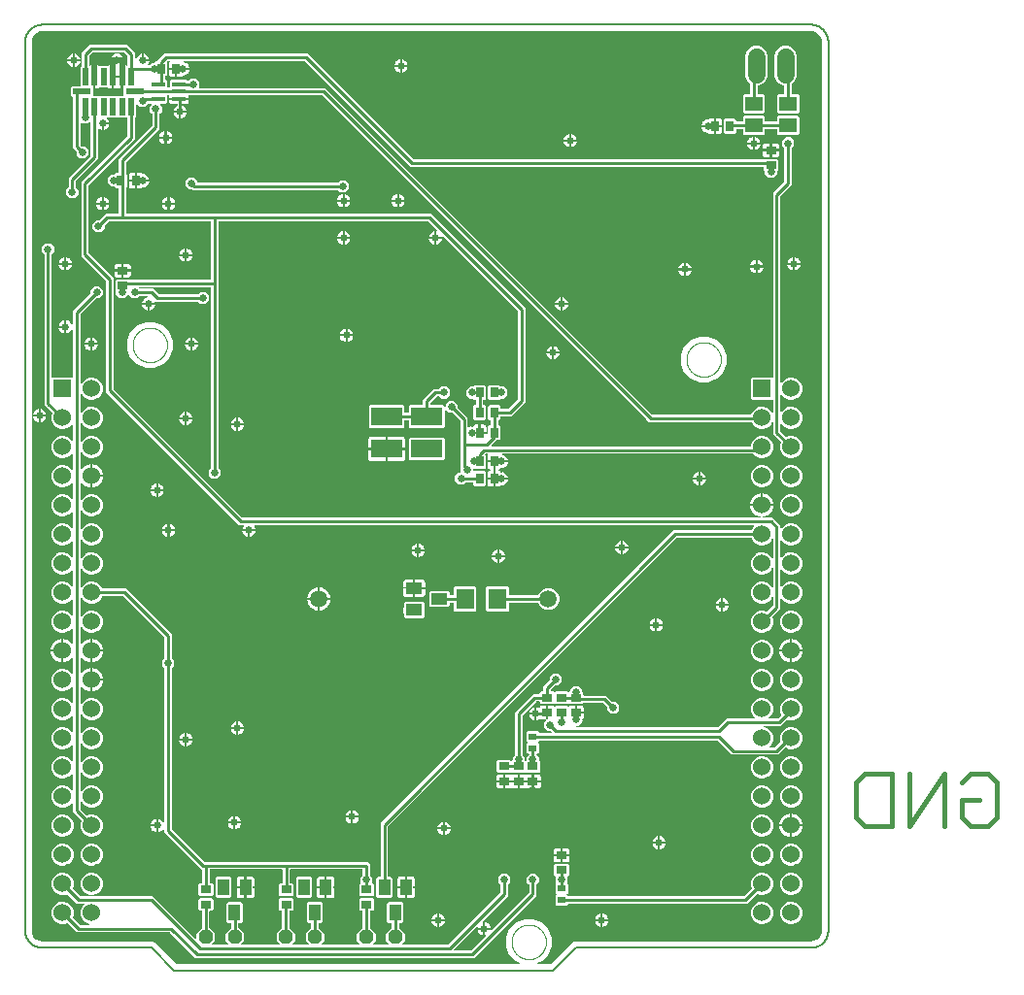
<source format=gbl>
G04 EAGLE Gerber RS-274X export*
G75*
%MOMM*%
%FSLAX35Y35*%
%LPD*%
%INcopper_bottom*%
%IPPOS*%
%AMOC8*
5,1,8,0,0,1.08239X$1,22.5*%
G01*
%ADD10C,0.406400*%
%ADD11C,0.127000*%
%ADD12R,1.530000X1.530000*%
%ADD13C,1.530000*%
%ADD14C,0.000000*%
%ADD15R,0.700000X0.900000*%
%ADD16R,0.500000X1.500000*%
%ADD17R,1.500000X0.500000*%
%ADD18R,1.200000X0.400000*%
%ADD19R,0.900000X0.700000*%
%ADD20R,2.700000X1.600000*%
%ADD21C,1.500000*%
%ADD22C,0.650000*%
%ADD23R,0.700000X0.600000*%
%ADD24P,1.319650X8X202.500000*%
%ADD25R,1.000000X1.400000*%
%ADD26R,1.600000X1.803000*%
%ADD27R,1.400000X1.000000*%
%ADD28R,1.500000X1.300000*%
%ADD29C,1.524000*%
%ADD30C,0.250000*%
%ADD31C,0.508000*%

G36*
X4308772Y65354D02*
X4308772Y65354D01*
X4308792Y65351D01*
X4309727Y65548D01*
X4310702Y65746D01*
X4310719Y65758D01*
X4310739Y65762D01*
X4311531Y66315D01*
X4312343Y66872D01*
X4312354Y66889D01*
X4312371Y66900D01*
X4312878Y67707D01*
X4313415Y68548D01*
X4313419Y68568D01*
X4313429Y68585D01*
X4313582Y69526D01*
X4313749Y70510D01*
X4313744Y70530D01*
X4313747Y70550D01*
X4313516Y71492D01*
X4313291Y72446D01*
X4313279Y72462D01*
X4313274Y72482D01*
X4312693Y73261D01*
X4312113Y74050D01*
X4312096Y74061D01*
X4312084Y74077D01*
X4310665Y74968D01*
X4275708Y89448D01*
X4219448Y145708D01*
X4188999Y219217D01*
X4188999Y298783D01*
X4219448Y372291D01*
X4275708Y428552D01*
X4349217Y459000D01*
X4428783Y459000D01*
X4502291Y428552D01*
X4558552Y372291D01*
X4589000Y298783D01*
X4589000Y219217D01*
X4558552Y145708D01*
X4502291Y89448D01*
X4467335Y74968D01*
X4467318Y74957D01*
X4467298Y74953D01*
X4466488Y74398D01*
X4465685Y73857D01*
X4465673Y73839D01*
X4465657Y73828D01*
X4465123Y72994D01*
X4464599Y72189D01*
X4464596Y72169D01*
X4464584Y72152D01*
X4464418Y71171D01*
X4464250Y70230D01*
X4464254Y70210D01*
X4464251Y70190D01*
X4464478Y69228D01*
X4464693Y68290D01*
X4464704Y68273D01*
X4464709Y68253D01*
X4465293Y67458D01*
X4465857Y66676D01*
X4465874Y66666D01*
X4465886Y66649D01*
X4466744Y66138D01*
X4467558Y65644D01*
X4467578Y65642D01*
X4467596Y65631D01*
X4469248Y65350D01*
X4574588Y65350D01*
X4574707Y65374D01*
X4574828Y65356D01*
X4575679Y65572D01*
X4576538Y65746D01*
X4576638Y65815D01*
X4576756Y65845D01*
X4578123Y66815D01*
X4768080Y256772D01*
X4788791Y265350D01*
X6850000Y265350D01*
X6850214Y265394D01*
X6850490Y265374D01*
X6867785Y267078D01*
X6868184Y267201D01*
X6869208Y267434D01*
X6889211Y275720D01*
X6889212Y275720D01*
X6901164Y280671D01*
X6901282Y280750D01*
X6901420Y280785D01*
X6902786Y281755D01*
X6927245Y306213D01*
X6927323Y306331D01*
X6927437Y306416D01*
X6928328Y307835D01*
X6941565Y339792D01*
X6941645Y340200D01*
X6941922Y341215D01*
X6943625Y358509D01*
X6943603Y358726D01*
X6943649Y358999D01*
X6943649Y8109000D01*
X6943606Y8109214D01*
X6943625Y8109490D01*
X6941922Y8126784D01*
X6941799Y8127184D01*
X6941565Y8128208D01*
X6928328Y8160164D01*
X6928249Y8160282D01*
X6928214Y8160420D01*
X6927245Y8161786D01*
X6902786Y8186245D01*
X6902668Y8186323D01*
X6902583Y8186437D01*
X6901164Y8187328D01*
X6869208Y8200565D01*
X6868799Y8200645D01*
X6867784Y8200922D01*
X6850490Y8202625D01*
X6850273Y8202603D01*
X6850000Y8202649D01*
X149999Y8202649D01*
X149785Y8202606D01*
X149509Y8202625D01*
X132215Y8200922D01*
X131816Y8200799D01*
X130792Y8200565D01*
X102723Y8188939D01*
X102723Y8188938D01*
X98835Y8187328D01*
X98718Y8187249D01*
X98580Y8187214D01*
X97213Y8186245D01*
X72755Y8161786D01*
X72677Y8161668D01*
X72563Y8161583D01*
X71671Y8160164D01*
X58434Y8128208D01*
X58355Y8127799D01*
X58078Y8126784D01*
X56374Y8109490D01*
X56397Y8109273D01*
X56350Y8109000D01*
X56350Y359000D01*
X56394Y358786D01*
X56374Y358510D01*
X58078Y341215D01*
X58201Y340816D01*
X58434Y339792D01*
X71671Y307835D01*
X71750Y307718D01*
X71785Y307580D01*
X72755Y306213D01*
X97213Y281755D01*
X97298Y281699D01*
X97354Y281622D01*
X97387Y281603D01*
X97417Y281563D01*
X98835Y280671D01*
X130792Y267434D01*
X131200Y267355D01*
X132215Y267078D01*
X149510Y265374D01*
X149727Y265397D01*
X150000Y265350D01*
X1111209Y265350D01*
X1131920Y256772D01*
X1321877Y66815D01*
X1321978Y66748D01*
X1322050Y66649D01*
X1322806Y66199D01*
X1323536Y65716D01*
X1323655Y65693D01*
X1323760Y65631D01*
X1325412Y65350D01*
X4308752Y65350D01*
X4308772Y65354D01*
G37*
%LPC*%
G36*
X3071715Y644999D02*
X3071715Y644999D01*
X3059999Y656715D01*
X3059999Y813285D01*
X3071715Y825000D01*
X3092500Y825000D01*
X3092580Y825017D01*
X3092660Y825003D01*
X3093553Y825214D01*
X3094450Y825396D01*
X3094517Y825442D01*
X3094596Y825461D01*
X3095336Y826004D01*
X3096091Y826522D01*
X3096135Y826590D01*
X3096201Y826638D01*
X3096670Y827427D01*
X3097163Y828198D01*
X3097177Y828278D01*
X3097219Y828348D01*
X3097499Y830000D01*
X3097499Y1293462D01*
X5651538Y3847500D01*
X6326670Y3847500D01*
X6326770Y3847521D01*
X6326870Y3847504D01*
X6327742Y3847718D01*
X6328620Y3847896D01*
X6328704Y3847953D01*
X6328803Y3847978D01*
X6329522Y3848514D01*
X6330262Y3849022D01*
X6330316Y3849107D01*
X6330398Y3849168D01*
X6331289Y3850587D01*
X6339191Y3869663D01*
X6353493Y3883965D01*
X6353515Y3883998D01*
X6353549Y3884022D01*
X6354067Y3884831D01*
X6354592Y3885624D01*
X6354599Y3885664D01*
X6354621Y3885698D01*
X6354781Y3886640D01*
X6354957Y3887580D01*
X6354948Y3887620D01*
X6354955Y3887660D01*
X6354733Y3888595D01*
X6354529Y3889523D01*
X6354506Y3889556D01*
X6354497Y3889596D01*
X6353928Y3890371D01*
X6353378Y3891146D01*
X6353344Y3891168D01*
X6353319Y3891201D01*
X6352492Y3891693D01*
X6351685Y3892192D01*
X6351645Y3892198D01*
X6351610Y3892219D01*
X6349958Y3892499D01*
X2000592Y3892499D01*
X2000051Y3892390D01*
X1999499Y3892378D01*
X1999086Y3892193D01*
X1998642Y3892103D01*
X1998187Y3891791D01*
X1997683Y3891566D01*
X1997374Y3891234D01*
X1997001Y3890978D01*
X1996703Y3890513D01*
X1996327Y3890109D01*
X1996173Y3889683D01*
X1995928Y3889302D01*
X1995836Y3888758D01*
X1995648Y3888239D01*
X1995671Y3887787D01*
X1995595Y3887340D01*
X1995722Y3886802D01*
X1995751Y3886252D01*
X1995967Y3885770D01*
X1996053Y3885404D01*
X1996251Y3885134D01*
X1996435Y3884723D01*
X2001311Y3877425D01*
X2005675Y3866890D01*
X2007294Y3858749D01*
X1953752Y3858749D01*
X1953672Y3858733D01*
X1953592Y3858747D01*
X1952698Y3858535D01*
X1951802Y3858353D01*
X1951735Y3858308D01*
X1951656Y3858289D01*
X1950916Y3857746D01*
X1950161Y3857228D01*
X1950117Y3857160D01*
X1950051Y3857112D01*
X1949973Y3856981D01*
X1949726Y3857341D01*
X1949658Y3857385D01*
X1949609Y3857451D01*
X1948820Y3857920D01*
X1948050Y3858413D01*
X1947970Y3858427D01*
X1947900Y3858469D01*
X1946248Y3858749D01*
X1892706Y3858749D01*
X1894325Y3866890D01*
X1898689Y3877425D01*
X1903565Y3884723D01*
X1903774Y3885233D01*
X1904071Y3885698D01*
X1904147Y3886145D01*
X1904319Y3886564D01*
X1904312Y3887116D01*
X1904405Y3887660D01*
X1904300Y3888101D01*
X1904295Y3888553D01*
X1904074Y3889059D01*
X1903947Y3889596D01*
X1903678Y3889962D01*
X1903497Y3890376D01*
X1903097Y3890755D01*
X1902769Y3891201D01*
X1902379Y3891433D01*
X1902051Y3891743D01*
X1901535Y3891936D01*
X1901060Y3892219D01*
X1900538Y3892307D01*
X1900187Y3892438D01*
X1899853Y3892424D01*
X1899408Y3892499D01*
X1867788Y3892499D01*
X704999Y5055288D01*
X704999Y6023217D01*
X704975Y6023336D01*
X704994Y6023457D01*
X704778Y6024308D01*
X704603Y6025167D01*
X704535Y6025267D01*
X704505Y6025385D01*
X703535Y6026752D01*
X488749Y6241538D01*
X488749Y6884712D01*
X891035Y7286998D01*
X891102Y7287099D01*
X891201Y7287171D01*
X891650Y7287926D01*
X892134Y7288657D01*
X892156Y7288776D01*
X892219Y7288881D01*
X892499Y7290533D01*
X892499Y7447145D01*
X892475Y7447264D01*
X892494Y7447385D01*
X892278Y7448235D01*
X892103Y7449095D01*
X892034Y7449196D01*
X892004Y7449313D01*
X891035Y7450680D01*
X888535Y7453180D01*
X888467Y7453225D01*
X888420Y7453291D01*
X887641Y7453772D01*
X886876Y7454279D01*
X886796Y7454294D01*
X886727Y7454336D01*
X885820Y7454476D01*
X884919Y7454643D01*
X884840Y7454626D01*
X884760Y7454638D01*
X883872Y7454413D01*
X882976Y7454216D01*
X882909Y7454169D01*
X882831Y7454149D01*
X881464Y7453180D01*
X878284Y7449999D01*
X811715Y7449999D01*
X808535Y7453180D01*
X808467Y7453225D01*
X808420Y7453291D01*
X807642Y7453771D01*
X806876Y7454279D01*
X806796Y7454294D01*
X806727Y7454336D01*
X805822Y7454475D01*
X804920Y7454643D01*
X804841Y7454626D01*
X804760Y7454638D01*
X803867Y7454412D01*
X802977Y7454216D01*
X802911Y7454169D01*
X802832Y7454149D01*
X801465Y7453180D01*
X798285Y7449999D01*
X731715Y7449999D01*
X728535Y7453180D01*
X728467Y7453224D01*
X728420Y7453291D01*
X727640Y7453772D01*
X726876Y7454279D01*
X726795Y7454294D01*
X726727Y7454336D01*
X725822Y7454475D01*
X724920Y7454643D01*
X724841Y7454626D01*
X724760Y7454638D01*
X723870Y7454413D01*
X722976Y7454216D01*
X722910Y7454169D01*
X722831Y7454149D01*
X721464Y7453180D01*
X718118Y7449833D01*
X717942Y7449794D01*
X717003Y7449603D01*
X716970Y7449580D01*
X716930Y7449572D01*
X716154Y7449021D01*
X715362Y7448478D01*
X715340Y7448443D01*
X715307Y7448420D01*
X714808Y7447612D01*
X714290Y7446802D01*
X714283Y7446761D01*
X714262Y7446727D01*
X714117Y7445785D01*
X713957Y7444840D01*
X713966Y7444801D01*
X713960Y7444760D01*
X714194Y7443837D01*
X714415Y7442904D01*
X714439Y7442870D01*
X714449Y7442831D01*
X715418Y7441465D01*
X719974Y7436909D01*
X726311Y7427425D01*
X730675Y7416890D01*
X732294Y7408749D01*
X678752Y7408749D01*
X678672Y7408733D01*
X678592Y7408747D01*
X677698Y7408535D01*
X676802Y7408353D01*
X676735Y7408308D01*
X676656Y7408289D01*
X675916Y7407746D01*
X675161Y7407228D01*
X675117Y7407160D01*
X675051Y7407112D01*
X674582Y7406323D01*
X674088Y7405552D01*
X674075Y7405472D01*
X674033Y7405402D01*
X673753Y7403750D01*
X673753Y7401247D01*
X671249Y7401247D01*
X671170Y7401231D01*
X671089Y7401245D01*
X670196Y7401033D01*
X669299Y7400851D01*
X669233Y7400805D01*
X669153Y7400787D01*
X668413Y7400244D01*
X667658Y7399726D01*
X667614Y7399658D01*
X667549Y7399609D01*
X667079Y7398820D01*
X666586Y7398050D01*
X666573Y7397970D01*
X666531Y7397900D01*
X666250Y7396248D01*
X666250Y7342706D01*
X658110Y7344325D01*
X647574Y7348689D01*
X640277Y7353565D01*
X639767Y7353774D01*
X639302Y7354071D01*
X638855Y7354147D01*
X638436Y7354319D01*
X637884Y7354312D01*
X637340Y7354405D01*
X636899Y7354300D01*
X636446Y7354295D01*
X635941Y7354074D01*
X635403Y7353947D01*
X635038Y7353678D01*
X634623Y7353497D01*
X634245Y7353097D01*
X633799Y7352769D01*
X633567Y7352379D01*
X633256Y7352051D01*
X633064Y7351535D01*
X632781Y7351060D01*
X632693Y7350538D01*
X632561Y7350187D01*
X632576Y7349853D01*
X632500Y7349408D01*
X632500Y7086538D01*
X445215Y6899252D01*
X445148Y6899151D01*
X445049Y6899078D01*
X444599Y6898323D01*
X444116Y6897593D01*
X444093Y6897473D01*
X444031Y6897369D01*
X443750Y6895717D01*
X443750Y6840067D01*
X443774Y6839948D01*
X443756Y6839828D01*
X443972Y6838976D01*
X444146Y6838117D01*
X444215Y6838017D01*
X444245Y6837899D01*
X445215Y6836532D01*
X463750Y6817997D01*
X463750Y6774503D01*
X432997Y6743749D01*
X389503Y6743749D01*
X358749Y6774503D01*
X358749Y6817997D01*
X377285Y6836532D01*
X377352Y6836633D01*
X377451Y6836706D01*
X377901Y6837462D01*
X378384Y6838191D01*
X378406Y6838311D01*
X378469Y6838415D01*
X378749Y6840067D01*
X378749Y6924712D01*
X566035Y7111998D01*
X566102Y7112099D01*
X566201Y7112171D01*
X566651Y7112927D01*
X567134Y7113657D01*
X567156Y7113776D01*
X567219Y7113881D01*
X567499Y7115533D01*
X567499Y7406183D01*
X567491Y7406223D01*
X567499Y7406263D01*
X567294Y7407195D01*
X567103Y7408133D01*
X567080Y7408167D01*
X567072Y7408207D01*
X566520Y7408984D01*
X565978Y7409774D01*
X565944Y7409796D01*
X565920Y7409829D01*
X565114Y7410327D01*
X564302Y7410847D01*
X564261Y7410853D01*
X564227Y7410875D01*
X563283Y7411020D01*
X562340Y7411180D01*
X562301Y7411171D01*
X562260Y7411177D01*
X561331Y7410941D01*
X560404Y7410722D01*
X560371Y7410698D01*
X560331Y7410688D01*
X558965Y7409718D01*
X546747Y7397499D01*
X503253Y7397499D01*
X491035Y7409718D01*
X491001Y7409740D01*
X490978Y7409774D01*
X490169Y7410292D01*
X489376Y7410817D01*
X489336Y7410825D01*
X489302Y7410847D01*
X488359Y7411007D01*
X487420Y7411182D01*
X487380Y7411173D01*
X487340Y7411180D01*
X486404Y7410959D01*
X485476Y7410755D01*
X485443Y7410731D01*
X485403Y7410722D01*
X484629Y7410153D01*
X483853Y7409603D01*
X483832Y7409569D01*
X483799Y7409545D01*
X483307Y7408718D01*
X482808Y7407910D01*
X482802Y7407870D01*
X482781Y7407835D01*
X482500Y7406183D01*
X482500Y7210533D01*
X482524Y7210414D01*
X482506Y7210293D01*
X482722Y7209441D01*
X482896Y7208583D01*
X482965Y7208483D01*
X482995Y7208364D01*
X483965Y7206998D01*
X491998Y7198965D01*
X492099Y7198898D01*
X492171Y7198799D01*
X492927Y7198349D01*
X493657Y7197866D01*
X493776Y7197843D01*
X493881Y7197781D01*
X495533Y7197500D01*
X521747Y7197500D01*
X552500Y7166747D01*
X552500Y7123253D01*
X521747Y7092499D01*
X478253Y7092499D01*
X447499Y7123253D01*
X447499Y7149467D01*
X447483Y7149546D01*
X447497Y7149625D01*
X447488Y7149665D01*
X447494Y7149707D01*
X447278Y7150558D01*
X447103Y7151417D01*
X447057Y7151485D01*
X447039Y7151561D01*
X447016Y7151593D01*
X447005Y7151635D01*
X446035Y7153002D01*
X417499Y7181538D01*
X417499Y7625000D01*
X417483Y7625080D01*
X417497Y7625160D01*
X417285Y7626053D01*
X417103Y7626950D01*
X417058Y7627017D01*
X417039Y7627096D01*
X416496Y7627836D01*
X415978Y7628591D01*
X415910Y7628635D01*
X415862Y7628701D01*
X415073Y7629170D01*
X414302Y7629663D01*
X414222Y7629677D01*
X414152Y7629719D01*
X412500Y7629999D01*
X411715Y7629999D01*
X399999Y7641715D01*
X399999Y7708285D01*
X411715Y7720000D01*
X475500Y7720000D01*
X475580Y7720017D01*
X475660Y7720003D01*
X476553Y7720214D01*
X477450Y7720396D01*
X477517Y7720442D01*
X477596Y7720461D01*
X478336Y7721004D01*
X479091Y7721522D01*
X479135Y7721590D01*
X479201Y7721638D01*
X479670Y7722427D01*
X480163Y7723198D01*
X480177Y7723278D01*
X480219Y7723348D01*
X480499Y7725000D01*
X480499Y7885885D01*
X491535Y7896920D01*
X491602Y7897021D01*
X491701Y7897094D01*
X492151Y7897850D01*
X492634Y7898579D01*
X492656Y7898699D01*
X492719Y7898803D01*
X492999Y7900455D01*
X492999Y8013962D01*
X561538Y8082500D01*
X888462Y8082500D01*
X957500Y8013462D01*
X957500Y7958203D01*
X957602Y7957701D01*
X957604Y7957189D01*
X957798Y7956736D01*
X957896Y7956253D01*
X958186Y7955831D01*
X958388Y7955360D01*
X958743Y7955018D01*
X959022Y7954612D01*
X959454Y7954336D01*
X959823Y7953981D01*
X960282Y7953806D01*
X960698Y7953540D01*
X961204Y7953454D01*
X961682Y7953272D01*
X962173Y7953289D01*
X962660Y7953207D01*
X963159Y7953325D01*
X963670Y7953343D01*
X964116Y7953551D01*
X964596Y7953665D01*
X965010Y7953968D01*
X965473Y7954185D01*
X965803Y7954550D01*
X966200Y7954842D01*
X966463Y7955283D01*
X966805Y7955663D01*
X967013Y7956207D01*
X967218Y7956552D01*
X967278Y7956899D01*
X967403Y7957228D01*
X969325Y7966890D01*
X973689Y7977425D01*
X980026Y7986910D01*
X988090Y7994974D01*
X997574Y8001311D01*
X1008110Y8005675D01*
X1016250Y8007294D01*
X1016250Y7953752D01*
X1016266Y7953672D01*
X1016253Y7953592D01*
X1016464Y7952698D01*
X1016646Y7951802D01*
X1016692Y7951735D01*
X1016711Y7951656D01*
X1017256Y7950913D01*
X1017771Y7950161D01*
X1017840Y7950117D01*
X1017888Y7950051D01*
X1018677Y7949582D01*
X1019448Y7949088D01*
X1019528Y7949075D01*
X1019598Y7949033D01*
X1021249Y7948753D01*
X1023753Y7948753D01*
X1023753Y7946249D01*
X1023769Y7946170D01*
X1023755Y7946089D01*
X1023967Y7945196D01*
X1024148Y7944299D01*
X1024194Y7944233D01*
X1024213Y7944153D01*
X1024756Y7943413D01*
X1025274Y7942658D01*
X1025342Y7942614D01*
X1025390Y7942549D01*
X1026179Y7942079D01*
X1026950Y7941586D01*
X1027030Y7941573D01*
X1027100Y7941531D01*
X1028752Y7941250D01*
X1082294Y7941250D01*
X1080675Y7933110D01*
X1076311Y7922574D01*
X1071435Y7915277D01*
X1071226Y7914767D01*
X1070928Y7914302D01*
X1070853Y7913855D01*
X1070681Y7913436D01*
X1070688Y7912884D01*
X1070595Y7912340D01*
X1070699Y7911899D01*
X1070705Y7911446D01*
X1070926Y7910941D01*
X1071053Y7910403D01*
X1071321Y7910038D01*
X1071503Y7909623D01*
X1071903Y7909245D01*
X1072230Y7908799D01*
X1072620Y7908567D01*
X1072949Y7908256D01*
X1073465Y7908064D01*
X1073940Y7907781D01*
X1074462Y7907693D01*
X1074813Y7907561D01*
X1075147Y7907576D01*
X1075592Y7907500D01*
X1081183Y7907500D01*
X1081302Y7907524D01*
X1081422Y7907506D01*
X1082274Y7907722D01*
X1083133Y7907896D01*
X1083233Y7907965D01*
X1083351Y7907995D01*
X1084718Y7908965D01*
X1103253Y7927500D01*
X1127145Y7927500D01*
X1127264Y7927524D01*
X1127384Y7927506D01*
X1128237Y7927722D01*
X1129095Y7927896D01*
X1129195Y7927965D01*
X1129313Y7927995D01*
X1130680Y7928965D01*
X1141715Y7940000D01*
X1147500Y7940000D01*
X1147580Y7940017D01*
X1147660Y7940003D01*
X1148553Y7940214D01*
X1149450Y7940396D01*
X1149517Y7940442D01*
X1149596Y7940461D01*
X1150336Y7941004D01*
X1151091Y7941522D01*
X1151135Y7941590D01*
X1151201Y7941638D01*
X1151670Y7942427D01*
X1152163Y7943198D01*
X1152177Y7943278D01*
X1152219Y7943348D01*
X1152499Y7945000D01*
X1152499Y7948462D01*
X1191035Y7986998D01*
X1191036Y7986998D01*
X1211538Y8007500D01*
X2463462Y8007500D01*
X3386998Y7083965D01*
X3387099Y7083898D01*
X3387171Y7083799D01*
X3387927Y7083349D01*
X3388657Y7082866D01*
X3388776Y7082843D01*
X3388881Y7082781D01*
X3390533Y7082500D01*
X6437145Y7082500D01*
X6437264Y7082524D01*
X6437385Y7082506D01*
X6438235Y7082722D01*
X6439095Y7082896D01*
X6439196Y7082965D01*
X6439313Y7082995D01*
X6440680Y7083965D01*
X6446715Y7090000D01*
X6553285Y7090000D01*
X6565000Y7078285D01*
X6565000Y6991715D01*
X6553965Y6980680D01*
X6553898Y6980579D01*
X6553799Y6980506D01*
X6553349Y6979750D01*
X6552866Y6979021D01*
X6552843Y6978901D01*
X6552781Y6978797D01*
X6552500Y6977145D01*
X6552500Y6953253D01*
X6521747Y6922499D01*
X6478253Y6922499D01*
X6447499Y6953253D01*
X6447499Y6977145D01*
X6447475Y6977264D01*
X6447494Y6977384D01*
X6447278Y6978237D01*
X6447103Y6979095D01*
X6447035Y6979195D01*
X6447005Y6979313D01*
X6446035Y6980680D01*
X6434999Y6991715D01*
X6434999Y7012500D01*
X6434983Y7012580D01*
X6434997Y7012660D01*
X6434785Y7013553D01*
X6434603Y7014450D01*
X6434558Y7014517D01*
X6434539Y7014596D01*
X6433996Y7015336D01*
X6433478Y7016091D01*
X6433410Y7016135D01*
X6433362Y7016201D01*
X6432573Y7016670D01*
X6431802Y7017163D01*
X6431722Y7017177D01*
X6431652Y7017219D01*
X6430000Y7017499D01*
X3361538Y7017499D01*
X2438002Y7941035D01*
X2437901Y7941102D01*
X2437828Y7941201D01*
X2437073Y7941651D01*
X2436343Y7942134D01*
X2436223Y7942156D01*
X2436119Y7942219D01*
X2434467Y7942499D01*
X1383204Y7942499D01*
X1382702Y7942398D01*
X1382189Y7942395D01*
X1381737Y7942202D01*
X1381254Y7942103D01*
X1380831Y7941814D01*
X1380360Y7941612D01*
X1380019Y7941257D01*
X1379613Y7940978D01*
X1379336Y7940546D01*
X1378982Y7940177D01*
X1378806Y7939718D01*
X1378540Y7939302D01*
X1378454Y7938796D01*
X1378272Y7938318D01*
X1378290Y7937827D01*
X1378207Y7937340D01*
X1378325Y7936841D01*
X1378343Y7936329D01*
X1378552Y7935884D01*
X1378665Y7935404D01*
X1378968Y7934990D01*
X1379185Y7934526D01*
X1379551Y7934197D01*
X1379842Y7933799D01*
X1380283Y7933537D01*
X1380663Y7933194D01*
X1381207Y7932987D01*
X1381552Y7932781D01*
X1381899Y7932722D01*
X1382228Y7932597D01*
X1391890Y7930675D01*
X1402425Y7926311D01*
X1411910Y7919974D01*
X1419974Y7911910D01*
X1426311Y7902425D01*
X1430675Y7891890D01*
X1432294Y7883749D01*
X1378752Y7883749D01*
X1378672Y7883733D01*
X1378592Y7883747D01*
X1377698Y7883535D01*
X1376802Y7883353D01*
X1376735Y7883308D01*
X1376656Y7883289D01*
X1375916Y7882746D01*
X1375161Y7882228D01*
X1375117Y7882160D01*
X1375051Y7882112D01*
X1374973Y7881981D01*
X1374726Y7882341D01*
X1374658Y7882385D01*
X1374609Y7882451D01*
X1373820Y7882920D01*
X1373050Y7883413D01*
X1372970Y7883427D01*
X1372900Y7883469D01*
X1371248Y7883749D01*
X1320001Y7883749D01*
X1319921Y7883733D01*
X1319841Y7883747D01*
X1318948Y7883535D01*
X1318051Y7883353D01*
X1317984Y7883308D01*
X1317905Y7883289D01*
X1317165Y7882746D01*
X1316410Y7882228D01*
X1316366Y7882160D01*
X1316300Y7882112D01*
X1315831Y7881323D01*
X1315338Y7880552D01*
X1315324Y7880472D01*
X1315282Y7880402D01*
X1315002Y7878750D01*
X1315002Y7873973D01*
X1314998Y7873975D01*
X1314998Y7879999D01*
X1314982Y7880079D01*
X1314996Y7880159D01*
X1314784Y7881053D01*
X1314602Y7881949D01*
X1314556Y7882016D01*
X1314538Y7882095D01*
X1313995Y7882835D01*
X1313477Y7883590D01*
X1313408Y7883634D01*
X1313360Y7883700D01*
X1312571Y7884169D01*
X1311801Y7884663D01*
X1311721Y7884676D01*
X1311651Y7884718D01*
X1309999Y7884998D01*
X1254599Y7884998D01*
X1254599Y7923344D01*
X1256330Y7929805D01*
X1259330Y7935000D01*
X1259454Y7935369D01*
X1259664Y7935698D01*
X1259768Y7936305D01*
X1259963Y7936887D01*
X1259933Y7937275D01*
X1259998Y7937660D01*
X1259856Y7938258D01*
X1259809Y7938871D01*
X1259629Y7939217D01*
X1259540Y7939596D01*
X1259176Y7940093D01*
X1258893Y7940638D01*
X1258593Y7940886D01*
X1258363Y7941201D01*
X1257833Y7941516D01*
X1257361Y7941907D01*
X1256988Y7942019D01*
X1256653Y7942219D01*
X1255890Y7942348D01*
X1255455Y7942479D01*
X1255253Y7942457D01*
X1255001Y7942499D01*
X1240533Y7942499D01*
X1240413Y7942475D01*
X1240293Y7942494D01*
X1239441Y7942278D01*
X1238583Y7942103D01*
X1238482Y7942035D01*
X1238364Y7942005D01*
X1236998Y7941035D01*
X1235659Y7939696D01*
X1235614Y7939629D01*
X1235548Y7939582D01*
X1235066Y7938802D01*
X1234560Y7938038D01*
X1234545Y7937958D01*
X1234502Y7937888D01*
X1234363Y7936982D01*
X1234195Y7936081D01*
X1234213Y7936002D01*
X1234200Y7935922D01*
X1234426Y7935030D01*
X1234622Y7934138D01*
X1234669Y7934072D01*
X1234689Y7933993D01*
X1235659Y7932626D01*
X1240000Y7928285D01*
X1240000Y7821715D01*
X1228285Y7809999D01*
X1222500Y7809999D01*
X1222420Y7809983D01*
X1222340Y7809997D01*
X1221446Y7809785D01*
X1220550Y7809603D01*
X1220483Y7809558D01*
X1220403Y7809539D01*
X1219663Y7808996D01*
X1218908Y7808478D01*
X1218865Y7808410D01*
X1218799Y7808362D01*
X1218329Y7807573D01*
X1217836Y7806802D01*
X1217823Y7806722D01*
X1217781Y7806652D01*
X1217500Y7805000D01*
X1217500Y7785000D01*
X1217517Y7784920D01*
X1217503Y7784840D01*
X1217714Y7783946D01*
X1217896Y7783050D01*
X1217942Y7782983D01*
X1217961Y7782903D01*
X1218504Y7782163D01*
X1219022Y7781408D01*
X1219090Y7781365D01*
X1219138Y7781299D01*
X1219927Y7780829D01*
X1220698Y7780336D01*
X1220778Y7780323D01*
X1220848Y7780281D01*
X1222500Y7780000D01*
X1228285Y7780000D01*
X1240000Y7768285D01*
X1240000Y7712500D01*
X1240017Y7712420D01*
X1240003Y7712340D01*
X1240214Y7711446D01*
X1240396Y7710550D01*
X1240442Y7710483D01*
X1240461Y7710403D01*
X1241004Y7709663D01*
X1241522Y7708908D01*
X1241590Y7708865D01*
X1241638Y7708799D01*
X1242427Y7708329D01*
X1243198Y7707836D01*
X1243278Y7707823D01*
X1243348Y7707781D01*
X1245000Y7707500D01*
X1255000Y7707500D01*
X1255080Y7707517D01*
X1255160Y7707503D01*
X1256053Y7707714D01*
X1256950Y7707896D01*
X1257017Y7707942D01*
X1257096Y7707961D01*
X1257836Y7708504D01*
X1258591Y7709022D01*
X1258635Y7709090D01*
X1258701Y7709138D01*
X1259170Y7709927D01*
X1259663Y7710698D01*
X1259677Y7710778D01*
X1259719Y7710848D01*
X1259999Y7712500D01*
X1259999Y7768285D01*
X1271715Y7780000D01*
X1408284Y7780000D01*
X1414320Y7773965D01*
X1414421Y7773898D01*
X1414493Y7773799D01*
X1415248Y7773350D01*
X1415979Y7772866D01*
X1416098Y7772843D01*
X1416203Y7772781D01*
X1417855Y7772500D01*
X1418683Y7772500D01*
X1418802Y7772524D01*
X1418922Y7772506D01*
X1419774Y7772722D01*
X1420633Y7772896D01*
X1420733Y7772965D01*
X1420851Y7772995D01*
X1422218Y7773965D01*
X1440753Y7792500D01*
X1484247Y7792500D01*
X1515000Y7761747D01*
X1515000Y7718253D01*
X1512782Y7716035D01*
X1512759Y7716001D01*
X1512725Y7715978D01*
X1512206Y7715166D01*
X1511683Y7714376D01*
X1511675Y7714337D01*
X1511653Y7714302D01*
X1511492Y7713352D01*
X1511318Y7712420D01*
X1511327Y7712380D01*
X1511320Y7712340D01*
X1511542Y7711400D01*
X1511745Y7710477D01*
X1511768Y7710444D01*
X1511778Y7710403D01*
X1512349Y7709624D01*
X1512896Y7708853D01*
X1512931Y7708832D01*
X1512955Y7708799D01*
X1513782Y7708307D01*
X1514589Y7707808D01*
X1514629Y7707802D01*
X1514665Y7707781D01*
X1516317Y7707500D01*
X2613462Y7707500D01*
X5461998Y4858965D01*
X5462099Y4858898D01*
X5462171Y4858799D01*
X5462927Y4858349D01*
X5463657Y4857866D01*
X5463776Y4857843D01*
X5463881Y4857781D01*
X5465533Y4857500D01*
X6324185Y4857500D01*
X6324285Y4857521D01*
X6324385Y4857504D01*
X6325255Y4857718D01*
X6326135Y4857896D01*
X6326219Y4857954D01*
X6326318Y4857978D01*
X6327037Y4858514D01*
X6327776Y4859022D01*
X6327831Y4859107D01*
X6327912Y4859168D01*
X6328804Y4860587D01*
X6339191Y4885663D01*
X6366337Y4912809D01*
X6396103Y4925139D01*
X6401804Y4927500D01*
X6440195Y4927500D01*
X6475663Y4912809D01*
X6502809Y4885663D01*
X6507881Y4873417D01*
X6507893Y4873400D01*
X6507897Y4873380D01*
X6508453Y4872569D01*
X6508993Y4871767D01*
X6509010Y4871756D01*
X6509022Y4871739D01*
X6509855Y4871206D01*
X6510661Y4870681D01*
X6510681Y4870678D01*
X6510698Y4870667D01*
X6511675Y4870501D01*
X6512620Y4870332D01*
X6512639Y4870337D01*
X6512660Y4870333D01*
X6513630Y4870563D01*
X6514560Y4870775D01*
X6514576Y4870787D01*
X6514596Y4870791D01*
X6515401Y4871382D01*
X6516173Y4871939D01*
X6516184Y4871956D01*
X6516201Y4871968D01*
X6516706Y4872818D01*
X6517205Y4873640D01*
X6517208Y4873661D01*
X6517219Y4873678D01*
X6517499Y4875330D01*
X6517499Y4988145D01*
X6517491Y4988185D01*
X6517499Y4988225D01*
X6517294Y4989157D01*
X6517103Y4990095D01*
X6517080Y4990129D01*
X6517072Y4990168D01*
X6516522Y4990944D01*
X6515978Y4991736D01*
X6515943Y4991758D01*
X6515920Y4991792D01*
X6515112Y4992291D01*
X6514302Y4992808D01*
X6514261Y4992815D01*
X6514227Y4992837D01*
X6513285Y4992981D01*
X6512340Y4993142D01*
X6512301Y4993133D01*
X6512260Y4993139D01*
X6511337Y4992905D01*
X6510404Y4992684D01*
X6510370Y4992659D01*
X6510331Y4992649D01*
X6508965Y4991680D01*
X6505784Y4988499D01*
X6336215Y4988499D01*
X6324499Y5000215D01*
X6324499Y5169785D01*
X6336215Y5181500D01*
X6505784Y5181500D01*
X6508965Y5178320D01*
X6508999Y5178297D01*
X6509022Y5178263D01*
X6509827Y5177749D01*
X6510624Y5177221D01*
X6510664Y5177213D01*
X6510698Y5177191D01*
X6511638Y5177032D01*
X6512580Y5176856D01*
X6512619Y5176865D01*
X6512660Y5176858D01*
X6513600Y5177080D01*
X6514523Y5177283D01*
X6514556Y5177306D01*
X6514596Y5177316D01*
X6515375Y5177888D01*
X6516146Y5178434D01*
X6516168Y5178469D01*
X6516201Y5178493D01*
X6516690Y5179315D01*
X6517192Y5180128D01*
X6517198Y5180168D01*
X6517219Y5180203D01*
X6517499Y5181855D01*
X6517499Y6788462D01*
X6616035Y6886998D01*
X6616102Y6887099D01*
X6616201Y6887171D01*
X6616651Y6887927D01*
X6617134Y6888657D01*
X6617156Y6888776D01*
X6617219Y6888881D01*
X6617499Y6890533D01*
X6617499Y7181183D01*
X6617475Y7181302D01*
X6617494Y7181422D01*
X6617278Y7182274D01*
X6617103Y7183133D01*
X6617035Y7183233D01*
X6617005Y7183351D01*
X6616035Y7184718D01*
X6597499Y7203253D01*
X6597499Y7246747D01*
X6628253Y7277500D01*
X6671747Y7277500D01*
X6702500Y7246747D01*
X6702500Y7203253D01*
X6683965Y7184718D01*
X6683898Y7184617D01*
X6683799Y7184544D01*
X6683349Y7183788D01*
X6682866Y7183059D01*
X6682843Y7182939D01*
X6682781Y7182834D01*
X6682500Y7181183D01*
X6682500Y6861538D01*
X6583965Y6763002D01*
X6583960Y6762995D01*
X6583955Y6762992D01*
X6583896Y6762900D01*
X6583799Y6762828D01*
X6583349Y6762073D01*
X6582866Y6761343D01*
X6582843Y6761223D01*
X6582781Y6761119D01*
X6582500Y6759467D01*
X6582500Y5138987D01*
X6582504Y5138966D01*
X6582501Y5138947D01*
X6582703Y5137990D01*
X6582896Y5137037D01*
X6582908Y5137020D01*
X6582912Y5137000D01*
X6583469Y5136202D01*
X6584022Y5135396D01*
X6584039Y5135384D01*
X6584051Y5135368D01*
X6584867Y5134855D01*
X6585698Y5134323D01*
X6585718Y5134320D01*
X6585736Y5134309D01*
X6586690Y5134155D01*
X6587660Y5133990D01*
X6587680Y5133995D01*
X6587700Y5133992D01*
X6588633Y5134220D01*
X6589596Y5134448D01*
X6589613Y5134461D01*
X6589633Y5134465D01*
X6590404Y5135041D01*
X6591200Y5135625D01*
X6591211Y5135643D01*
X6591227Y5135655D01*
X6592119Y5137074D01*
X6593191Y5139664D01*
X6620337Y5166809D01*
X6640371Y5175108D01*
X6655804Y5181500D01*
X6694195Y5181500D01*
X6729663Y5166809D01*
X6756809Y5139663D01*
X6771500Y5104195D01*
X6771500Y5065804D01*
X6756809Y5030337D01*
X6729663Y5003191D01*
X6720361Y4999338D01*
X6720360Y4999337D01*
X6694195Y4988499D01*
X6655804Y4988499D01*
X6620337Y5003191D01*
X6593191Y5030336D01*
X6592119Y5032926D01*
X6592107Y5032943D01*
X6592103Y5032963D01*
X6591551Y5033768D01*
X6591007Y5034576D01*
X6590989Y5034587D01*
X6590978Y5034604D01*
X6590154Y5035131D01*
X6589339Y5035662D01*
X6589319Y5035665D01*
X6589302Y5035676D01*
X6588328Y5035842D01*
X6587380Y5036011D01*
X6587360Y5036006D01*
X6587340Y5036010D01*
X6586369Y5035780D01*
X6585440Y5035568D01*
X6585424Y5035556D01*
X6585403Y5035552D01*
X6584612Y5034971D01*
X6583826Y5034404D01*
X6583816Y5034387D01*
X6583799Y5034374D01*
X6583290Y5033519D01*
X6582795Y5032703D01*
X6582792Y5032683D01*
X6582781Y5032665D01*
X6582500Y5031013D01*
X6582500Y4884987D01*
X6582504Y4884966D01*
X6582501Y4884947D01*
X6582703Y4883990D01*
X6582896Y4883037D01*
X6582908Y4883020D01*
X6582912Y4883000D01*
X6583469Y4882202D01*
X6584022Y4881396D01*
X6584039Y4881384D01*
X6584051Y4881368D01*
X6584867Y4880855D01*
X6585698Y4880323D01*
X6585718Y4880320D01*
X6585736Y4880309D01*
X6586690Y4880155D01*
X6587660Y4879990D01*
X6587680Y4879995D01*
X6587700Y4879992D01*
X6588633Y4880220D01*
X6589596Y4880448D01*
X6589613Y4880461D01*
X6589633Y4880465D01*
X6590404Y4881041D01*
X6591200Y4881625D01*
X6591211Y4881643D01*
X6591227Y4881655D01*
X6592119Y4883074D01*
X6593191Y4885664D01*
X6620337Y4912809D01*
X6650103Y4925139D01*
X6655804Y4927500D01*
X6694195Y4927500D01*
X6729663Y4912809D01*
X6756809Y4885663D01*
X6771500Y4850195D01*
X6771500Y4811804D01*
X6756809Y4776337D01*
X6729663Y4749191D01*
X6694195Y4734499D01*
X6655804Y4734499D01*
X6620337Y4749191D01*
X6593191Y4776336D01*
X6592119Y4778926D01*
X6592107Y4778943D01*
X6592103Y4778963D01*
X6591556Y4779761D01*
X6591007Y4780576D01*
X6590989Y4780587D01*
X6590978Y4780604D01*
X6590154Y4781131D01*
X6589339Y4781662D01*
X6589319Y4781665D01*
X6589302Y4781676D01*
X6588328Y4781842D01*
X6587380Y4782011D01*
X6587360Y4782006D01*
X6587340Y4782010D01*
X6586369Y4781780D01*
X6585440Y4781568D01*
X6585424Y4781556D01*
X6585403Y4781552D01*
X6584612Y4780971D01*
X6583826Y4780404D01*
X6583816Y4780387D01*
X6583799Y4780374D01*
X6583290Y4779519D01*
X6582795Y4778703D01*
X6582792Y4778683D01*
X6582781Y4778665D01*
X6582500Y4777013D01*
X6582500Y4717533D01*
X6582524Y4717414D01*
X6582506Y4717293D01*
X6582722Y4716441D01*
X6582896Y4715583D01*
X6582965Y4715483D01*
X6582995Y4715364D01*
X6583965Y4713998D01*
X6631280Y4666682D01*
X6631364Y4666626D01*
X6631424Y4666543D01*
X6632193Y4666078D01*
X6632939Y4665583D01*
X6633039Y4665564D01*
X6633126Y4665512D01*
X6634013Y4665383D01*
X6634895Y4665218D01*
X6634994Y4665240D01*
X6635095Y4665226D01*
X6636728Y4665598D01*
X6655804Y4673500D01*
X6694195Y4673500D01*
X6729663Y4658809D01*
X6756809Y4631663D01*
X6771500Y4596195D01*
X6771500Y4557804D01*
X6756809Y4522337D01*
X6729663Y4495191D01*
X6694195Y4480499D01*
X6655804Y4480499D01*
X6620337Y4495191D01*
X6593191Y4522337D01*
X6578499Y4557804D01*
X6578499Y4596195D01*
X6586401Y4615272D01*
X6586421Y4615371D01*
X6586474Y4615458D01*
X6586611Y4616348D01*
X6586782Y4617225D01*
X6586761Y4617323D01*
X6586776Y4617424D01*
X6586555Y4618295D01*
X6586370Y4619172D01*
X6586312Y4619255D01*
X6586287Y4619353D01*
X6585318Y4620720D01*
X6538002Y4668035D01*
X6517499Y4688538D01*
X6517499Y4786670D01*
X6517495Y4786690D01*
X6517499Y4786710D01*
X6517301Y4787645D01*
X6517103Y4788620D01*
X6517092Y4788637D01*
X6517088Y4788657D01*
X6516537Y4789445D01*
X6515978Y4790261D01*
X6515961Y4790272D01*
X6515949Y4790289D01*
X6515124Y4790807D01*
X6514302Y4791333D01*
X6514282Y4791337D01*
X6514264Y4791348D01*
X6513304Y4791503D01*
X6512340Y4791667D01*
X6512320Y4791662D01*
X6512300Y4791665D01*
X6511375Y4791438D01*
X6510404Y4791208D01*
X6510387Y4791196D01*
X6510368Y4791191D01*
X6509593Y4790613D01*
X6508799Y4790031D01*
X6508789Y4790014D01*
X6508773Y4790002D01*
X6507881Y4788583D01*
X6502809Y4776337D01*
X6475663Y4749191D01*
X6440195Y4734499D01*
X6401804Y4734499D01*
X6366337Y4749191D01*
X6339191Y4776337D01*
X6333774Y4789413D01*
X6333718Y4789497D01*
X6333694Y4789596D01*
X6333163Y4790321D01*
X6332663Y4791063D01*
X6332578Y4791118D01*
X6332517Y4791201D01*
X6331743Y4791662D01*
X6330995Y4792149D01*
X6330895Y4792167D01*
X6330808Y4792219D01*
X6329156Y4792499D01*
X5436538Y4792499D01*
X2588002Y7641035D01*
X2587901Y7641102D01*
X2587828Y7641201D01*
X2587073Y7641651D01*
X2586343Y7642134D01*
X2586223Y7642156D01*
X2586119Y7642219D01*
X2584467Y7642499D01*
X1429462Y7642499D01*
X1428743Y7642353D01*
X1428014Y7642285D01*
X1427777Y7642157D01*
X1427512Y7642103D01*
X1426907Y7641688D01*
X1426263Y7641341D01*
X1426094Y7641131D01*
X1425871Y7640978D01*
X1425475Y7640360D01*
X1425018Y7639789D01*
X1424944Y7639529D01*
X1424799Y7639302D01*
X1424676Y7638578D01*
X1424477Y7637874D01*
X1424505Y7637573D01*
X1424465Y7637340D01*
X1424567Y7636909D01*
X1424633Y7636206D01*
X1425400Y7633343D01*
X1425400Y7619998D01*
X1345001Y7619998D01*
X1344921Y7619982D01*
X1344841Y7619996D01*
X1343948Y7619784D01*
X1343051Y7619603D01*
X1342984Y7619557D01*
X1342905Y7619538D01*
X1342165Y7618995D01*
X1341410Y7618477D01*
X1341366Y7618409D01*
X1341300Y7618361D01*
X1340831Y7617572D01*
X1340338Y7616801D01*
X1340324Y7616721D01*
X1340282Y7616651D01*
X1340002Y7614999D01*
X1340002Y7605000D01*
X1340018Y7604921D01*
X1340004Y7604840D01*
X1340216Y7603947D01*
X1340398Y7603050D01*
X1340443Y7602983D01*
X1340462Y7602904D01*
X1341005Y7602164D01*
X1341523Y7601409D01*
X1341591Y7601365D01*
X1341639Y7601300D01*
X1342428Y7600830D01*
X1343199Y7600337D01*
X1343279Y7600323D01*
X1343349Y7600282D01*
X1345001Y7600001D01*
X1425400Y7600001D01*
X1425400Y7586656D01*
X1423670Y7580196D01*
X1420325Y7574403D01*
X1415597Y7569675D01*
X1409804Y7566330D01*
X1403344Y7564599D01*
X1370478Y7564599D01*
X1370457Y7564595D01*
X1370438Y7564599D01*
X1369503Y7564401D01*
X1368528Y7564203D01*
X1368510Y7564192D01*
X1368491Y7564188D01*
X1367698Y7563635D01*
X1366886Y7563078D01*
X1366875Y7563061D01*
X1366859Y7563049D01*
X1366352Y7562243D01*
X1365814Y7561402D01*
X1365811Y7561381D01*
X1365800Y7561364D01*
X1365647Y7560420D01*
X1365481Y7559440D01*
X1365485Y7559420D01*
X1365482Y7559400D01*
X1365712Y7558461D01*
X1365939Y7557504D01*
X1365951Y7557488D01*
X1365956Y7557468D01*
X1366537Y7556689D01*
X1367116Y7555899D01*
X1367134Y7555889D01*
X1367146Y7555873D01*
X1368564Y7554981D01*
X1377426Y7551311D01*
X1386910Y7544974D01*
X1394974Y7536910D01*
X1401311Y7527425D01*
X1405675Y7516890D01*
X1407294Y7508749D01*
X1353752Y7508749D01*
X1353672Y7508733D01*
X1353592Y7508747D01*
X1352698Y7508535D01*
X1351802Y7508353D01*
X1351735Y7508308D01*
X1351656Y7508289D01*
X1350916Y7507746D01*
X1350161Y7507228D01*
X1350117Y7507160D01*
X1350051Y7507112D01*
X1349973Y7506981D01*
X1349726Y7507341D01*
X1349658Y7507385D01*
X1349609Y7507451D01*
X1348820Y7507920D01*
X1348050Y7508413D01*
X1347970Y7508427D01*
X1347900Y7508469D01*
X1346248Y7508749D01*
X1292706Y7508749D01*
X1294325Y7516890D01*
X1298689Y7527425D01*
X1305026Y7536910D01*
X1313090Y7544974D01*
X1322574Y7551311D01*
X1331022Y7554810D01*
X1331023Y7554810D01*
X1331435Y7554981D01*
X1331452Y7554992D01*
X1331472Y7554996D01*
X1332282Y7555551D01*
X1333085Y7556093D01*
X1333096Y7556110D01*
X1333113Y7556122D01*
X1333646Y7556955D01*
X1334171Y7557761D01*
X1334174Y7557780D01*
X1334185Y7557798D01*
X1334352Y7558778D01*
X1334520Y7559719D01*
X1334515Y7559739D01*
X1334519Y7559759D01*
X1334290Y7560726D01*
X1334077Y7561659D01*
X1334065Y7561676D01*
X1334061Y7561696D01*
X1333470Y7562501D01*
X1332913Y7563273D01*
X1332896Y7563283D01*
X1332883Y7563300D01*
X1332034Y7563806D01*
X1331212Y7564305D01*
X1331191Y7564308D01*
X1331174Y7564318D01*
X1329522Y7564599D01*
X1276656Y7564599D01*
X1270196Y7566330D01*
X1264403Y7569675D01*
X1259675Y7574403D01*
X1256330Y7580196D01*
X1254599Y7586656D01*
X1254599Y7600001D01*
X1334999Y7600001D01*
X1335078Y7600017D01*
X1335159Y7600003D01*
X1336052Y7600215D01*
X1336949Y7600397D01*
X1337016Y7600443D01*
X1337095Y7600462D01*
X1337835Y7601004D01*
X1338590Y7601522D01*
X1338634Y7601591D01*
X1338699Y7601639D01*
X1339169Y7602428D01*
X1339662Y7603198D01*
X1339676Y7603278D01*
X1339718Y7603348D01*
X1339998Y7605000D01*
X1339998Y7614999D01*
X1339982Y7615079D01*
X1339996Y7615159D01*
X1339784Y7616053D01*
X1339602Y7616949D01*
X1339556Y7617016D01*
X1339538Y7617095D01*
X1338995Y7617835D01*
X1338477Y7618590D01*
X1338408Y7618634D01*
X1338360Y7618700D01*
X1337571Y7619169D01*
X1336801Y7619663D01*
X1336721Y7619676D01*
X1336651Y7619718D01*
X1334999Y7619998D01*
X1254599Y7619998D01*
X1254599Y7633343D01*
X1255367Y7636206D01*
X1255412Y7636938D01*
X1255534Y7637660D01*
X1255472Y7637923D01*
X1255489Y7638192D01*
X1255245Y7638883D01*
X1255076Y7639596D01*
X1254917Y7639814D01*
X1254827Y7640068D01*
X1254333Y7640610D01*
X1253899Y7641201D01*
X1253667Y7641339D01*
X1253485Y7641538D01*
X1252821Y7641843D01*
X1252189Y7642219D01*
X1251891Y7642269D01*
X1251677Y7642368D01*
X1251235Y7642381D01*
X1250538Y7642499D01*
X1245000Y7642499D01*
X1244920Y7642483D01*
X1244840Y7642497D01*
X1243946Y7642285D01*
X1243050Y7642103D01*
X1242983Y7642058D01*
X1242903Y7642039D01*
X1242163Y7641496D01*
X1241408Y7640978D01*
X1241365Y7640910D01*
X1241299Y7640862D01*
X1240829Y7640073D01*
X1240336Y7639302D01*
X1240323Y7639222D01*
X1240281Y7639152D01*
X1240000Y7637500D01*
X1240000Y7581715D01*
X1228285Y7569999D01*
X1181317Y7569999D01*
X1181277Y7569991D01*
X1181237Y7569999D01*
X1180305Y7569794D01*
X1179367Y7569603D01*
X1179333Y7569580D01*
X1179293Y7569572D01*
X1178510Y7569016D01*
X1177725Y7568478D01*
X1177703Y7568444D01*
X1177670Y7568420D01*
X1177170Y7567610D01*
X1176653Y7566802D01*
X1176646Y7566761D01*
X1176625Y7566727D01*
X1176480Y7565783D01*
X1176320Y7564840D01*
X1176329Y7564801D01*
X1176323Y7564760D01*
X1176558Y7563831D01*
X1176778Y7562904D01*
X1176802Y7562871D01*
X1176812Y7562831D01*
X1177782Y7561465D01*
X1192500Y7546747D01*
X1192500Y7503253D01*
X1173965Y7484718D01*
X1173898Y7484617D01*
X1173799Y7484544D01*
X1173349Y7483788D01*
X1172866Y7483059D01*
X1172843Y7482939D01*
X1172781Y7482834D01*
X1172500Y7481183D01*
X1172500Y7351538D01*
X883965Y7063002D01*
X883946Y7062973D01*
X883918Y7062954D01*
X883871Y7062881D01*
X883799Y7062828D01*
X883349Y7062073D01*
X882866Y7061343D01*
X882857Y7061296D01*
X882845Y7061278D01*
X882833Y7061207D01*
X882781Y7061119D01*
X882500Y7059467D01*
X882500Y6962855D01*
X882524Y6962736D01*
X882506Y6962616D01*
X882722Y6961764D01*
X882896Y6960905D01*
X882965Y6960805D01*
X882995Y6960687D01*
X883965Y6959320D01*
X890000Y6953285D01*
X890000Y6846715D01*
X883965Y6840679D01*
X883898Y6840578D01*
X883799Y6840506D01*
X883349Y6839750D01*
X882866Y6839021D01*
X882843Y6838901D01*
X882781Y6838796D01*
X882500Y6837144D01*
X882500Y6612500D01*
X882517Y6612420D01*
X882503Y6612340D01*
X882714Y6611446D01*
X882896Y6610550D01*
X882942Y6610483D01*
X882961Y6610403D01*
X883504Y6609663D01*
X884022Y6608908D01*
X884090Y6608865D01*
X884138Y6608799D01*
X884927Y6608329D01*
X885698Y6607836D01*
X885778Y6607823D01*
X885848Y6607781D01*
X887500Y6607500D01*
X3538462Y6607500D01*
X4357500Y5788462D01*
X4357500Y4961538D01*
X4238462Y4842499D01*
X4150000Y4842499D01*
X4149920Y4842483D01*
X4149840Y4842497D01*
X4148946Y4842285D01*
X4148050Y4842103D01*
X4147983Y4842058D01*
X4147903Y4842039D01*
X4147163Y4841496D01*
X4146408Y4840978D01*
X4146365Y4840910D01*
X4146299Y4840862D01*
X4145829Y4840073D01*
X4145336Y4839302D01*
X4145323Y4839222D01*
X4145281Y4839152D01*
X4145000Y4837500D01*
X4145000Y4821715D01*
X4133285Y4809999D01*
X4127500Y4809999D01*
X4127420Y4809983D01*
X4127340Y4809997D01*
X4126446Y4809785D01*
X4125550Y4809603D01*
X4125483Y4809558D01*
X4125403Y4809539D01*
X4124663Y4808996D01*
X4123908Y4808478D01*
X4123865Y4808410D01*
X4123799Y4808362D01*
X4123329Y4807573D01*
X4122836Y4806802D01*
X4122823Y4806722D01*
X4122781Y4806652D01*
X4122500Y4805000D01*
X4122500Y4770000D01*
X4122517Y4769920D01*
X4122503Y4769840D01*
X4122714Y4768946D01*
X4122896Y4768050D01*
X4122942Y4767983D01*
X4122961Y4767903D01*
X4123508Y4767158D01*
X4124022Y4766408D01*
X4124090Y4766365D01*
X4124138Y4766299D01*
X4124927Y4765829D01*
X4125698Y4765336D01*
X4125778Y4765323D01*
X4125848Y4765281D01*
X4127500Y4765000D01*
X4133285Y4765000D01*
X4145000Y4753285D01*
X4145000Y4646715D01*
X4133285Y4634999D01*
X4108033Y4634999D01*
X4107914Y4634975D01*
X4107793Y4634994D01*
X4106941Y4634778D01*
X4106083Y4634603D01*
X4105983Y4634535D01*
X4105864Y4634505D01*
X4104498Y4633535D01*
X4101998Y4631035D01*
X4061997Y4591035D01*
X4061975Y4591001D01*
X4061941Y4590978D01*
X4061423Y4590169D01*
X4060898Y4589376D01*
X4060891Y4589336D01*
X4060869Y4589302D01*
X4060709Y4588359D01*
X4060533Y4587420D01*
X4060542Y4587380D01*
X4060535Y4587340D01*
X4060757Y4586404D01*
X4060961Y4585476D01*
X4060984Y4585443D01*
X4060993Y4585403D01*
X4061564Y4584625D01*
X4062112Y4583853D01*
X4062146Y4583832D01*
X4062171Y4583799D01*
X4062998Y4583307D01*
X4063805Y4582808D01*
X4063845Y4582802D01*
X4063880Y4582781D01*
X4065532Y4582500D01*
X6319500Y4582500D01*
X6319580Y4582517D01*
X6319660Y4582503D01*
X6320553Y4582714D01*
X6321450Y4582896D01*
X6321517Y4582942D01*
X6321596Y4582961D01*
X6322336Y4583504D01*
X6323091Y4584022D01*
X6323135Y4584090D01*
X6323201Y4584138D01*
X6323670Y4584927D01*
X6324163Y4585698D01*
X6324177Y4585778D01*
X6324219Y4585848D01*
X6324499Y4587500D01*
X6324499Y4596195D01*
X6339191Y4631663D01*
X6366337Y4658809D01*
X6401804Y4673500D01*
X6440195Y4673500D01*
X6475663Y4658809D01*
X6502809Y4631663D01*
X6517500Y4596195D01*
X6517500Y4557804D01*
X6502809Y4522337D01*
X6475663Y4495191D01*
X6440195Y4480499D01*
X6401804Y4480499D01*
X6366337Y4495191D01*
X6345493Y4516035D01*
X6345392Y4516102D01*
X6345319Y4516201D01*
X6344563Y4516651D01*
X6343834Y4517134D01*
X6343714Y4517156D01*
X6343609Y4517219D01*
X6341958Y4517499D01*
X4158203Y4517499D01*
X4157701Y4517398D01*
X4157188Y4517395D01*
X4156736Y4517202D01*
X4156253Y4517103D01*
X4155831Y4516814D01*
X4155359Y4516612D01*
X4155018Y4516257D01*
X4154612Y4515978D01*
X4154335Y4515546D01*
X4153981Y4515177D01*
X4153806Y4514718D01*
X4153540Y4514302D01*
X4153454Y4513796D01*
X4153271Y4513318D01*
X4153289Y4512827D01*
X4153206Y4512340D01*
X4153324Y4511841D01*
X4153343Y4511329D01*
X4153551Y4510884D01*
X4153664Y4510404D01*
X4153968Y4509990D01*
X4154184Y4509526D01*
X4154550Y4509197D01*
X4154842Y4508799D01*
X4155283Y4508537D01*
X4155663Y4508194D01*
X4156206Y4507987D01*
X4156551Y4507781D01*
X4156899Y4507722D01*
X4157228Y4507597D01*
X4166890Y4505675D01*
X4177425Y4501311D01*
X4186910Y4494974D01*
X4194974Y4486910D01*
X4201311Y4477425D01*
X4205675Y4466890D01*
X4207294Y4458749D01*
X4153752Y4458749D01*
X4153672Y4458733D01*
X4153592Y4458747D01*
X4152698Y4458535D01*
X4151802Y4458353D01*
X4151735Y4458308D01*
X4151656Y4458289D01*
X4150916Y4457746D01*
X4150161Y4457228D01*
X4150117Y4457160D01*
X4150051Y4457112D01*
X4149973Y4456981D01*
X4149726Y4457341D01*
X4149658Y4457385D01*
X4149609Y4457451D01*
X4148820Y4457920D01*
X4148050Y4458413D01*
X4147970Y4458427D01*
X4147900Y4458469D01*
X4146248Y4458749D01*
X4095001Y4458749D01*
X4094921Y4458733D01*
X4094841Y4458747D01*
X4093948Y4458535D01*
X4093051Y4458353D01*
X4092984Y4458308D01*
X4092905Y4458289D01*
X4092165Y4457746D01*
X4091410Y4457228D01*
X4091366Y4457160D01*
X4091300Y4457112D01*
X4090831Y4456323D01*
X4090338Y4455552D01*
X4090324Y4455472D01*
X4090282Y4455402D01*
X4090002Y4453750D01*
X4090002Y4448973D01*
X4089998Y4448975D01*
X4089998Y4454999D01*
X4089982Y4455079D01*
X4089996Y4455159D01*
X4089784Y4456053D01*
X4089602Y4456949D01*
X4089556Y4457016D01*
X4089538Y4457095D01*
X4088995Y4457835D01*
X4088477Y4458590D01*
X4088408Y4458634D01*
X4088360Y4458700D01*
X4087571Y4459169D01*
X4086801Y4459663D01*
X4086721Y4459676D01*
X4086651Y4459718D01*
X4084999Y4459998D01*
X4029599Y4459998D01*
X4029599Y4498344D01*
X4031330Y4504805D01*
X4034330Y4510000D01*
X4034454Y4510369D01*
X4034664Y4510698D01*
X4034768Y4511305D01*
X4034963Y4511887D01*
X4034933Y4512275D01*
X4034998Y4512660D01*
X4034856Y4513258D01*
X4034809Y4513871D01*
X4034629Y4514217D01*
X4034540Y4514596D01*
X4034176Y4515093D01*
X4033893Y4515638D01*
X4033594Y4515886D01*
X4033363Y4516201D01*
X4032833Y4516516D01*
X4032361Y4516907D01*
X4031988Y4517019D01*
X4031653Y4517219D01*
X4030890Y4517348D01*
X4030455Y4517479D01*
X4030253Y4517457D01*
X4030001Y4517499D01*
X4015533Y4517499D01*
X4015413Y4517475D01*
X4015293Y4517494D01*
X4014441Y4517278D01*
X4013583Y4517103D01*
X4013482Y4517035D01*
X4013364Y4517005D01*
X4011998Y4516035D01*
X4010659Y4514696D01*
X4010614Y4514629D01*
X4010548Y4514582D01*
X4010066Y4513802D01*
X4009560Y4513038D01*
X4009545Y4512958D01*
X4009502Y4512888D01*
X4009363Y4511982D01*
X4009195Y4511081D01*
X4009213Y4511002D01*
X4009200Y4510922D01*
X4009426Y4510030D01*
X4009622Y4509138D01*
X4009669Y4509072D01*
X4009689Y4508993D01*
X4010659Y4507626D01*
X4015000Y4503285D01*
X4015000Y4396715D01*
X4003285Y4384999D01*
X3916715Y4384999D01*
X3911035Y4390680D01*
X3911001Y4390703D01*
X3910978Y4390736D01*
X3910173Y4391251D01*
X3909376Y4391779D01*
X3909336Y4391787D01*
X3909302Y4391808D01*
X3908361Y4391968D01*
X3907420Y4392144D01*
X3907380Y4392135D01*
X3907340Y4392142D01*
X3906402Y4391920D01*
X3905476Y4391717D01*
X3905443Y4391693D01*
X3905403Y4391684D01*
X3904629Y4391115D01*
X3903853Y4390565D01*
X3903832Y4390531D01*
X3903799Y4390507D01*
X3903307Y4389679D01*
X3902808Y4388872D01*
X3902802Y4388832D01*
X3902781Y4388797D01*
X3902500Y4387145D01*
X3902500Y4362855D01*
X3902508Y4362815D01*
X3902501Y4362775D01*
X3902706Y4361843D01*
X3902896Y4360905D01*
X3902919Y4360871D01*
X3902928Y4360831D01*
X3903479Y4360054D01*
X3904022Y4359263D01*
X3904056Y4359242D01*
X3904079Y4359208D01*
X3904885Y4358711D01*
X3905698Y4358191D01*
X3905738Y4358184D01*
X3905773Y4358163D01*
X3906715Y4358018D01*
X3907660Y4357858D01*
X3907699Y4357867D01*
X3907740Y4357861D01*
X3908663Y4358095D01*
X3909596Y4358316D01*
X3909629Y4358340D01*
X3909668Y4358350D01*
X3911035Y4359320D01*
X3916715Y4365000D01*
X4003285Y4365000D01*
X4015000Y4353285D01*
X4015000Y4246715D01*
X4003285Y4234999D01*
X3916715Y4234999D01*
X3904999Y4246715D01*
X3904999Y4262500D01*
X3904983Y4262580D01*
X3904997Y4262660D01*
X3904786Y4263550D01*
X3904603Y4264450D01*
X3904558Y4264517D01*
X3904539Y4264596D01*
X3903996Y4265336D01*
X3903478Y4266091D01*
X3903410Y4266135D01*
X3903362Y4266201D01*
X3902573Y4266670D01*
X3901802Y4267163D01*
X3901722Y4267177D01*
X3901652Y4267219D01*
X3900000Y4267499D01*
X3843817Y4267499D01*
X3843698Y4267475D01*
X3843578Y4267494D01*
X3842726Y4267278D01*
X3841867Y4267103D01*
X3841767Y4267035D01*
X3841649Y4267005D01*
X3840282Y4266035D01*
X3821747Y4247499D01*
X3778253Y4247499D01*
X3747499Y4278253D01*
X3747499Y4321747D01*
X3778253Y4352500D01*
X3792500Y4352500D01*
X3792580Y4352517D01*
X3792660Y4352503D01*
X3793553Y4352714D01*
X3794450Y4352896D01*
X3794517Y4352942D01*
X3794596Y4352961D01*
X3795336Y4353504D01*
X3796091Y4354022D01*
X3796135Y4354090D01*
X3796201Y4354138D01*
X3796670Y4354927D01*
X3797163Y4355698D01*
X3797177Y4355778D01*
X3797219Y4355848D01*
X3797499Y4357500D01*
X3797499Y4379467D01*
X3797475Y4379586D01*
X3797494Y4379707D01*
X3797278Y4380558D01*
X3797103Y4381417D01*
X3797034Y4381518D01*
X3797004Y4381636D01*
X3796035Y4383003D01*
X3792499Y4386538D01*
X3792499Y4800543D01*
X3792475Y4800662D01*
X3792494Y4800782D01*
X3792278Y4801634D01*
X3792103Y4802493D01*
X3792035Y4802593D01*
X3792005Y4802711D01*
X3791035Y4804078D01*
X3724502Y4870611D01*
X3724401Y4870678D01*
X3724328Y4870776D01*
X3723573Y4871226D01*
X3722843Y4871710D01*
X3722723Y4871732D01*
X3722619Y4871794D01*
X3720967Y4872075D01*
X3694753Y4872075D01*
X3663535Y4903294D01*
X3663501Y4903316D01*
X3663478Y4903350D01*
X3663415Y4903390D01*
X3663374Y4903447D01*
X3662694Y4903851D01*
X3662669Y4903868D01*
X3661876Y4904393D01*
X3661836Y4904400D01*
X3661802Y4904422D01*
X3661709Y4904438D01*
X3661664Y4904465D01*
X3660012Y4904745D01*
X3660000Y4904745D01*
X3659993Y4904744D01*
X3659920Y4904758D01*
X3659880Y4904749D01*
X3659840Y4904756D01*
X3658904Y4904534D01*
X3658224Y4904385D01*
X3658050Y4904349D01*
X3658043Y4904345D01*
X3657976Y4904330D01*
X3657943Y4904307D01*
X3657903Y4904298D01*
X3657129Y4903729D01*
X3656660Y4903397D01*
X3656408Y4903224D01*
X3656402Y4903213D01*
X3656353Y4903179D01*
X3656332Y4903145D01*
X3656299Y4903120D01*
X3655806Y4902292D01*
X3655626Y4902001D01*
X3655336Y4901548D01*
X3655333Y4901525D01*
X3655308Y4901486D01*
X3655302Y4901446D01*
X3655281Y4901411D01*
X3655000Y4899759D01*
X3655000Y4751715D01*
X3643285Y4739999D01*
X3356715Y4739999D01*
X3344999Y4751715D01*
X3344999Y4802500D01*
X3344983Y4802580D01*
X3344997Y4802660D01*
X3344785Y4803553D01*
X3344603Y4804450D01*
X3344558Y4804517D01*
X3344539Y4804596D01*
X3343996Y4805336D01*
X3343478Y4806091D01*
X3343410Y4806135D01*
X3343362Y4806201D01*
X3342573Y4806670D01*
X3341802Y4807163D01*
X3341722Y4807177D01*
X3341652Y4807219D01*
X3340000Y4807499D01*
X3310000Y4807499D01*
X3309920Y4807483D01*
X3309840Y4807497D01*
X3308946Y4807285D01*
X3308050Y4807103D01*
X3307983Y4807058D01*
X3307903Y4807039D01*
X3307163Y4806496D01*
X3306408Y4805978D01*
X3306365Y4805910D01*
X3306299Y4805862D01*
X3305829Y4805073D01*
X3305336Y4804302D01*
X3305323Y4804222D01*
X3305281Y4804152D01*
X3305000Y4802500D01*
X3305000Y4751715D01*
X3293285Y4739999D01*
X3006715Y4739999D01*
X2994999Y4751715D01*
X2994999Y4928285D01*
X3006715Y4940000D01*
X3293285Y4940000D01*
X3305000Y4928285D01*
X3305000Y4877500D01*
X3305017Y4877420D01*
X3305003Y4877340D01*
X3305214Y4876446D01*
X3305396Y4875550D01*
X3305442Y4875483D01*
X3305461Y4875403D01*
X3306004Y4874663D01*
X3306522Y4873908D01*
X3306590Y4873865D01*
X3306638Y4873799D01*
X3307427Y4873329D01*
X3308198Y4872836D01*
X3308278Y4872823D01*
X3308348Y4872781D01*
X3310000Y4872500D01*
X3340000Y4872500D01*
X3340080Y4872517D01*
X3340160Y4872503D01*
X3341053Y4872714D01*
X3341950Y4872896D01*
X3342017Y4872942D01*
X3342096Y4872961D01*
X3342836Y4873504D01*
X3343591Y4874022D01*
X3343635Y4874090D01*
X3343701Y4874138D01*
X3344170Y4874927D01*
X3344663Y4875698D01*
X3344677Y4875778D01*
X3344719Y4875848D01*
X3344999Y4877500D01*
X3344999Y4928285D01*
X3356715Y4940000D01*
X3462500Y4940000D01*
X3462580Y4940017D01*
X3462660Y4940003D01*
X3463553Y4940214D01*
X3464450Y4940396D01*
X3464517Y4940442D01*
X3464596Y4940461D01*
X3465336Y4941004D01*
X3466091Y4941522D01*
X3466135Y4941590D01*
X3466201Y4941638D01*
X3466670Y4942427D01*
X3467163Y4943198D01*
X3467177Y4943278D01*
X3467219Y4943348D01*
X3467499Y4945000D01*
X3467499Y4988462D01*
X3561538Y5082500D01*
X3606183Y5082500D01*
X3606302Y5082524D01*
X3606422Y5082506D01*
X3607274Y5082722D01*
X3608133Y5082896D01*
X3608233Y5082965D01*
X3608351Y5082995D01*
X3609718Y5083965D01*
X3628253Y5102500D01*
X3671747Y5102500D01*
X3702500Y5071747D01*
X3702500Y5028253D01*
X3671747Y4997499D01*
X3628253Y4997499D01*
X3609718Y5016035D01*
X3609617Y5016102D01*
X3609544Y5016201D01*
X3608788Y5016651D01*
X3608059Y5017134D01*
X3607939Y5017156D01*
X3607834Y5017219D01*
X3606183Y5017499D01*
X3590533Y5017499D01*
X3590414Y5017475D01*
X3590293Y5017494D01*
X3589441Y5017278D01*
X3588583Y5017103D01*
X3588483Y5017035D01*
X3588364Y5017005D01*
X3586998Y5016035D01*
X3533965Y4963002D01*
X3533898Y4962901D01*
X3533799Y4962828D01*
X3533349Y4962073D01*
X3532866Y4961343D01*
X3532843Y4961223D01*
X3532781Y4961119D01*
X3532500Y4959467D01*
X3532500Y4945000D01*
X3532517Y4944920D01*
X3532503Y4944840D01*
X3532714Y4943946D01*
X3532896Y4943050D01*
X3532942Y4942983D01*
X3532961Y4942903D01*
X3533504Y4942163D01*
X3534022Y4941408D01*
X3534090Y4941365D01*
X3534138Y4941299D01*
X3534927Y4940829D01*
X3535698Y4940336D01*
X3535778Y4940323D01*
X3535848Y4940281D01*
X3537500Y4940000D01*
X3643285Y4940000D01*
X3655465Y4927820D01*
X3655498Y4927798D01*
X3655522Y4927763D01*
X3656331Y4927246D01*
X3657124Y4926721D01*
X3657164Y4926713D01*
X3657198Y4926691D01*
X3658140Y4926531D01*
X3659080Y4926356D01*
X3659120Y4926365D01*
X3659160Y4926358D01*
X3660095Y4926579D01*
X3661023Y4926783D01*
X3661056Y4926807D01*
X3661096Y4926816D01*
X3661871Y4927384D01*
X3662646Y4927934D01*
X3662668Y4927969D01*
X3662701Y4927993D01*
X3663193Y4928820D01*
X3663692Y4929628D01*
X3663698Y4929668D01*
X3663719Y4929703D01*
X3663999Y4931355D01*
X3663999Y4946322D01*
X3694753Y4977076D01*
X3738247Y4977076D01*
X3769000Y4946322D01*
X3769000Y4920108D01*
X3769024Y4919989D01*
X3769006Y4919869D01*
X3769222Y4919017D01*
X3769396Y4918158D01*
X3769465Y4918058D01*
X3769495Y4917940D01*
X3770465Y4916573D01*
X3857500Y4829538D01*
X3857500Y4750592D01*
X3857610Y4750051D01*
X3857621Y4749499D01*
X3857806Y4749086D01*
X3857896Y4748642D01*
X3858208Y4748187D01*
X3858434Y4747683D01*
X3858765Y4747374D01*
X3859022Y4747001D01*
X3859487Y4746703D01*
X3859891Y4746327D01*
X3860316Y4746173D01*
X3860698Y4745928D01*
X3861242Y4745836D01*
X3861761Y4745648D01*
X3862213Y4745671D01*
X3862660Y4745595D01*
X3863198Y4745722D01*
X3863748Y4745751D01*
X3864230Y4745967D01*
X3864596Y4746053D01*
X3864865Y4746251D01*
X3865277Y4746435D01*
X3872574Y4751311D01*
X3881867Y4755160D01*
X3883110Y4755675D01*
X3891250Y4757294D01*
X3891250Y4755157D01*
X3891320Y4754814D01*
X3891298Y4754464D01*
X3891516Y4753848D01*
X3891646Y4753207D01*
X3891844Y4752918D01*
X3891961Y4752588D01*
X3892402Y4752105D01*
X3892771Y4751566D01*
X3893067Y4751377D01*
X3893303Y4751119D01*
X3893896Y4750847D01*
X3894448Y4750494D01*
X3894793Y4750435D01*
X3895111Y4750289D01*
X3895765Y4750270D01*
X3896409Y4750160D01*
X3896750Y4750241D01*
X3897100Y4750231D01*
X3897710Y4750468D01*
X3898346Y4750618D01*
X3898628Y4750826D01*
X3898954Y4750953D01*
X3899422Y4751408D01*
X3899950Y4751796D01*
X3900129Y4752097D01*
X3900380Y4752341D01*
X3900733Y4753110D01*
X3900968Y4753505D01*
X3901000Y4753693D01*
X3901078Y4753864D01*
X3901330Y4754803D01*
X3904675Y4760597D01*
X3909403Y4765325D01*
X3915196Y4768670D01*
X3921656Y4770400D01*
X3950001Y4770400D01*
X3950001Y4730903D01*
X3950127Y4730283D01*
X3950159Y4729654D01*
X3950333Y4729265D01*
X3950397Y4728953D01*
X3950617Y4728632D01*
X3950843Y4728125D01*
X3951311Y4727425D01*
X3955675Y4716890D01*
X3957443Y4708003D01*
X3956801Y4708413D01*
X3956721Y4708427D01*
X3956651Y4708469D01*
X3954999Y4708749D01*
X3903752Y4708749D01*
X3903672Y4708733D01*
X3903592Y4708747D01*
X3902698Y4708535D01*
X3901802Y4708353D01*
X3901735Y4708308D01*
X3901656Y4708289D01*
X3900916Y4707746D01*
X3900161Y4707228D01*
X3900117Y4707160D01*
X3900051Y4707112D01*
X3899582Y4706323D01*
X3899088Y4705552D01*
X3899075Y4705472D01*
X3899033Y4705402D01*
X3898753Y4703750D01*
X3898753Y4696249D01*
X3898769Y4696170D01*
X3898755Y4696089D01*
X3898967Y4695196D01*
X3899148Y4694299D01*
X3899194Y4694233D01*
X3899213Y4694153D01*
X3899756Y4693413D01*
X3900274Y4692658D01*
X3900342Y4692614D01*
X3900390Y4692549D01*
X3901179Y4692079D01*
X3901950Y4691586D01*
X3902030Y4691573D01*
X3902100Y4691531D01*
X3903752Y4691250D01*
X3954999Y4691250D01*
X3955078Y4691266D01*
X3955159Y4691253D01*
X3956052Y4691464D01*
X3956949Y4691646D01*
X3957016Y4691692D01*
X3957095Y4691711D01*
X3957835Y4692253D01*
X3958590Y4692771D01*
X3958634Y4692840D01*
X3958699Y4692888D01*
X3959169Y4693677D01*
X3959662Y4694448D01*
X3959676Y4694528D01*
X3959718Y4694598D01*
X3959998Y4696249D01*
X3959998Y4701026D01*
X3960002Y4701024D01*
X3960002Y4695000D01*
X3960018Y4694921D01*
X3960004Y4694840D01*
X3960216Y4693947D01*
X3960398Y4693050D01*
X3960443Y4692983D01*
X3960462Y4692904D01*
X3961005Y4692164D01*
X3961523Y4691409D01*
X3961591Y4691365D01*
X3961639Y4691300D01*
X3962428Y4690830D01*
X3963199Y4690337D01*
X3963279Y4690323D01*
X3963349Y4690282D01*
X3965001Y4690001D01*
X4020400Y4690001D01*
X4020400Y4653432D01*
X4020408Y4653392D01*
X4020401Y4653352D01*
X4020606Y4652421D01*
X4020796Y4651482D01*
X4020819Y4651448D01*
X4020828Y4651409D01*
X4021378Y4650633D01*
X4021922Y4649841D01*
X4021956Y4649819D01*
X4021980Y4649786D01*
X4022788Y4649287D01*
X4023598Y4648769D01*
X4023638Y4648762D01*
X4023673Y4648741D01*
X4024615Y4648596D01*
X4025560Y4648435D01*
X4025599Y4648445D01*
X4025640Y4648438D01*
X4026563Y4648673D01*
X4027496Y4648893D01*
X4027529Y4648918D01*
X4027568Y4648928D01*
X4028935Y4649897D01*
X4033535Y4654498D01*
X4033603Y4654599D01*
X4033701Y4654671D01*
X4034151Y4655427D01*
X4034634Y4656157D01*
X4034656Y4656276D01*
X4034719Y4656381D01*
X4034999Y4658033D01*
X4034999Y4753285D01*
X4046715Y4765000D01*
X4052500Y4765000D01*
X4052580Y4765017D01*
X4052660Y4765003D01*
X4053553Y4765214D01*
X4054450Y4765396D01*
X4054517Y4765442D01*
X4054596Y4765461D01*
X4055336Y4766004D01*
X4056091Y4766522D01*
X4056135Y4766590D01*
X4056201Y4766638D01*
X4056670Y4767427D01*
X4057163Y4768198D01*
X4057177Y4768278D01*
X4057219Y4768348D01*
X4057499Y4770000D01*
X4057499Y4805000D01*
X4057483Y4805080D01*
X4057497Y4805160D01*
X4057286Y4806053D01*
X4057103Y4806950D01*
X4057058Y4807017D01*
X4057039Y4807096D01*
X4056496Y4807836D01*
X4055978Y4808591D01*
X4055910Y4808635D01*
X4055862Y4808701D01*
X4055073Y4809170D01*
X4054302Y4809663D01*
X4054222Y4809677D01*
X4054152Y4809719D01*
X4052500Y4809999D01*
X4046715Y4809999D01*
X4034999Y4821715D01*
X4034999Y4928285D01*
X4046715Y4940000D01*
X4133285Y4940000D01*
X4145000Y4928285D01*
X4145000Y4912500D01*
X4145017Y4912420D01*
X4145003Y4912340D01*
X4145214Y4911446D01*
X4145396Y4910550D01*
X4145442Y4910483D01*
X4145461Y4910403D01*
X4146004Y4909663D01*
X4146522Y4908908D01*
X4146590Y4908865D01*
X4146638Y4908799D01*
X4147427Y4908329D01*
X4148198Y4907836D01*
X4148278Y4907823D01*
X4148348Y4907781D01*
X4150000Y4907500D01*
X4209467Y4907500D01*
X4209586Y4907524D01*
X4209707Y4907506D01*
X4210558Y4907722D01*
X4211417Y4907896D01*
X4211517Y4907965D01*
X4211635Y4907995D01*
X4213002Y4908965D01*
X4291035Y4986998D01*
X4291102Y4987099D01*
X4291201Y4987171D01*
X4291651Y4987927D01*
X4292134Y4988657D01*
X4292156Y4988776D01*
X4292219Y4988881D01*
X4292499Y4990533D01*
X4292499Y5759467D01*
X4292475Y5759586D01*
X4292494Y5759707D01*
X4292278Y5760558D01*
X4292103Y5761417D01*
X4292035Y5761517D01*
X4292005Y5761635D01*
X4291035Y5763002D01*
X3640721Y6413316D01*
X3640278Y6413609D01*
X3639897Y6413982D01*
X3639456Y6414154D01*
X3639063Y6414415D01*
X3638539Y6414513D01*
X3638043Y6414706D01*
X3637571Y6414693D01*
X3637106Y6414780D01*
X3636587Y6414666D01*
X3636054Y6414651D01*
X3635624Y6414454D01*
X3635163Y6414353D01*
X3634729Y6414045D01*
X3634245Y6413823D01*
X3633925Y6413475D01*
X3633540Y6413201D01*
X3633260Y6412748D01*
X3632901Y6412356D01*
X3632743Y6411910D01*
X3632495Y6411508D01*
X3632414Y6410982D01*
X3632236Y6410480D01*
X3632252Y6409926D01*
X3632193Y6409541D01*
X3632271Y6409231D01*
X3632283Y6408805D01*
X3632294Y6408749D01*
X3583749Y6408749D01*
X3583749Y6457294D01*
X3583805Y6457283D01*
X3584337Y6457285D01*
X3584861Y6457188D01*
X3585323Y6457289D01*
X3585795Y6457291D01*
X3586284Y6457500D01*
X3586804Y6457615D01*
X3587190Y6457888D01*
X3587624Y6458074D01*
X3587993Y6458458D01*
X3588427Y6458766D01*
X3588676Y6459168D01*
X3589003Y6459509D01*
X3589193Y6460005D01*
X3589473Y6460459D01*
X3589544Y6460927D01*
X3589713Y6461368D01*
X3589694Y6461899D01*
X3589775Y6462426D01*
X3589658Y6462885D01*
X3589641Y6463357D01*
X3589417Y6463838D01*
X3589286Y6464355D01*
X3588964Y6464808D01*
X3588800Y6465160D01*
X3588563Y6465374D01*
X3588316Y6465721D01*
X3513002Y6541035D01*
X3512901Y6541102D01*
X3512828Y6541201D01*
X3512073Y6541651D01*
X3511343Y6542134D01*
X3511223Y6542156D01*
X3511119Y6542219D01*
X3509467Y6542499D01*
X1687500Y6542499D01*
X1687420Y6542483D01*
X1687340Y6542497D01*
X1686446Y6542285D01*
X1685550Y6542103D01*
X1685483Y6542058D01*
X1685403Y6542039D01*
X1684663Y6541496D01*
X1683908Y6540978D01*
X1683865Y6540910D01*
X1683799Y6540862D01*
X1683329Y6540073D01*
X1682836Y6539302D01*
X1682823Y6539222D01*
X1682781Y6539152D01*
X1682500Y6537500D01*
X1682500Y4393817D01*
X1682524Y4393698D01*
X1682506Y4393578D01*
X1682722Y4392726D01*
X1682896Y4391867D01*
X1682965Y4391767D01*
X1682995Y4391649D01*
X1683965Y4390282D01*
X1702500Y4371747D01*
X1702500Y4328253D01*
X1671747Y4297499D01*
X1628253Y4297499D01*
X1597499Y4328253D01*
X1597499Y4371747D01*
X1616035Y4390282D01*
X1616102Y4390383D01*
X1616201Y4390456D01*
X1616651Y4391212D01*
X1617134Y4391941D01*
X1617156Y4392061D01*
X1617219Y4392165D01*
X1617499Y4393817D01*
X1617499Y5962500D01*
X1617483Y5962580D01*
X1617497Y5962660D01*
X1617285Y5963553D01*
X1617103Y5964450D01*
X1617058Y5964517D01*
X1617039Y5964596D01*
X1616496Y5965336D01*
X1615978Y5966091D01*
X1615910Y5966135D01*
X1615862Y5966201D01*
X1615073Y5966670D01*
X1614302Y5967163D01*
X1614222Y5967177D01*
X1614152Y5967219D01*
X1612500Y5967499D01*
X998817Y5967499D01*
X997991Y5967332D01*
X997160Y5967217D01*
X997023Y5967135D01*
X996867Y5967103D01*
X996173Y5966628D01*
X995451Y5966197D01*
X995357Y5966068D01*
X995225Y5965978D01*
X994773Y5965270D01*
X994276Y5964592D01*
X994239Y5964436D01*
X994153Y5964302D01*
X994012Y5963472D01*
X993820Y5962655D01*
X993847Y5962498D01*
X993820Y5962340D01*
X994014Y5961520D01*
X994155Y5960693D01*
X994241Y5960559D01*
X994278Y5960404D01*
X994776Y5959725D01*
X995229Y5959018D01*
X995371Y5958915D01*
X995455Y5958799D01*
X995845Y5958567D01*
X996581Y5958028D01*
X996890Y5957945D01*
X997165Y5957781D01*
X998067Y5957628D01*
X998503Y5957510D01*
X998644Y5957530D01*
X998817Y5957500D01*
X1118462Y5957500D01*
X1166998Y5908965D01*
X1167099Y5908898D01*
X1167171Y5908799D01*
X1167927Y5908349D01*
X1168657Y5907866D01*
X1168776Y5907843D01*
X1168881Y5907781D01*
X1170533Y5907500D01*
X1506183Y5907500D01*
X1506302Y5907524D01*
X1506422Y5907506D01*
X1507274Y5907722D01*
X1508133Y5907896D01*
X1508233Y5907965D01*
X1508351Y5907995D01*
X1509718Y5908965D01*
X1528253Y5927500D01*
X1571747Y5927500D01*
X1602500Y5896747D01*
X1602500Y5853253D01*
X1571747Y5822499D01*
X1528253Y5822499D01*
X1509718Y5841035D01*
X1509617Y5841102D01*
X1509544Y5841201D01*
X1508788Y5841651D01*
X1508059Y5842134D01*
X1507939Y5842156D01*
X1507834Y5842219D01*
X1506183Y5842499D01*
X1141538Y5842499D01*
X1139480Y5844557D01*
X1139036Y5844851D01*
X1138655Y5845223D01*
X1138216Y5845395D01*
X1137821Y5845656D01*
X1137297Y5845754D01*
X1136802Y5845948D01*
X1136329Y5845934D01*
X1135865Y5846021D01*
X1135345Y5845907D01*
X1134813Y5845892D01*
X1134382Y5845695D01*
X1133921Y5845594D01*
X1133488Y5845286D01*
X1133003Y5845065D01*
X1132684Y5844716D01*
X1132298Y5844443D01*
X1132019Y5843990D01*
X1131659Y5843597D01*
X1131501Y5843151D01*
X1131253Y5842749D01*
X1131172Y5842223D01*
X1130994Y5841722D01*
X1131010Y5841166D01*
X1130951Y5840783D01*
X1131029Y5840473D01*
X1131041Y5840047D01*
X1132294Y5833749D01*
X1078752Y5833749D01*
X1078672Y5833733D01*
X1078592Y5833747D01*
X1077698Y5833535D01*
X1076802Y5833353D01*
X1076735Y5833308D01*
X1076656Y5833289D01*
X1075916Y5832746D01*
X1075161Y5832228D01*
X1075117Y5832160D01*
X1075051Y5832112D01*
X1074973Y5831981D01*
X1074726Y5832341D01*
X1074658Y5832385D01*
X1074609Y5832451D01*
X1073820Y5832920D01*
X1073050Y5833413D01*
X1072970Y5833427D01*
X1072900Y5833469D01*
X1071248Y5833749D01*
X1017706Y5833749D01*
X1019325Y5841890D01*
X1023689Y5852425D01*
X1030026Y5861910D01*
X1038090Y5869974D01*
X1047574Y5876311D01*
X1058110Y5880675D01*
X1067772Y5882597D01*
X1068245Y5882795D01*
X1068746Y5882897D01*
X1069152Y5883175D01*
X1069607Y5883365D01*
X1069965Y5883732D01*
X1070388Y5884022D01*
X1070653Y5884437D01*
X1070997Y5884789D01*
X1071183Y5885266D01*
X1071460Y5885698D01*
X1071542Y5886184D01*
X1071722Y5886643D01*
X1071707Y5887155D01*
X1071793Y5887660D01*
X1071680Y5888139D01*
X1071666Y5888632D01*
X1071453Y5889097D01*
X1071335Y5889596D01*
X1071043Y5889994D01*
X1070839Y5890441D01*
X1070462Y5890787D01*
X1070158Y5891201D01*
X1069734Y5891453D01*
X1069371Y5891785D01*
X1068888Y5891957D01*
X1068448Y5892219D01*
X1067874Y5892316D01*
X1067496Y5892450D01*
X1067143Y5892440D01*
X1066796Y5892499D01*
X998817Y5892499D01*
X998698Y5892475D01*
X998578Y5892494D01*
X997726Y5892278D01*
X996867Y5892103D01*
X996767Y5892035D01*
X996649Y5892005D01*
X995282Y5891035D01*
X976747Y5872499D01*
X933253Y5872499D01*
X903535Y5902218D01*
X903468Y5902263D01*
X903420Y5902329D01*
X902640Y5902811D01*
X901876Y5903317D01*
X901796Y5903332D01*
X901727Y5903374D01*
X900821Y5903514D01*
X899920Y5903682D01*
X899841Y5903664D01*
X899760Y5903677D01*
X898868Y5903450D01*
X897977Y5903254D01*
X897911Y5903208D01*
X897832Y5903188D01*
X896465Y5902218D01*
X866747Y5872499D01*
X823253Y5872499D01*
X792499Y5903253D01*
X792499Y5932145D01*
X792475Y5932264D01*
X792494Y5932385D01*
X792278Y5933235D01*
X792103Y5934095D01*
X792034Y5934196D01*
X792004Y5934313D01*
X791035Y5935680D01*
X784999Y5941715D01*
X784999Y6028285D01*
X796715Y6040000D01*
X903285Y6040000D01*
X909320Y6033965D01*
X909421Y6033898D01*
X909494Y6033799D01*
X910250Y6033349D01*
X910979Y6032866D01*
X911099Y6032843D01*
X911203Y6032781D01*
X912855Y6032500D01*
X1612500Y6032500D01*
X1612580Y6032517D01*
X1612660Y6032503D01*
X1613553Y6032714D01*
X1614450Y6032896D01*
X1614517Y6032942D01*
X1614596Y6032961D01*
X1615336Y6033504D01*
X1616091Y6034022D01*
X1616135Y6034090D01*
X1616201Y6034138D01*
X1616670Y6034927D01*
X1617163Y6035698D01*
X1617177Y6035778D01*
X1617219Y6035848D01*
X1617499Y6037500D01*
X1617499Y6537500D01*
X1617483Y6537580D01*
X1617497Y6537660D01*
X1617285Y6538553D01*
X1617103Y6539450D01*
X1617058Y6539517D01*
X1617039Y6539596D01*
X1616496Y6540336D01*
X1615978Y6541091D01*
X1615910Y6541135D01*
X1615862Y6541201D01*
X1615073Y6541670D01*
X1614302Y6542163D01*
X1614222Y6542177D01*
X1614152Y6542219D01*
X1612500Y6542499D01*
X730533Y6542499D01*
X730414Y6542475D01*
X730293Y6542494D01*
X729441Y6542278D01*
X728583Y6542103D01*
X728483Y6542035D01*
X728364Y6542005D01*
X726998Y6541035D01*
X693965Y6508002D01*
X693898Y6507901D01*
X693799Y6507828D01*
X693349Y6507073D01*
X692866Y6506343D01*
X692843Y6506223D01*
X692781Y6506119D01*
X692500Y6504467D01*
X692500Y6478253D01*
X661747Y6447499D01*
X618253Y6447499D01*
X587499Y6478253D01*
X587499Y6521747D01*
X618253Y6552500D01*
X644467Y6552500D01*
X644586Y6552524D01*
X644707Y6552506D01*
X645558Y6552722D01*
X646417Y6552896D01*
X646517Y6552965D01*
X646635Y6552995D01*
X648002Y6553965D01*
X701538Y6607500D01*
X812500Y6607500D01*
X812580Y6607517D01*
X812660Y6607503D01*
X813553Y6607714D01*
X814450Y6607896D01*
X814517Y6607942D01*
X814596Y6607961D01*
X815336Y6608504D01*
X816091Y6609022D01*
X816135Y6609090D01*
X816201Y6609138D01*
X816670Y6609927D01*
X817163Y6610698D01*
X817177Y6610778D01*
X817219Y6610848D01*
X817499Y6612500D01*
X817499Y6830000D01*
X817483Y6830080D01*
X817497Y6830160D01*
X817285Y6831053D01*
X817103Y6831950D01*
X817058Y6832017D01*
X817039Y6832096D01*
X816496Y6832836D01*
X815978Y6833591D01*
X815910Y6833635D01*
X815862Y6833701D01*
X815073Y6834170D01*
X814302Y6834663D01*
X814222Y6834677D01*
X814152Y6834719D01*
X812500Y6834999D01*
X791715Y6834999D01*
X780679Y6846035D01*
X780578Y6846102D01*
X780506Y6846201D01*
X779750Y6846651D01*
X779021Y6847134D01*
X778901Y6847156D01*
X778796Y6847219D01*
X777144Y6847499D01*
X753253Y6847499D01*
X722499Y6878253D01*
X722499Y6921747D01*
X753253Y6952500D01*
X777144Y6952500D01*
X777263Y6952524D01*
X777384Y6952506D01*
X778236Y6952722D01*
X779094Y6952896D01*
X779195Y6952965D01*
X779313Y6952995D01*
X780679Y6953965D01*
X791715Y6965000D01*
X812500Y6965000D01*
X812580Y6965017D01*
X812660Y6965003D01*
X813553Y6965214D01*
X814450Y6965396D01*
X814517Y6965442D01*
X814596Y6965461D01*
X815336Y6966004D01*
X816091Y6966522D01*
X816135Y6966590D01*
X816201Y6966638D01*
X816670Y6967427D01*
X817163Y6968198D01*
X817177Y6968278D01*
X817219Y6968348D01*
X817499Y6970000D01*
X817499Y7088462D01*
X1106035Y7376998D01*
X1106102Y7377099D01*
X1106201Y7377171D01*
X1106651Y7377927D01*
X1107134Y7378657D01*
X1107156Y7378776D01*
X1107219Y7378881D01*
X1107499Y7380533D01*
X1107499Y7481183D01*
X1107475Y7481302D01*
X1107494Y7481422D01*
X1107278Y7482274D01*
X1107103Y7483133D01*
X1107035Y7483233D01*
X1107005Y7483351D01*
X1106035Y7484718D01*
X1087499Y7503253D01*
X1087499Y7546747D01*
X1102218Y7561465D01*
X1102240Y7561498D01*
X1102274Y7561522D01*
X1102792Y7562331D01*
X1103317Y7563124D01*
X1103325Y7563164D01*
X1103347Y7563198D01*
X1103505Y7564132D01*
X1103682Y7565080D01*
X1103673Y7565120D01*
X1103680Y7565160D01*
X1103459Y7566095D01*
X1103255Y7567023D01*
X1103231Y7567056D01*
X1103222Y7567096D01*
X1102653Y7567871D01*
X1102103Y7568646D01*
X1102069Y7568668D01*
X1102045Y7568701D01*
X1101218Y7569193D01*
X1100410Y7569692D01*
X1100370Y7569698D01*
X1100335Y7569719D01*
X1098683Y7569999D01*
X1091715Y7569999D01*
X1085679Y7576035D01*
X1085578Y7576102D01*
X1085506Y7576201D01*
X1084750Y7576651D01*
X1084021Y7577134D01*
X1083901Y7577156D01*
X1083796Y7577219D01*
X1082144Y7577499D01*
X1081317Y7577499D01*
X1081198Y7577475D01*
X1081078Y7577494D01*
X1080226Y7577278D01*
X1079367Y7577103D01*
X1079267Y7577035D01*
X1079149Y7577005D01*
X1077782Y7576035D01*
X1046747Y7544999D01*
X1003253Y7544999D01*
X978535Y7569718D01*
X978501Y7569740D01*
X978478Y7569774D01*
X977669Y7570292D01*
X976876Y7570817D01*
X976836Y7570825D01*
X976802Y7570847D01*
X975859Y7571007D01*
X974920Y7571182D01*
X974880Y7571173D01*
X974840Y7571180D01*
X973904Y7570959D01*
X972976Y7570755D01*
X972943Y7570731D01*
X972903Y7570722D01*
X972129Y7570153D01*
X971353Y7569603D01*
X971332Y7569569D01*
X971299Y7569545D01*
X970807Y7568718D01*
X970308Y7567910D01*
X970302Y7567870D01*
X970281Y7567835D01*
X970000Y7566183D01*
X970000Y7461715D01*
X958965Y7450680D01*
X958898Y7450579D01*
X958799Y7450506D01*
X958349Y7449750D01*
X957866Y7449021D01*
X957843Y7448901D01*
X957781Y7448797D01*
X957500Y7447145D01*
X957500Y7261538D01*
X555215Y6859252D01*
X555148Y6859151D01*
X555049Y6859078D01*
X554599Y6858323D01*
X554116Y6857593D01*
X554093Y6857473D01*
X554031Y6857369D01*
X553750Y6855717D01*
X553750Y6270533D01*
X553774Y6270414D01*
X553756Y6270293D01*
X553972Y6269441D01*
X554146Y6268583D01*
X554215Y6268483D01*
X554245Y6268364D01*
X555215Y6266998D01*
X770000Y6052212D01*
X770000Y5084283D01*
X770024Y5084164D01*
X770006Y5084043D01*
X770222Y5083191D01*
X770396Y5082333D01*
X770465Y5082233D01*
X770495Y5082114D01*
X771465Y5080748D01*
X1893248Y3958965D01*
X1893349Y3958898D01*
X1893421Y3958799D01*
X1894177Y3958349D01*
X1894907Y3957866D01*
X1895026Y3957843D01*
X1895131Y3957781D01*
X1896783Y3957500D01*
X6410064Y3957500D01*
X6410661Y3957622D01*
X6411270Y3957648D01*
X6411627Y3957818D01*
X6412014Y3957896D01*
X6412518Y3958241D01*
X6413067Y3958503D01*
X6413329Y3958798D01*
X6413656Y3959022D01*
X6413985Y3959536D01*
X6414388Y3959991D01*
X6414515Y3960364D01*
X6414728Y3960698D01*
X6414830Y3961299D01*
X6415025Y3961876D01*
X6414995Y3962270D01*
X6415061Y3962660D01*
X6414921Y3963253D01*
X6414875Y3963860D01*
X6414694Y3964211D01*
X6414603Y3964596D01*
X6414243Y3965088D01*
X6413963Y3965629D01*
X6413660Y3965881D01*
X6413426Y3966200D01*
X6412902Y3966512D01*
X6412434Y3966902D01*
X6412004Y3967047D01*
X6411716Y3967218D01*
X6411272Y3967294D01*
X6410846Y3967438D01*
X6397138Y3969608D01*
X6381883Y3974565D01*
X6367593Y3981847D01*
X6354615Y3991275D01*
X6343275Y4002615D01*
X6333847Y4015593D01*
X6326565Y4029883D01*
X6321608Y4045138D01*
X6319413Y4059001D01*
X6415998Y4059001D01*
X6416078Y4059017D01*
X6416158Y4059003D01*
X6417052Y4059215D01*
X6417948Y4059397D01*
X6418015Y4059443D01*
X6418095Y4059461D01*
X6418835Y4060004D01*
X6419590Y4060522D01*
X6419633Y4060590D01*
X6419699Y4060638D01*
X6420169Y4061428D01*
X6420662Y4062198D01*
X6420675Y4062278D01*
X6420717Y4062348D01*
X6420998Y4064000D01*
X6420998Y4069002D01*
X6421002Y4069002D01*
X6421002Y4064000D01*
X6421018Y4063920D01*
X6421004Y4063840D01*
X6421216Y4062947D01*
X6421398Y4062050D01*
X6421444Y4061983D01*
X6421463Y4061904D01*
X6422005Y4061164D01*
X6422523Y4060409D01*
X6422592Y4060365D01*
X6422640Y4060299D01*
X6423429Y4059830D01*
X6424199Y4059337D01*
X6424279Y4059323D01*
X6424349Y4059281D01*
X6426001Y4059001D01*
X6522587Y4059001D01*
X6520391Y4045138D01*
X6515434Y4029883D01*
X6508153Y4015593D01*
X6498725Y4002615D01*
X6487384Y3991275D01*
X6474407Y3981847D01*
X6460117Y3974565D01*
X6444861Y3969608D01*
X6431154Y3967438D01*
X6430583Y3967224D01*
X6429986Y3967103D01*
X6429659Y3966879D01*
X6429289Y3966741D01*
X6428848Y3966323D01*
X6428344Y3965978D01*
X6428131Y3965644D01*
X6427845Y3965373D01*
X6427601Y3964816D01*
X6427272Y3964302D01*
X6427206Y3963912D01*
X6427048Y3963550D01*
X6427041Y3962941D01*
X6426939Y3962340D01*
X6427030Y3961955D01*
X6427025Y3961560D01*
X6427257Y3960997D01*
X6427397Y3960403D01*
X6427631Y3960085D01*
X6427781Y3959719D01*
X6428213Y3959291D01*
X6428574Y3958799D01*
X6428914Y3958597D01*
X6429194Y3958319D01*
X6429760Y3958093D01*
X6430284Y3957781D01*
X6430732Y3957705D01*
X6431042Y3957581D01*
X6431491Y3957576D01*
X6431936Y3957500D01*
X6513462Y3957500D01*
X6582500Y3888462D01*
X6582500Y3868987D01*
X6582504Y3868967D01*
X6582501Y3868947D01*
X6582703Y3867990D01*
X6582896Y3867037D01*
X6582908Y3867020D01*
X6582912Y3867000D01*
X6583463Y3866212D01*
X6584022Y3865396D01*
X6584039Y3865385D01*
X6584051Y3865368D01*
X6584876Y3864850D01*
X6585698Y3864324D01*
X6585718Y3864320D01*
X6585735Y3864309D01*
X6586696Y3864154D01*
X6587660Y3863990D01*
X6587680Y3863995D01*
X6587700Y3863992D01*
X6588629Y3864220D01*
X6589596Y3864448D01*
X6589613Y3864461D01*
X6589633Y3864466D01*
X6590396Y3865035D01*
X6591200Y3865626D01*
X6591211Y3865643D01*
X6591227Y3865656D01*
X6592118Y3867074D01*
X6593191Y3869663D01*
X6620337Y3896809D01*
X6655804Y3911500D01*
X6694195Y3911500D01*
X6729663Y3896809D01*
X6756809Y3869663D01*
X6771500Y3834195D01*
X6771500Y3795804D01*
X6756809Y3760337D01*
X6729663Y3733191D01*
X6708675Y3724497D01*
X6708674Y3724497D01*
X6694195Y3718499D01*
X6655804Y3718499D01*
X6620337Y3733191D01*
X6593191Y3760336D01*
X6592118Y3762926D01*
X6592107Y3762942D01*
X6592103Y3762963D01*
X6591548Y3763772D01*
X6591007Y3764576D01*
X6590989Y3764587D01*
X6590978Y3764604D01*
X6590154Y3765131D01*
X6589339Y3765661D01*
X6589319Y3765665D01*
X6589302Y3765676D01*
X6588329Y3765841D01*
X6587380Y3766010D01*
X6587360Y3766006D01*
X6587340Y3766009D01*
X6586369Y3765780D01*
X6585440Y3765568D01*
X6585424Y3765556D01*
X6585403Y3765551D01*
X6584612Y3764971D01*
X6583826Y3764404D01*
X6583816Y3764386D01*
X6583799Y3764374D01*
X6583298Y3763533D01*
X6582794Y3762702D01*
X6582792Y3762682D01*
X6582781Y3762664D01*
X6582500Y3761013D01*
X6582500Y3614987D01*
X6582504Y3614967D01*
X6582501Y3614947D01*
X6582703Y3613990D01*
X6582896Y3613037D01*
X6582908Y3613020D01*
X6582912Y3613000D01*
X6583463Y3612212D01*
X6584022Y3611396D01*
X6584039Y3611385D01*
X6584051Y3611368D01*
X6584885Y3610844D01*
X6585698Y3610324D01*
X6585718Y3610320D01*
X6585735Y3610309D01*
X6586696Y3610154D01*
X6587660Y3609990D01*
X6587680Y3609995D01*
X6587700Y3609992D01*
X6588629Y3610220D01*
X6589596Y3610448D01*
X6589613Y3610461D01*
X6589633Y3610466D01*
X6590404Y3611042D01*
X6591200Y3611626D01*
X6591211Y3611643D01*
X6591227Y3611656D01*
X6592118Y3613074D01*
X6593191Y3615663D01*
X6620337Y3642809D01*
X6626347Y3645299D01*
X6626348Y3645299D01*
X6655804Y3657500D01*
X6694195Y3657500D01*
X6729663Y3642809D01*
X6756809Y3615663D01*
X6771500Y3580195D01*
X6771500Y3541804D01*
X6756809Y3506337D01*
X6729663Y3479191D01*
X6706338Y3469529D01*
X6706337Y3469529D01*
X6706337Y3469528D01*
X6694195Y3464499D01*
X6655804Y3464499D01*
X6620337Y3479191D01*
X6593191Y3506336D01*
X6592118Y3508926D01*
X6592107Y3508942D01*
X6592103Y3508963D01*
X6591548Y3509772D01*
X6591007Y3510576D01*
X6590989Y3510587D01*
X6590978Y3510604D01*
X6590154Y3511131D01*
X6589339Y3511661D01*
X6589319Y3511665D01*
X6589302Y3511676D01*
X6588328Y3511842D01*
X6587380Y3512010D01*
X6587360Y3512006D01*
X6587340Y3512009D01*
X6586369Y3511780D01*
X6585440Y3511568D01*
X6585424Y3511556D01*
X6585403Y3511551D01*
X6584612Y3510971D01*
X6583826Y3510404D01*
X6583816Y3510386D01*
X6583799Y3510374D01*
X6583298Y3509533D01*
X6582794Y3508702D01*
X6582792Y3508682D01*
X6582781Y3508664D01*
X6582500Y3507013D01*
X6582500Y3360987D01*
X6582504Y3360967D01*
X6582501Y3360947D01*
X6582699Y3360008D01*
X6582896Y3359037D01*
X6582908Y3359020D01*
X6582912Y3359000D01*
X6583463Y3358212D01*
X6584022Y3357396D01*
X6584039Y3357385D01*
X6584051Y3357368D01*
X6584876Y3356850D01*
X6585698Y3356324D01*
X6585718Y3356320D01*
X6585735Y3356309D01*
X6586696Y3356154D01*
X6587660Y3355990D01*
X6587680Y3355995D01*
X6587700Y3355992D01*
X6588629Y3356220D01*
X6589596Y3356448D01*
X6589613Y3356461D01*
X6589633Y3356466D01*
X6590396Y3357035D01*
X6591200Y3357626D01*
X6591211Y3357643D01*
X6591227Y3357656D01*
X6592118Y3359074D01*
X6593191Y3361663D01*
X6620337Y3388809D01*
X6636079Y3395330D01*
X6636080Y3395330D01*
X6655804Y3403500D01*
X6694195Y3403500D01*
X6729663Y3388809D01*
X6756809Y3361663D01*
X6771500Y3326195D01*
X6771500Y3287804D01*
X6756809Y3252337D01*
X6729663Y3225191D01*
X6716070Y3219560D01*
X6716069Y3219560D01*
X6694195Y3210499D01*
X6655804Y3210499D01*
X6620337Y3225191D01*
X6593191Y3252336D01*
X6592118Y3254926D01*
X6592107Y3254942D01*
X6592103Y3254963D01*
X6591548Y3255772D01*
X6591007Y3256576D01*
X6590989Y3256587D01*
X6590978Y3256604D01*
X6590154Y3257131D01*
X6589339Y3257661D01*
X6589319Y3257665D01*
X6589302Y3257676D01*
X6588328Y3257842D01*
X6587380Y3258010D01*
X6587360Y3258006D01*
X6587340Y3258009D01*
X6586369Y3257780D01*
X6585440Y3257568D01*
X6585424Y3257556D01*
X6585403Y3257551D01*
X6584612Y3256971D01*
X6583826Y3256404D01*
X6583816Y3256386D01*
X6583799Y3256374D01*
X6583298Y3255532D01*
X6582794Y3254702D01*
X6582792Y3254682D01*
X6582781Y3254664D01*
X6582500Y3253013D01*
X6582500Y3161538D01*
X6512733Y3091770D01*
X6512677Y3091686D01*
X6512594Y3091626D01*
X6512128Y3090858D01*
X6511633Y3090111D01*
X6511615Y3090011D01*
X6511562Y3089924D01*
X6511433Y3089037D01*
X6511269Y3088155D01*
X6511291Y3088056D01*
X6511276Y3087955D01*
X6511649Y3086322D01*
X6517500Y3072195D01*
X6517500Y3033804D01*
X6502809Y2998337D01*
X6475663Y2971191D01*
X6471802Y2969591D01*
X6471801Y2969591D01*
X6440195Y2956499D01*
X6401804Y2956499D01*
X6366337Y2971191D01*
X6339191Y2998337D01*
X6324499Y3033804D01*
X6324499Y3072195D01*
X6339191Y3107663D01*
X6366337Y3134809D01*
X6401804Y3149500D01*
X6440195Y3149500D01*
X6464221Y3139548D01*
X6464321Y3139529D01*
X6464408Y3139475D01*
X6465298Y3139338D01*
X6466174Y3139168D01*
X6466273Y3139189D01*
X6466374Y3139173D01*
X6467245Y3139394D01*
X6468121Y3139579D01*
X6468205Y3139637D01*
X6468303Y3139662D01*
X6469669Y3140632D01*
X6516035Y3186998D01*
X6516102Y3187099D01*
X6516201Y3187171D01*
X6516651Y3187927D01*
X6517134Y3188657D01*
X6517156Y3188776D01*
X6517219Y3188881D01*
X6517499Y3190533D01*
X6517499Y3262669D01*
X6517495Y3262690D01*
X6517499Y3262709D01*
X6517301Y3263644D01*
X6517103Y3264619D01*
X6517092Y3264637D01*
X6517088Y3264656D01*
X6516535Y3265449D01*
X6515978Y3266261D01*
X6515961Y3266272D01*
X6515949Y3266288D01*
X6515129Y3266803D01*
X6514302Y3267333D01*
X6514282Y3267336D01*
X6514264Y3267347D01*
X6513304Y3267503D01*
X6512340Y3267666D01*
X6512320Y3267662D01*
X6512300Y3267665D01*
X6511358Y3267434D01*
X6510404Y3267208D01*
X6510388Y3267196D01*
X6510368Y3267191D01*
X6509575Y3266600D01*
X6508799Y3266031D01*
X6508789Y3266014D01*
X6508773Y3266001D01*
X6507881Y3264583D01*
X6502809Y3252337D01*
X6475663Y3225191D01*
X6462070Y3219560D01*
X6462069Y3219560D01*
X6440195Y3210499D01*
X6401804Y3210499D01*
X6366337Y3225191D01*
X6339191Y3252337D01*
X6324499Y3287804D01*
X6324499Y3326195D01*
X6339191Y3361663D01*
X6366337Y3388809D01*
X6382079Y3395330D01*
X6382080Y3395330D01*
X6401804Y3403500D01*
X6440195Y3403500D01*
X6475663Y3388809D01*
X6502809Y3361663D01*
X6507881Y3349417D01*
X6507893Y3349401D01*
X6507897Y3349380D01*
X6508452Y3348571D01*
X6508993Y3347767D01*
X6509010Y3347756D01*
X6509022Y3347739D01*
X6509855Y3347206D01*
X6510661Y3346682D01*
X6510681Y3346678D01*
X6510698Y3346667D01*
X6511679Y3346500D01*
X6512620Y3346333D01*
X6512639Y3346337D01*
X6512660Y3346333D01*
X6513622Y3346561D01*
X6514560Y3346775D01*
X6514577Y3346787D01*
X6514596Y3346792D01*
X6515392Y3347375D01*
X6516173Y3347939D01*
X6516184Y3347956D01*
X6516201Y3347969D01*
X6516706Y3348818D01*
X6517205Y3349641D01*
X6517208Y3349661D01*
X6517219Y3349678D01*
X6517499Y3351330D01*
X6517499Y3516669D01*
X6517495Y3516690D01*
X6517499Y3516709D01*
X6517301Y3517644D01*
X6517103Y3518619D01*
X6517092Y3518637D01*
X6517088Y3518656D01*
X6516535Y3519449D01*
X6515978Y3520261D01*
X6515961Y3520272D01*
X6515949Y3520288D01*
X6515129Y3520803D01*
X6514302Y3521333D01*
X6514282Y3521336D01*
X6514264Y3521347D01*
X6513304Y3521503D01*
X6512340Y3521666D01*
X6512320Y3521662D01*
X6512300Y3521665D01*
X6511358Y3521434D01*
X6510404Y3521208D01*
X6510388Y3521196D01*
X6510368Y3521191D01*
X6509580Y3520604D01*
X6508799Y3520031D01*
X6508789Y3520014D01*
X6508773Y3520001D01*
X6507881Y3518583D01*
X6502809Y3506337D01*
X6475663Y3479191D01*
X6452338Y3469529D01*
X6452337Y3469529D01*
X6452337Y3469528D01*
X6440195Y3464499D01*
X6401804Y3464499D01*
X6366337Y3479191D01*
X6339191Y3506337D01*
X6324499Y3541804D01*
X6324499Y3580195D01*
X6339191Y3615663D01*
X6366337Y3642809D01*
X6372347Y3645299D01*
X6372348Y3645299D01*
X6401804Y3657500D01*
X6440195Y3657500D01*
X6475663Y3642809D01*
X6502809Y3615663D01*
X6507881Y3603417D01*
X6507893Y3603401D01*
X6507897Y3603380D01*
X6508452Y3602571D01*
X6508993Y3601767D01*
X6509010Y3601756D01*
X6509022Y3601739D01*
X6509855Y3601206D01*
X6510661Y3600682D01*
X6510681Y3600678D01*
X6510698Y3600667D01*
X6511679Y3600500D01*
X6512620Y3600333D01*
X6512639Y3600337D01*
X6512660Y3600333D01*
X6513622Y3600561D01*
X6514560Y3600775D01*
X6514577Y3600787D01*
X6514596Y3600792D01*
X6515392Y3601375D01*
X6516173Y3601939D01*
X6516184Y3601956D01*
X6516201Y3601969D01*
X6516703Y3602812D01*
X6517205Y3603641D01*
X6517208Y3603661D01*
X6517219Y3603678D01*
X6517499Y3605330D01*
X6517499Y3770669D01*
X6517495Y3770690D01*
X6517499Y3770709D01*
X6517301Y3771644D01*
X6517103Y3772619D01*
X6517092Y3772637D01*
X6517088Y3772656D01*
X6516535Y3773449D01*
X6515978Y3774261D01*
X6515961Y3774272D01*
X6515949Y3774288D01*
X6515129Y3774803D01*
X6514302Y3775333D01*
X6514282Y3775336D01*
X6514264Y3775347D01*
X6513304Y3775503D01*
X6512340Y3775666D01*
X6512320Y3775662D01*
X6512300Y3775665D01*
X6511358Y3775434D01*
X6510404Y3775208D01*
X6510388Y3775196D01*
X6510368Y3775191D01*
X6509580Y3774604D01*
X6508799Y3774031D01*
X6508789Y3774014D01*
X6508773Y3774001D01*
X6507881Y3772583D01*
X6502809Y3760337D01*
X6475663Y3733191D01*
X6454675Y3724497D01*
X6454674Y3724497D01*
X6440195Y3718499D01*
X6401804Y3718499D01*
X6366337Y3733191D01*
X6339191Y3760337D01*
X6331289Y3779413D01*
X6331233Y3779497D01*
X6331209Y3779596D01*
X6330677Y3780321D01*
X6330177Y3781063D01*
X6330092Y3781118D01*
X6330032Y3781201D01*
X6329258Y3781662D01*
X6328509Y3782149D01*
X6328410Y3782167D01*
X6328322Y3782219D01*
X6326670Y3782499D01*
X5680533Y3782499D01*
X5680414Y3782475D01*
X5680293Y3782494D01*
X5679441Y3782278D01*
X5678583Y3782103D01*
X5678483Y3782035D01*
X5678364Y3782005D01*
X5676998Y3781035D01*
X3163965Y1268002D01*
X3163898Y1267901D01*
X3163799Y1267828D01*
X3163349Y1267073D01*
X3162866Y1266343D01*
X3162843Y1266223D01*
X3162781Y1266119D01*
X3162500Y1264467D01*
X3162500Y830000D01*
X3162517Y829920D01*
X3162503Y829840D01*
X3162714Y828946D01*
X3162896Y828050D01*
X3162942Y827983D01*
X3162961Y827903D01*
X3163508Y827158D01*
X3164022Y826408D01*
X3164090Y826365D01*
X3164138Y826299D01*
X3164927Y825829D01*
X3165698Y825336D01*
X3165778Y825323D01*
X3165848Y825281D01*
X3167500Y825000D01*
X3188285Y825000D01*
X3200000Y813285D01*
X3200000Y656715D01*
X3188285Y644999D01*
X3071715Y644999D01*
G37*
%LPD*%
%LPC*%
G36*
X1521715Y659999D02*
X1521715Y659999D01*
X1509999Y671715D01*
X1509999Y758285D01*
X1521715Y770000D01*
X1537500Y770000D01*
X1537580Y770017D01*
X1537660Y770003D01*
X1538553Y770214D01*
X1539450Y770396D01*
X1539517Y770442D01*
X1539596Y770461D01*
X1540336Y771004D01*
X1541091Y771522D01*
X1541135Y771590D01*
X1541201Y771638D01*
X1541670Y772427D01*
X1542163Y773198D01*
X1542177Y773278D01*
X1542219Y773348D01*
X1542499Y775000D01*
X1542499Y887500D01*
X1542483Y887580D01*
X1542497Y887660D01*
X1542285Y888553D01*
X1542103Y889450D01*
X1542058Y889517D01*
X1542039Y889596D01*
X1541496Y890336D01*
X1540978Y891091D01*
X1540910Y891135D01*
X1540862Y891201D01*
X1540073Y891670D01*
X1539302Y892163D01*
X1539222Y892177D01*
X1539152Y892219D01*
X1537500Y892499D01*
X1536538Y892499D01*
X1211899Y1217138D01*
X1211899Y1248004D01*
X1211895Y1248025D01*
X1211899Y1248045D01*
X1211700Y1248988D01*
X1211503Y1249954D01*
X1211492Y1249971D01*
X1211488Y1249992D01*
X1210933Y1250787D01*
X1210378Y1251596D01*
X1210361Y1251607D01*
X1210349Y1251623D01*
X1209533Y1252137D01*
X1208702Y1252668D01*
X1208681Y1252671D01*
X1208664Y1252682D01*
X1207707Y1252837D01*
X1206740Y1253001D01*
X1206720Y1252997D01*
X1206700Y1253000D01*
X1205771Y1252772D01*
X1204804Y1252543D01*
X1204787Y1252531D01*
X1204767Y1252526D01*
X1203993Y1251948D01*
X1203199Y1251366D01*
X1203189Y1251348D01*
X1203173Y1251336D01*
X1202281Y1249917D01*
X1201310Y1247573D01*
X1194974Y1238090D01*
X1186910Y1230026D01*
X1177425Y1223689D01*
X1166890Y1219325D01*
X1158749Y1217706D01*
X1158749Y1271248D01*
X1158733Y1271328D01*
X1158747Y1271408D01*
X1158535Y1272301D01*
X1158353Y1273198D01*
X1158308Y1273265D01*
X1158289Y1273344D01*
X1157746Y1274084D01*
X1157228Y1274839D01*
X1157160Y1274883D01*
X1157112Y1274948D01*
X1156981Y1275027D01*
X1157341Y1275274D01*
X1157385Y1275342D01*
X1157451Y1275390D01*
X1157920Y1276179D01*
X1158413Y1276950D01*
X1158427Y1277030D01*
X1158469Y1277100D01*
X1158749Y1278752D01*
X1158749Y1332294D01*
X1166890Y1330675D01*
X1177425Y1326311D01*
X1186910Y1319974D01*
X1194974Y1311910D01*
X1201310Y1302426D01*
X1202281Y1300083D01*
X1202293Y1300065D01*
X1202297Y1300045D01*
X1202849Y1299240D01*
X1203393Y1298432D01*
X1203410Y1298421D01*
X1203422Y1298404D01*
X1204246Y1297877D01*
X1205061Y1297347D01*
X1205081Y1297343D01*
X1205098Y1297332D01*
X1206072Y1297166D01*
X1207020Y1296998D01*
X1207039Y1297002D01*
X1207060Y1296998D01*
X1208030Y1297228D01*
X1208960Y1297440D01*
X1208976Y1297452D01*
X1208996Y1297457D01*
X1209788Y1298037D01*
X1210573Y1298604D01*
X1210584Y1298622D01*
X1210601Y1298634D01*
X1211110Y1299489D01*
X1211605Y1300306D01*
X1211608Y1300325D01*
X1211619Y1300343D01*
X1211899Y1301995D01*
X1211899Y2645883D01*
X1211875Y2646002D01*
X1211894Y2646122D01*
X1211678Y2646974D01*
X1211503Y2647833D01*
X1211435Y2647933D01*
X1211405Y2648051D01*
X1210435Y2649418D01*
X1191899Y2667953D01*
X1191899Y2711447D01*
X1210435Y2729982D01*
X1210502Y2730083D01*
X1210601Y2730156D01*
X1211051Y2730912D01*
X1211534Y2731641D01*
X1211556Y2731761D01*
X1211619Y2731865D01*
X1211899Y2733517D01*
X1211899Y2915067D01*
X1211890Y2915113D01*
X1211897Y2915154D01*
X1211881Y2915222D01*
X1211894Y2915307D01*
X1211678Y2916158D01*
X1211503Y2917017D01*
X1211435Y2917117D01*
X1211405Y2917235D01*
X1210435Y2918602D01*
X856002Y3273035D01*
X855901Y3273102D01*
X855828Y3273201D01*
X855073Y3273651D01*
X854343Y3274134D01*
X854223Y3274156D01*
X854119Y3274219D01*
X852467Y3274499D01*
X673329Y3274499D01*
X673230Y3274479D01*
X673129Y3274495D01*
X672258Y3274282D01*
X671379Y3274103D01*
X671296Y3274046D01*
X671197Y3274022D01*
X670478Y3273485D01*
X669738Y3272978D01*
X669683Y3272893D01*
X669602Y3272832D01*
X668711Y3271413D01*
X660809Y3252337D01*
X633663Y3225191D01*
X620070Y3219560D01*
X620069Y3219560D01*
X598195Y3210499D01*
X559804Y3210499D01*
X524337Y3225191D01*
X497191Y3252337D01*
X492118Y3264583D01*
X492107Y3264599D01*
X492103Y3264620D01*
X491548Y3265429D01*
X491007Y3266233D01*
X490989Y3266244D01*
X490978Y3266261D01*
X490144Y3266794D01*
X489339Y3267318D01*
X489319Y3267322D01*
X489302Y3267333D01*
X488324Y3267499D01*
X487380Y3267668D01*
X487360Y3267663D01*
X487340Y3267667D01*
X486369Y3267437D01*
X485440Y3267225D01*
X485424Y3267213D01*
X485403Y3267208D01*
X484599Y3266618D01*
X483826Y3266061D01*
X483816Y3266044D01*
X483799Y3266031D01*
X483293Y3265182D01*
X482794Y3264359D01*
X482792Y3264339D01*
X482781Y3264322D01*
X482500Y3262670D01*
X482500Y3097330D01*
X482504Y3097310D01*
X482501Y3097290D01*
X482698Y3096355D01*
X482896Y3095380D01*
X482908Y3095363D01*
X482912Y3095343D01*
X483463Y3094554D01*
X484022Y3093739D01*
X484039Y3093728D01*
X484051Y3093711D01*
X484876Y3093193D01*
X485698Y3092667D01*
X485718Y3092663D01*
X485735Y3092652D01*
X486696Y3092497D01*
X487660Y3092333D01*
X487680Y3092338D01*
X487700Y3092335D01*
X488624Y3092561D01*
X489596Y3092791D01*
X489613Y3092804D01*
X489632Y3092808D01*
X490407Y3093386D01*
X491200Y3093968D01*
X491211Y3093986D01*
X491227Y3093998D01*
X492118Y3095417D01*
X497191Y3107663D01*
X524337Y3134809D01*
X559804Y3149500D01*
X598195Y3149500D01*
X633663Y3134809D01*
X660809Y3107663D01*
X675500Y3072195D01*
X675500Y3033804D01*
X660809Y2998337D01*
X633663Y2971191D01*
X629802Y2969591D01*
X629801Y2969591D01*
X598195Y2956499D01*
X559804Y2956499D01*
X524337Y2971191D01*
X497191Y2998337D01*
X492118Y3010583D01*
X492107Y3010599D01*
X492103Y3010620D01*
X491548Y3011429D01*
X491007Y3012233D01*
X490989Y3012244D01*
X490978Y3012261D01*
X490144Y3012794D01*
X489339Y3013318D01*
X489319Y3013322D01*
X489302Y3013333D01*
X488324Y3013499D01*
X487380Y3013668D01*
X487360Y3013663D01*
X487340Y3013667D01*
X486369Y3013437D01*
X485440Y3013225D01*
X485424Y3013213D01*
X485403Y3013208D01*
X484599Y3012618D01*
X483826Y3012061D01*
X483816Y3012044D01*
X483799Y3012031D01*
X483289Y3011174D01*
X482794Y3010359D01*
X482792Y3010339D01*
X482781Y3010322D01*
X482500Y3008670D01*
X482500Y2854887D01*
X482506Y2854859D01*
X482503Y2854842D01*
X482550Y2854642D01*
X482646Y2854168D01*
X482646Y2854167D01*
X482647Y2854165D01*
X482665Y2854076D01*
X482774Y2853255D01*
X482862Y2853107D01*
X482896Y2852937D01*
X483364Y2852254D01*
X483785Y2851541D01*
X483924Y2851438D01*
X484022Y2851296D01*
X484719Y2850849D01*
X485384Y2850357D01*
X485552Y2850317D01*
X485698Y2850223D01*
X486516Y2850084D01*
X487318Y2849891D01*
X487488Y2849919D01*
X487660Y2849890D01*
X488465Y2850081D01*
X489282Y2850216D01*
X489428Y2850308D01*
X489596Y2850348D01*
X490263Y2850838D01*
X490331Y2850881D01*
X490418Y2850918D01*
X490469Y2850968D01*
X490962Y2851281D01*
X491076Y2851434D01*
X491200Y2851525D01*
X491425Y2851903D01*
X491616Y2852089D01*
X501275Y2865384D01*
X512615Y2876725D01*
X525593Y2886153D01*
X539883Y2893434D01*
X555138Y2898391D01*
X569001Y2900587D01*
X569001Y2804001D01*
X569017Y2803922D01*
X569003Y2803841D01*
X569215Y2802948D01*
X569397Y2802051D01*
X569443Y2801984D01*
X569461Y2801905D01*
X570004Y2801165D01*
X570522Y2800410D01*
X570590Y2800366D01*
X570638Y2800301D01*
X571428Y2799831D01*
X572198Y2799338D01*
X572278Y2799324D01*
X572348Y2799283D01*
X574000Y2799002D01*
X579002Y2799002D01*
X579002Y2798998D01*
X574000Y2798998D01*
X573920Y2798982D01*
X573840Y2798995D01*
X572947Y2798784D01*
X572050Y2798602D01*
X571983Y2798556D01*
X571904Y2798537D01*
X571164Y2797994D01*
X570409Y2797477D01*
X570365Y2797408D01*
X570299Y2797360D01*
X569830Y2796571D01*
X569337Y2795800D01*
X569323Y2795720D01*
X569281Y2795650D01*
X569001Y2793998D01*
X569001Y2697413D01*
X555138Y2699608D01*
X539883Y2704565D01*
X525593Y2711847D01*
X512615Y2721275D01*
X501275Y2732615D01*
X491616Y2745911D01*
X491363Y2746143D01*
X490978Y2746704D01*
X490832Y2746798D01*
X490725Y2746933D01*
X490170Y2747236D01*
X490149Y2747256D01*
X490108Y2747270D01*
X490001Y2747329D01*
X489302Y2747776D01*
X489130Y2747805D01*
X488979Y2747888D01*
X488157Y2747971D01*
X487340Y2748110D01*
X487172Y2748070D01*
X486999Y2748087D01*
X486210Y2747843D01*
X485403Y2747652D01*
X485263Y2747549D01*
X485099Y2747498D01*
X484468Y2746965D01*
X483799Y2746474D01*
X483710Y2746326D01*
X483578Y2746214D01*
X483205Y2745478D01*
X482781Y2744765D01*
X482749Y2744576D01*
X482679Y2744439D01*
X482648Y2743985D01*
X482500Y2743113D01*
X482500Y2600887D01*
X482646Y2600168D01*
X482646Y2600167D01*
X482647Y2600165D01*
X482664Y2600079D01*
X482773Y2599260D01*
X482861Y2599109D01*
X482896Y2598937D01*
X483363Y2598257D01*
X483782Y2597545D01*
X483923Y2597441D01*
X484022Y2597296D01*
X484718Y2596851D01*
X485380Y2596359D01*
X485550Y2596318D01*
X485698Y2596224D01*
X486512Y2596085D01*
X487314Y2595891D01*
X487487Y2595920D01*
X487660Y2595890D01*
X488463Y2596080D01*
X489277Y2596214D01*
X489425Y2596308D01*
X489596Y2596348D01*
X490263Y2596838D01*
X490330Y2596880D01*
X490418Y2596918D01*
X490469Y2596968D01*
X490959Y2597278D01*
X491074Y2597433D01*
X491200Y2597526D01*
X491425Y2597903D01*
X491616Y2598089D01*
X501275Y2611384D01*
X512615Y2622725D01*
X525593Y2632153D01*
X539883Y2639434D01*
X555138Y2644391D01*
X569001Y2646587D01*
X569001Y2550001D01*
X569013Y2549939D01*
X569003Y2549880D01*
X569007Y2549864D01*
X569003Y2549841D01*
X569215Y2548948D01*
X569397Y2548051D01*
X569443Y2547984D01*
X569461Y2547905D01*
X570004Y2547165D01*
X570522Y2546410D01*
X570590Y2546366D01*
X570638Y2546301D01*
X571428Y2545831D01*
X572198Y2545338D01*
X572278Y2545324D01*
X572348Y2545283D01*
X574000Y2545002D01*
X579002Y2545002D01*
X579002Y2544998D01*
X574000Y2544998D01*
X573920Y2544982D01*
X573840Y2544995D01*
X572947Y2544784D01*
X572050Y2544602D01*
X571983Y2544556D01*
X571904Y2544537D01*
X571164Y2543994D01*
X570409Y2543477D01*
X570365Y2543408D01*
X570299Y2543360D01*
X569830Y2542571D01*
X569337Y2541800D01*
X569323Y2541720D01*
X569281Y2541650D01*
X569001Y2539998D01*
X569001Y2443413D01*
X555138Y2445608D01*
X539883Y2450565D01*
X525593Y2457847D01*
X512615Y2467275D01*
X501275Y2478615D01*
X491616Y2491911D01*
X491363Y2492143D01*
X490978Y2492704D01*
X490830Y2492798D01*
X490721Y2492935D01*
X490170Y2493237D01*
X490149Y2493256D01*
X490109Y2493270D01*
X489998Y2493330D01*
X489302Y2493776D01*
X489129Y2493805D01*
X488975Y2493889D01*
X488153Y2493971D01*
X487340Y2494109D01*
X487169Y2494069D01*
X486995Y2494086D01*
X486209Y2493842D01*
X485403Y2493651D01*
X485262Y2493547D01*
X485095Y2493495D01*
X484465Y2492963D01*
X483799Y2492474D01*
X483709Y2492323D01*
X483576Y2492210D01*
X483203Y2491474D01*
X482781Y2490764D01*
X482748Y2490574D01*
X482678Y2490434D01*
X482648Y2489979D01*
X482500Y2489113D01*
X482500Y2335330D01*
X482504Y2335310D01*
X482501Y2335290D01*
X482698Y2334355D01*
X482896Y2333380D01*
X482908Y2333363D01*
X482912Y2333343D01*
X483465Y2332551D01*
X484022Y2331739D01*
X484039Y2331728D01*
X484050Y2331712D01*
X484870Y2331196D01*
X485698Y2330667D01*
X485718Y2330663D01*
X485735Y2330653D01*
X486696Y2330497D01*
X487660Y2330333D01*
X487680Y2330338D01*
X487700Y2330335D01*
X488642Y2330566D01*
X489596Y2330792D01*
X489612Y2330803D01*
X489632Y2330808D01*
X490420Y2331396D01*
X491200Y2331969D01*
X491211Y2331986D01*
X491227Y2331998D01*
X492118Y2333417D01*
X497191Y2345663D01*
X524337Y2372809D01*
X559804Y2387500D01*
X598195Y2387500D01*
X633663Y2372809D01*
X660809Y2345663D01*
X675500Y2310195D01*
X675500Y2271804D01*
X660809Y2236337D01*
X633663Y2209191D01*
X598651Y2194688D01*
X598195Y2194499D01*
X559804Y2194499D01*
X524337Y2209191D01*
X497191Y2236337D01*
X492118Y2248583D01*
X492107Y2248599D01*
X492103Y2248619D01*
X491548Y2249429D01*
X491007Y2250233D01*
X490989Y2250244D01*
X490978Y2250261D01*
X490153Y2250788D01*
X489339Y2251318D01*
X489319Y2251322D01*
X489302Y2251333D01*
X488321Y2251499D01*
X487380Y2251667D01*
X487360Y2251663D01*
X487340Y2251666D01*
X486378Y2251439D01*
X485440Y2251225D01*
X485423Y2251213D01*
X485403Y2251208D01*
X484608Y2250624D01*
X483826Y2250060D01*
X483816Y2250043D01*
X483799Y2250031D01*
X483293Y2249182D01*
X482794Y2248359D01*
X482792Y2248339D01*
X482781Y2248321D01*
X482500Y2246669D01*
X482500Y2081330D01*
X482504Y2081310D01*
X482501Y2081290D01*
X482698Y2080355D01*
X482896Y2079380D01*
X482908Y2079363D01*
X482912Y2079343D01*
X483466Y2078549D01*
X484022Y2077739D01*
X484039Y2077728D01*
X484050Y2077712D01*
X484872Y2077195D01*
X485698Y2076667D01*
X485718Y2076663D01*
X485735Y2076653D01*
X486696Y2076497D01*
X487660Y2076333D01*
X487680Y2076338D01*
X487700Y2076335D01*
X488642Y2076566D01*
X489596Y2076792D01*
X489612Y2076803D01*
X489632Y2076808D01*
X490415Y2077393D01*
X491200Y2077969D01*
X491211Y2077986D01*
X491227Y2077998D01*
X492118Y2079417D01*
X497191Y2091663D01*
X524337Y2118809D01*
X559804Y2133500D01*
X598195Y2133500D01*
X633663Y2118809D01*
X660809Y2091663D01*
X675500Y2056195D01*
X675500Y2017804D01*
X660809Y1982337D01*
X633663Y1955191D01*
X598195Y1940499D01*
X559804Y1940499D01*
X524337Y1955191D01*
X497191Y1982337D01*
X492118Y1994583D01*
X492107Y1994599D01*
X492103Y1994619D01*
X491548Y1995428D01*
X491007Y1996233D01*
X490989Y1996244D01*
X490978Y1996261D01*
X490144Y1996794D01*
X489339Y1997318D01*
X489319Y1997322D01*
X489302Y1997333D01*
X488321Y1997499D01*
X487380Y1997667D01*
X487360Y1997663D01*
X487340Y1997666D01*
X486378Y1997439D01*
X485440Y1997225D01*
X485423Y1997213D01*
X485403Y1997208D01*
X484608Y1996624D01*
X483826Y1996060D01*
X483816Y1996043D01*
X483799Y1996031D01*
X483293Y1995182D01*
X482794Y1994359D01*
X482792Y1994339D01*
X482781Y1994321D01*
X482500Y1992669D01*
X482500Y1827330D01*
X482504Y1827310D01*
X482501Y1827290D01*
X482698Y1826355D01*
X482896Y1825380D01*
X482908Y1825363D01*
X482912Y1825343D01*
X483465Y1824551D01*
X484022Y1823739D01*
X484039Y1823728D01*
X484050Y1823712D01*
X484870Y1823196D01*
X485698Y1822667D01*
X485718Y1822663D01*
X485735Y1822653D01*
X486696Y1822497D01*
X487660Y1822333D01*
X487680Y1822338D01*
X487700Y1822335D01*
X488642Y1822566D01*
X489596Y1822792D01*
X489612Y1822803D01*
X489632Y1822808D01*
X490420Y1823396D01*
X491200Y1823969D01*
X491211Y1823986D01*
X491227Y1823998D01*
X492118Y1825417D01*
X497191Y1837663D01*
X524337Y1864809D01*
X526056Y1865521D01*
X526057Y1865522D01*
X559804Y1879500D01*
X598195Y1879500D01*
X633663Y1864809D01*
X660809Y1837663D01*
X675500Y1802195D01*
X675500Y1763804D01*
X660809Y1728337D01*
X633663Y1701191D01*
X606046Y1689751D01*
X598195Y1686499D01*
X559804Y1686499D01*
X524337Y1701191D01*
X497191Y1728337D01*
X492118Y1740583D01*
X492107Y1740599D01*
X492103Y1740619D01*
X491548Y1741429D01*
X491007Y1742233D01*
X490989Y1742244D01*
X490978Y1742261D01*
X490144Y1742794D01*
X489339Y1743318D01*
X489319Y1743322D01*
X489302Y1743333D01*
X488321Y1743499D01*
X487380Y1743667D01*
X487360Y1743663D01*
X487340Y1743666D01*
X486378Y1743439D01*
X485440Y1743225D01*
X485423Y1743213D01*
X485403Y1743208D01*
X484608Y1742624D01*
X483826Y1742060D01*
X483816Y1742043D01*
X483799Y1742031D01*
X483293Y1741182D01*
X482794Y1740359D01*
X482792Y1740339D01*
X482781Y1740321D01*
X482500Y1738669D01*
X482500Y1573330D01*
X482504Y1573310D01*
X482501Y1573290D01*
X482698Y1572355D01*
X482896Y1571380D01*
X482908Y1571363D01*
X482912Y1571343D01*
X483465Y1570551D01*
X484022Y1569739D01*
X484039Y1569728D01*
X484050Y1569712D01*
X484870Y1569196D01*
X485698Y1568667D01*
X485718Y1568663D01*
X485735Y1568653D01*
X486696Y1568497D01*
X487660Y1568333D01*
X487680Y1568338D01*
X487700Y1568335D01*
X488642Y1568566D01*
X489596Y1568792D01*
X489612Y1568803D01*
X489632Y1568808D01*
X490420Y1569396D01*
X491200Y1569969D01*
X491211Y1569986D01*
X491227Y1569998D01*
X492118Y1571417D01*
X497191Y1583663D01*
X524337Y1610809D01*
X559804Y1625500D01*
X598195Y1625500D01*
X633663Y1610809D01*
X660809Y1583663D01*
X675500Y1548195D01*
X675500Y1509804D01*
X660809Y1474337D01*
X633663Y1447191D01*
X615778Y1439783D01*
X615778Y1439782D01*
X598195Y1432499D01*
X559804Y1432499D01*
X524337Y1447191D01*
X497191Y1474337D01*
X492118Y1486583D01*
X492107Y1486599D01*
X492103Y1486619D01*
X491548Y1487429D01*
X491007Y1488233D01*
X490989Y1488244D01*
X490978Y1488261D01*
X490144Y1488794D01*
X489339Y1489318D01*
X489319Y1489322D01*
X489302Y1489333D01*
X488321Y1489499D01*
X487380Y1489667D01*
X487360Y1489663D01*
X487340Y1489666D01*
X486378Y1489439D01*
X485440Y1489225D01*
X485423Y1489213D01*
X485403Y1489208D01*
X484608Y1488624D01*
X483826Y1488060D01*
X483816Y1488043D01*
X483799Y1488031D01*
X483293Y1487182D01*
X482794Y1486359D01*
X482792Y1486339D01*
X482781Y1486321D01*
X482500Y1484669D01*
X482500Y1419533D01*
X482524Y1419414D01*
X482506Y1419293D01*
X482722Y1418441D01*
X482896Y1417583D01*
X482965Y1417483D01*
X482995Y1417364D01*
X483965Y1415998D01*
X535280Y1364682D01*
X535364Y1364626D01*
X535424Y1364543D01*
X536193Y1364078D01*
X536939Y1363583D01*
X537039Y1363564D01*
X537126Y1363512D01*
X538013Y1363383D01*
X538895Y1363218D01*
X538994Y1363240D01*
X539095Y1363226D01*
X540728Y1363598D01*
X559804Y1371500D01*
X598195Y1371500D01*
X633663Y1356809D01*
X660809Y1329663D01*
X675500Y1294195D01*
X675500Y1255804D01*
X660809Y1220337D01*
X633663Y1193191D01*
X598195Y1178499D01*
X559804Y1178499D01*
X524337Y1193191D01*
X497191Y1220337D01*
X482499Y1255804D01*
X482499Y1294195D01*
X490401Y1313272D01*
X490420Y1313366D01*
X490436Y1313392D01*
X490437Y1313398D01*
X490474Y1313458D01*
X490611Y1314348D01*
X490782Y1315225D01*
X490763Y1315313D01*
X490770Y1315354D01*
X490767Y1315365D01*
X490776Y1315424D01*
X490555Y1316295D01*
X490370Y1317172D01*
X490324Y1317238D01*
X490312Y1317290D01*
X490299Y1317308D01*
X490287Y1317353D01*
X489318Y1318720D01*
X438002Y1370035D01*
X417499Y1390538D01*
X417499Y1475013D01*
X417495Y1475033D01*
X417499Y1475053D01*
X417300Y1475996D01*
X417103Y1476963D01*
X417092Y1476980D01*
X417088Y1477000D01*
X416531Y1477798D01*
X415978Y1478604D01*
X415961Y1478615D01*
X415949Y1478632D01*
X415133Y1479145D01*
X414302Y1479676D01*
X414281Y1479680D01*
X414264Y1479691D01*
X413310Y1479845D01*
X412340Y1480010D01*
X412320Y1480005D01*
X412300Y1480008D01*
X411366Y1479779D01*
X410404Y1479552D01*
X410387Y1479539D01*
X410367Y1479534D01*
X409596Y1478958D01*
X408799Y1478374D01*
X408789Y1478357D01*
X408773Y1478344D01*
X407881Y1476926D01*
X406808Y1474336D01*
X379663Y1447191D01*
X361778Y1439783D01*
X361778Y1439782D01*
X344195Y1432499D01*
X305804Y1432499D01*
X270337Y1447191D01*
X243191Y1474337D01*
X228499Y1509804D01*
X228499Y1548195D01*
X243191Y1583663D01*
X270337Y1610809D01*
X305804Y1625500D01*
X344195Y1625500D01*
X379663Y1610809D01*
X406808Y1583664D01*
X407881Y1581074D01*
X407893Y1581057D01*
X407897Y1581037D01*
X408449Y1580232D01*
X408993Y1579424D01*
X409010Y1579413D01*
X409022Y1579396D01*
X409846Y1578868D01*
X410661Y1578338D01*
X410681Y1578335D01*
X410698Y1578323D01*
X411672Y1578158D01*
X412620Y1577989D01*
X412639Y1577993D01*
X412660Y1577990D01*
X413630Y1578220D01*
X414560Y1578432D01*
X414576Y1578443D01*
X414596Y1578448D01*
X415388Y1579029D01*
X416173Y1579596D01*
X416184Y1579613D01*
X416201Y1579625D01*
X416710Y1580481D01*
X417205Y1581297D01*
X417208Y1581317D01*
X417219Y1581335D01*
X417499Y1582987D01*
X417499Y1729013D01*
X417495Y1729033D01*
X417499Y1729053D01*
X417300Y1729996D01*
X417103Y1730963D01*
X417092Y1730980D01*
X417088Y1731000D01*
X416531Y1731798D01*
X415978Y1732604D01*
X415961Y1732615D01*
X415949Y1732632D01*
X415133Y1733145D01*
X414302Y1733676D01*
X414281Y1733680D01*
X414264Y1733691D01*
X413310Y1733845D01*
X412340Y1734010D01*
X412320Y1734005D01*
X412300Y1734008D01*
X411366Y1733779D01*
X410404Y1733552D01*
X410387Y1733539D01*
X410367Y1733534D01*
X409596Y1732958D01*
X408799Y1732374D01*
X408789Y1732357D01*
X408773Y1732344D01*
X407881Y1730926D01*
X406808Y1728336D01*
X379663Y1701191D01*
X352046Y1689751D01*
X344195Y1686499D01*
X305804Y1686499D01*
X270337Y1701191D01*
X243191Y1728337D01*
X228499Y1763804D01*
X228499Y1802195D01*
X243191Y1837663D01*
X270337Y1864809D01*
X272056Y1865521D01*
X272057Y1865522D01*
X305804Y1879500D01*
X344195Y1879500D01*
X379663Y1864809D01*
X406808Y1837664D01*
X407881Y1835074D01*
X407893Y1835057D01*
X407897Y1835037D01*
X408449Y1834232D01*
X408993Y1833424D01*
X409010Y1833413D01*
X409022Y1833396D01*
X409846Y1832868D01*
X410661Y1832338D01*
X410681Y1832335D01*
X410698Y1832323D01*
X411672Y1832158D01*
X412620Y1831989D01*
X412639Y1831993D01*
X412660Y1831990D01*
X413630Y1832220D01*
X414560Y1832432D01*
X414576Y1832443D01*
X414596Y1832448D01*
X415388Y1833029D01*
X416173Y1833596D01*
X416184Y1833613D01*
X416201Y1833625D01*
X416710Y1834481D01*
X417205Y1835297D01*
X417208Y1835317D01*
X417219Y1835335D01*
X417499Y1836987D01*
X417499Y1983013D01*
X417495Y1983033D01*
X417499Y1983053D01*
X417300Y1983996D01*
X417103Y1984963D01*
X417092Y1984980D01*
X417088Y1985000D01*
X416541Y1985784D01*
X415978Y1986604D01*
X415961Y1986615D01*
X415949Y1986632D01*
X415133Y1987145D01*
X414302Y1987676D01*
X414281Y1987680D01*
X414264Y1987691D01*
X413310Y1987845D01*
X412340Y1988010D01*
X412320Y1988005D01*
X412300Y1988008D01*
X411366Y1987779D01*
X410404Y1987552D01*
X410387Y1987539D01*
X410367Y1987534D01*
X409596Y1986958D01*
X408799Y1986374D01*
X408789Y1986357D01*
X408773Y1986344D01*
X407881Y1984926D01*
X406808Y1982336D01*
X379663Y1955191D01*
X344195Y1940499D01*
X305804Y1940499D01*
X270337Y1955191D01*
X243191Y1982337D01*
X228499Y2017804D01*
X228499Y2056195D01*
X243191Y2091663D01*
X270337Y2118809D01*
X305804Y2133500D01*
X344195Y2133500D01*
X379663Y2118809D01*
X406808Y2091664D01*
X407881Y2089074D01*
X407893Y2089057D01*
X407897Y2089037D01*
X408449Y2088232D01*
X408993Y2087424D01*
X409010Y2087413D01*
X409022Y2087396D01*
X409846Y2086868D01*
X410661Y2086338D01*
X410681Y2086335D01*
X410698Y2086323D01*
X411672Y2086158D01*
X412620Y2085989D01*
X412639Y2085993D01*
X412660Y2085990D01*
X413630Y2086220D01*
X414560Y2086432D01*
X414576Y2086443D01*
X414596Y2086448D01*
X415388Y2087029D01*
X416173Y2087596D01*
X416184Y2087613D01*
X416201Y2087625D01*
X416695Y2088456D01*
X417205Y2089297D01*
X417208Y2089317D01*
X417219Y2089335D01*
X417499Y2090987D01*
X417499Y2237013D01*
X417495Y2237033D01*
X417499Y2237053D01*
X417300Y2237995D01*
X417103Y2238963D01*
X417092Y2238980D01*
X417088Y2239000D01*
X416531Y2239798D01*
X415978Y2240604D01*
X415961Y2240615D01*
X415949Y2240632D01*
X415133Y2241145D01*
X414302Y2241676D01*
X414281Y2241680D01*
X414264Y2241691D01*
X413310Y2241845D01*
X412340Y2242010D01*
X412320Y2242005D01*
X412300Y2242008D01*
X411366Y2241779D01*
X410404Y2241552D01*
X410387Y2241539D01*
X410367Y2241534D01*
X409596Y2240958D01*
X408799Y2240374D01*
X408789Y2240357D01*
X408773Y2240344D01*
X407881Y2238926D01*
X406808Y2236336D01*
X379663Y2209191D01*
X344651Y2194688D01*
X344195Y2194499D01*
X305804Y2194499D01*
X270337Y2209191D01*
X243191Y2236337D01*
X228499Y2271804D01*
X228499Y2310195D01*
X243191Y2345663D01*
X270337Y2372809D01*
X305804Y2387500D01*
X344195Y2387500D01*
X379663Y2372809D01*
X406808Y2345664D01*
X407881Y2343074D01*
X407893Y2343057D01*
X407897Y2343037D01*
X407922Y2343000D01*
X407929Y2342969D01*
X408143Y2342678D01*
X408458Y2342219D01*
X408993Y2341424D01*
X409010Y2341413D01*
X409022Y2341396D01*
X409846Y2340868D01*
X410661Y2340338D01*
X410681Y2340335D01*
X410698Y2340323D01*
X411672Y2340158D01*
X412620Y2339989D01*
X412639Y2339993D01*
X412660Y2339990D01*
X413630Y2340220D01*
X414560Y2340432D01*
X414576Y2340443D01*
X414596Y2340448D01*
X415388Y2341029D01*
X416173Y2341596D01*
X416184Y2341613D01*
X416201Y2341625D01*
X416707Y2342476D01*
X417205Y2343297D01*
X417208Y2343317D01*
X417219Y2343335D01*
X417499Y2344987D01*
X417499Y2491013D01*
X417495Y2491033D01*
X417499Y2491053D01*
X417300Y2491996D01*
X417103Y2492963D01*
X417092Y2492980D01*
X417088Y2493000D01*
X416531Y2493798D01*
X415978Y2494604D01*
X415961Y2494615D01*
X415949Y2494632D01*
X415133Y2495145D01*
X414302Y2495676D01*
X414281Y2495680D01*
X414264Y2495691D01*
X413310Y2495845D01*
X412340Y2496010D01*
X412320Y2496005D01*
X412300Y2496008D01*
X411366Y2495779D01*
X410404Y2495552D01*
X410387Y2495539D01*
X410367Y2495534D01*
X409596Y2494958D01*
X408799Y2494374D01*
X408789Y2494357D01*
X408773Y2494344D01*
X407881Y2492926D01*
X406808Y2490336D01*
X379663Y2463191D01*
X344195Y2448499D01*
X305804Y2448499D01*
X270337Y2463191D01*
X243191Y2490337D01*
X228499Y2525804D01*
X228499Y2564195D01*
X243191Y2599663D01*
X270337Y2626809D01*
X303207Y2640424D01*
X303207Y2640425D01*
X305804Y2641500D01*
X344195Y2641500D01*
X379663Y2626809D01*
X406808Y2599664D01*
X407881Y2597074D01*
X407893Y2597057D01*
X407897Y2597037D01*
X408454Y2596224D01*
X408993Y2595424D01*
X409010Y2595413D01*
X409022Y2595396D01*
X409846Y2594868D01*
X410661Y2594338D01*
X410681Y2594335D01*
X410698Y2594323D01*
X411672Y2594158D01*
X412620Y2593989D01*
X412639Y2593993D01*
X412660Y2593990D01*
X413630Y2594220D01*
X414560Y2594432D01*
X414576Y2594443D01*
X414596Y2594448D01*
X415388Y2595029D01*
X416173Y2595596D01*
X416184Y2595613D01*
X416201Y2595625D01*
X416710Y2596481D01*
X417205Y2597297D01*
X417208Y2597317D01*
X417219Y2597335D01*
X417499Y2598987D01*
X417499Y2737565D01*
X417413Y2737991D01*
X417425Y2738426D01*
X417217Y2738956D01*
X417103Y2739515D01*
X416858Y2739874D01*
X416699Y2740279D01*
X416301Y2740686D01*
X415978Y2741156D01*
X415611Y2741391D01*
X415308Y2741702D01*
X414783Y2741921D01*
X414302Y2742228D01*
X413873Y2742301D01*
X413472Y2742469D01*
X412902Y2742466D01*
X412340Y2742562D01*
X411917Y2742462D01*
X411482Y2742460D01*
X410959Y2742235D01*
X410404Y2742104D01*
X410053Y2741846D01*
X409653Y2741675D01*
X409155Y2741188D01*
X408799Y2740927D01*
X408676Y2740719D01*
X408455Y2740503D01*
X402724Y2732615D01*
X391384Y2721275D01*
X378407Y2711847D01*
X364117Y2704565D01*
X348862Y2699608D01*
X334999Y2697413D01*
X334999Y2793998D01*
X334983Y2794078D01*
X334996Y2794158D01*
X334785Y2795052D01*
X334603Y2795948D01*
X334557Y2796015D01*
X334538Y2796095D01*
X333995Y2796835D01*
X333478Y2797590D01*
X333409Y2797633D01*
X333361Y2797699D01*
X332572Y2798169D01*
X331801Y2798662D01*
X331721Y2798675D01*
X331651Y2798717D01*
X329999Y2798998D01*
X324998Y2798998D01*
X324998Y2799002D01*
X329999Y2799002D01*
X330079Y2799018D01*
X330159Y2799004D01*
X331053Y2799216D01*
X331949Y2799398D01*
X332016Y2799444D01*
X332096Y2799463D01*
X332836Y2800005D01*
X333591Y2800523D01*
X333634Y2800592D01*
X333700Y2800640D01*
X334170Y2801429D01*
X334663Y2802199D01*
X334676Y2802279D01*
X334718Y2802349D01*
X334999Y2804001D01*
X334999Y2900587D01*
X348862Y2898391D01*
X364117Y2893434D01*
X378407Y2886153D01*
X391384Y2876725D01*
X402724Y2865385D01*
X408455Y2857496D01*
X408776Y2857202D01*
X409022Y2856843D01*
X409502Y2856536D01*
X409922Y2856151D01*
X410332Y2856006D01*
X410698Y2855771D01*
X411260Y2855676D01*
X411797Y2855485D01*
X412231Y2855511D01*
X412660Y2855438D01*
X413215Y2855569D01*
X413783Y2855603D01*
X414173Y2855796D01*
X414596Y2855896D01*
X415056Y2856233D01*
X415566Y2856486D01*
X415850Y2856816D01*
X416201Y2857073D01*
X416493Y2857563D01*
X416863Y2857995D01*
X416996Y2858408D01*
X417219Y2858783D01*
X417336Y2859471D01*
X417470Y2859890D01*
X417448Y2860131D01*
X417499Y2860435D01*
X417499Y2999013D01*
X417495Y2999033D01*
X417499Y2999053D01*
X417300Y2999996D01*
X417103Y3000963D01*
X417092Y3000980D01*
X417088Y3001000D01*
X416531Y3001798D01*
X415978Y3002604D01*
X415961Y3002615D01*
X415949Y3002632D01*
X415133Y3003145D01*
X414302Y3003676D01*
X414281Y3003680D01*
X414264Y3003691D01*
X413310Y3003845D01*
X412340Y3004010D01*
X412320Y3004005D01*
X412300Y3004008D01*
X411366Y3003779D01*
X410404Y3003552D01*
X410387Y3003539D01*
X410367Y3003534D01*
X409596Y3002958D01*
X408799Y3002374D01*
X408789Y3002357D01*
X408773Y3002344D01*
X407881Y3000926D01*
X406808Y2998336D01*
X379663Y2971191D01*
X375802Y2969591D01*
X375801Y2969591D01*
X344195Y2956499D01*
X305804Y2956499D01*
X270337Y2971191D01*
X243191Y2998337D01*
X228499Y3033804D01*
X228499Y3072195D01*
X243191Y3107663D01*
X270337Y3134809D01*
X305804Y3149500D01*
X344195Y3149500D01*
X379663Y3134809D01*
X406808Y3107664D01*
X407881Y3105074D01*
X407893Y3105057D01*
X407897Y3105037D01*
X408449Y3104232D01*
X408993Y3103424D01*
X409010Y3103413D01*
X409022Y3103396D01*
X409846Y3102868D01*
X410661Y3102338D01*
X410681Y3102335D01*
X410698Y3102323D01*
X411672Y3102158D01*
X412620Y3101989D01*
X412639Y3101993D01*
X412660Y3101990D01*
X413630Y3102220D01*
X414560Y3102432D01*
X414576Y3102443D01*
X414596Y3102448D01*
X415388Y3103029D01*
X416173Y3103596D01*
X416184Y3103613D01*
X416201Y3103625D01*
X416710Y3104481D01*
X417205Y3105297D01*
X417208Y3105317D01*
X417219Y3105335D01*
X417499Y3106987D01*
X417499Y3253013D01*
X417495Y3253033D01*
X417499Y3253053D01*
X417300Y3253996D01*
X417103Y3254963D01*
X417092Y3254980D01*
X417088Y3255000D01*
X416531Y3255798D01*
X415978Y3256604D01*
X415961Y3256615D01*
X415949Y3256632D01*
X415133Y3257145D01*
X414302Y3257676D01*
X414281Y3257680D01*
X414264Y3257691D01*
X413310Y3257845D01*
X412340Y3258010D01*
X412320Y3258005D01*
X412300Y3258008D01*
X411366Y3257779D01*
X410404Y3257552D01*
X410387Y3257539D01*
X410367Y3257534D01*
X409583Y3256949D01*
X408799Y3256374D01*
X408789Y3256357D01*
X408773Y3256344D01*
X407881Y3254926D01*
X406808Y3252336D01*
X379663Y3225191D01*
X366070Y3219560D01*
X366069Y3219560D01*
X344195Y3210499D01*
X305804Y3210499D01*
X270337Y3225191D01*
X243191Y3252337D01*
X228499Y3287804D01*
X228499Y3326195D01*
X243191Y3361663D01*
X270337Y3388809D01*
X286079Y3395330D01*
X286080Y3395330D01*
X305804Y3403500D01*
X344195Y3403500D01*
X379663Y3388809D01*
X406808Y3361664D01*
X407881Y3359074D01*
X407893Y3359057D01*
X407897Y3359037D01*
X408449Y3358232D01*
X408993Y3357424D01*
X409010Y3357413D01*
X409022Y3357396D01*
X409846Y3356868D01*
X410661Y3356338D01*
X410681Y3356335D01*
X410698Y3356323D01*
X411672Y3356158D01*
X412620Y3355989D01*
X412639Y3355993D01*
X412660Y3355990D01*
X413630Y3356220D01*
X414560Y3356432D01*
X414576Y3356443D01*
X414596Y3356448D01*
X415388Y3357029D01*
X416173Y3357596D01*
X416184Y3357613D01*
X416201Y3357625D01*
X416703Y3358469D01*
X417205Y3359297D01*
X417208Y3359317D01*
X417219Y3359335D01*
X417499Y3360987D01*
X417499Y3507013D01*
X417495Y3507033D01*
X417499Y3507053D01*
X417301Y3507992D01*
X417103Y3508963D01*
X417092Y3508980D01*
X417088Y3508999D01*
X416537Y3509788D01*
X415978Y3510604D01*
X415961Y3510615D01*
X415949Y3510632D01*
X415124Y3511150D01*
X414302Y3511676D01*
X414282Y3511679D01*
X414264Y3511690D01*
X413304Y3511846D01*
X412340Y3512009D01*
X412320Y3512005D01*
X412300Y3512008D01*
X411371Y3511780D01*
X410404Y3511551D01*
X410387Y3511539D01*
X410367Y3511534D01*
X409596Y3510958D01*
X408799Y3510374D01*
X408789Y3510356D01*
X408773Y3510344D01*
X407881Y3508926D01*
X406809Y3506336D01*
X379663Y3479191D01*
X356338Y3469529D01*
X356337Y3469529D01*
X356337Y3469528D01*
X344195Y3464499D01*
X305804Y3464499D01*
X270337Y3479191D01*
X243191Y3506337D01*
X228499Y3541804D01*
X228499Y3580195D01*
X243191Y3615663D01*
X270337Y3642809D01*
X276347Y3645299D01*
X276348Y3645299D01*
X305804Y3657500D01*
X344195Y3657500D01*
X379663Y3642809D01*
X406809Y3615663D01*
X407881Y3613074D01*
X407893Y3613058D01*
X407897Y3613037D01*
X408452Y3612228D01*
X408993Y3611424D01*
X409010Y3611413D01*
X409022Y3611396D01*
X409846Y3610869D01*
X410661Y3610338D01*
X410681Y3610335D01*
X410698Y3610324D01*
X411672Y3610158D01*
X412620Y3609989D01*
X412639Y3609994D01*
X412660Y3609990D01*
X413630Y3610220D01*
X414560Y3610432D01*
X414576Y3610444D01*
X414596Y3610448D01*
X415388Y3611029D01*
X416173Y3611596D01*
X416184Y3611613D01*
X416201Y3611626D01*
X416701Y3612466D01*
X417205Y3613298D01*
X417208Y3613318D01*
X417219Y3613335D01*
X417499Y3614987D01*
X417499Y3761013D01*
X417495Y3761033D01*
X417499Y3761053D01*
X417301Y3761992D01*
X417103Y3762963D01*
X417092Y3762980D01*
X417088Y3762999D01*
X416537Y3763788D01*
X415978Y3764604D01*
X415961Y3764615D01*
X415949Y3764632D01*
X415124Y3765150D01*
X414302Y3765676D01*
X414282Y3765679D01*
X414264Y3765690D01*
X413304Y3765846D01*
X412340Y3766009D01*
X412320Y3766005D01*
X412300Y3766008D01*
X411371Y3765780D01*
X410404Y3765551D01*
X410387Y3765539D01*
X410367Y3765534D01*
X409596Y3764958D01*
X408799Y3764374D01*
X408789Y3764356D01*
X408773Y3764344D01*
X407881Y3762926D01*
X406809Y3760336D01*
X379663Y3733191D01*
X358675Y3724497D01*
X358674Y3724497D01*
X344195Y3718499D01*
X305804Y3718499D01*
X270337Y3733191D01*
X243191Y3760337D01*
X228499Y3795804D01*
X228499Y3834195D01*
X243191Y3869663D01*
X270337Y3896809D01*
X305804Y3911500D01*
X344195Y3911500D01*
X379663Y3896809D01*
X406809Y3869663D01*
X407881Y3867074D01*
X407893Y3867058D01*
X407897Y3867037D01*
X408452Y3866228D01*
X408993Y3865424D01*
X409010Y3865413D01*
X409022Y3865396D01*
X409846Y3864869D01*
X410661Y3864338D01*
X410681Y3864335D01*
X410698Y3864324D01*
X411672Y3864158D01*
X412620Y3863989D01*
X412639Y3863994D01*
X412660Y3863990D01*
X413630Y3864220D01*
X414560Y3864432D01*
X414576Y3864444D01*
X414596Y3864448D01*
X415388Y3865029D01*
X416173Y3865596D01*
X416184Y3865613D01*
X416201Y3865626D01*
X416701Y3866466D01*
X417205Y3867298D01*
X417208Y3867318D01*
X417219Y3867335D01*
X417499Y3868987D01*
X417499Y4015013D01*
X417495Y4015033D01*
X417499Y4015053D01*
X417300Y4015996D01*
X417103Y4016963D01*
X417092Y4016980D01*
X417088Y4017000D01*
X416531Y4017798D01*
X415978Y4018604D01*
X415961Y4018615D01*
X415949Y4018632D01*
X415133Y4019145D01*
X414302Y4019676D01*
X414281Y4019680D01*
X414264Y4019691D01*
X413310Y4019845D01*
X412340Y4020010D01*
X412320Y4020005D01*
X412300Y4020008D01*
X411366Y4019779D01*
X410404Y4019552D01*
X410387Y4019539D01*
X410367Y4019534D01*
X409596Y4018958D01*
X408799Y4018374D01*
X408789Y4018357D01*
X408773Y4018344D01*
X407881Y4016926D01*
X406808Y4014336D01*
X379663Y3987191D01*
X348943Y3974466D01*
X348942Y3974466D01*
X348942Y3974465D01*
X344195Y3972499D01*
X305804Y3972499D01*
X270337Y3987191D01*
X243191Y4014337D01*
X228499Y4049804D01*
X228499Y4088195D01*
X243191Y4123663D01*
X270337Y4150809D01*
X305804Y4165500D01*
X344195Y4165500D01*
X379663Y4150809D01*
X406808Y4123664D01*
X407881Y4121074D01*
X407893Y4121057D01*
X407897Y4121037D01*
X408449Y4120232D01*
X408993Y4119424D01*
X409010Y4119413D01*
X409022Y4119396D01*
X409846Y4118868D01*
X410661Y4118338D01*
X410681Y4118335D01*
X410698Y4118323D01*
X411672Y4118158D01*
X412620Y4117989D01*
X412639Y4117993D01*
X412660Y4117990D01*
X413630Y4118220D01*
X414560Y4118432D01*
X414576Y4118443D01*
X414596Y4118448D01*
X415388Y4119029D01*
X416173Y4119596D01*
X416184Y4119613D01*
X416201Y4119625D01*
X416710Y4120481D01*
X417205Y4121297D01*
X417208Y4121317D01*
X417219Y4121335D01*
X417499Y4122987D01*
X417499Y4269013D01*
X417495Y4269033D01*
X417499Y4269053D01*
X417302Y4269985D01*
X417103Y4270963D01*
X417092Y4270980D01*
X417088Y4271000D01*
X416531Y4271798D01*
X415978Y4272604D01*
X415961Y4272615D01*
X415949Y4272632D01*
X415133Y4273145D01*
X414302Y4273676D01*
X414281Y4273680D01*
X414264Y4273691D01*
X413310Y4273845D01*
X412340Y4274010D01*
X412320Y4274005D01*
X412300Y4274008D01*
X411366Y4273779D01*
X410404Y4273552D01*
X410387Y4273539D01*
X410367Y4273534D01*
X409596Y4272958D01*
X408799Y4272374D01*
X408789Y4272357D01*
X408773Y4272344D01*
X407881Y4270926D01*
X406808Y4268336D01*
X379663Y4241191D01*
X344195Y4226499D01*
X305804Y4226499D01*
X270337Y4241191D01*
X243191Y4268337D01*
X228499Y4303804D01*
X228499Y4342195D01*
X243191Y4377663D01*
X270337Y4404809D01*
X305804Y4419500D01*
X344195Y4419500D01*
X379663Y4404809D01*
X406808Y4377664D01*
X407881Y4375074D01*
X407893Y4375057D01*
X407897Y4375037D01*
X408454Y4374224D01*
X408993Y4373424D01*
X409010Y4373413D01*
X409022Y4373396D01*
X409846Y4372868D01*
X410661Y4372338D01*
X410681Y4372335D01*
X410698Y4372323D01*
X411672Y4372158D01*
X412620Y4371989D01*
X412639Y4371993D01*
X412660Y4371990D01*
X413630Y4372220D01*
X414560Y4372432D01*
X414576Y4372443D01*
X414596Y4372448D01*
X415388Y4373029D01*
X416173Y4373596D01*
X416184Y4373613D01*
X416201Y4373625D01*
X416710Y4374481D01*
X417205Y4375297D01*
X417208Y4375317D01*
X417219Y4375335D01*
X417499Y4376987D01*
X417499Y4523013D01*
X417495Y4523033D01*
X417499Y4523053D01*
X417300Y4523996D01*
X417103Y4524963D01*
X417092Y4524980D01*
X417088Y4525000D01*
X416539Y4525787D01*
X415978Y4526604D01*
X415961Y4526615D01*
X415949Y4526632D01*
X415133Y4527145D01*
X414302Y4527676D01*
X414281Y4527680D01*
X414264Y4527691D01*
X413310Y4527845D01*
X412340Y4528010D01*
X412320Y4528005D01*
X412300Y4528008D01*
X411366Y4527779D01*
X410404Y4527552D01*
X410387Y4527539D01*
X410367Y4527534D01*
X409596Y4526958D01*
X408799Y4526374D01*
X408789Y4526357D01*
X408773Y4526344D01*
X407881Y4524926D01*
X406808Y4522336D01*
X379663Y4495191D01*
X344195Y4480499D01*
X305804Y4480499D01*
X270337Y4495191D01*
X243191Y4522337D01*
X228499Y4557804D01*
X228499Y4596195D01*
X243191Y4631663D01*
X270337Y4658809D01*
X305804Y4673500D01*
X344195Y4673500D01*
X379663Y4658809D01*
X406808Y4631664D01*
X407881Y4629074D01*
X407893Y4629057D01*
X407897Y4629037D01*
X408449Y4628232D01*
X408993Y4627424D01*
X409010Y4627413D01*
X409022Y4627396D01*
X409846Y4626868D01*
X410661Y4626338D01*
X410681Y4626335D01*
X410698Y4626323D01*
X411672Y4626158D01*
X412620Y4625989D01*
X412639Y4625993D01*
X412660Y4625990D01*
X413630Y4626220D01*
X414560Y4626432D01*
X414576Y4626443D01*
X414596Y4626448D01*
X415388Y4627029D01*
X416173Y4627596D01*
X416184Y4627613D01*
X416201Y4627625D01*
X416710Y4628481D01*
X417205Y4629297D01*
X417208Y4629317D01*
X417219Y4629335D01*
X417499Y4630987D01*
X417499Y4777013D01*
X417495Y4777033D01*
X417499Y4777053D01*
X417300Y4777996D01*
X417103Y4778963D01*
X417092Y4778980D01*
X417088Y4779000D01*
X416531Y4779798D01*
X415978Y4780604D01*
X415961Y4780615D01*
X415949Y4780632D01*
X415133Y4781145D01*
X414302Y4781676D01*
X414281Y4781680D01*
X414264Y4781691D01*
X413310Y4781845D01*
X412340Y4782010D01*
X412320Y4782005D01*
X412300Y4782008D01*
X411366Y4781779D01*
X410404Y4781552D01*
X410387Y4781539D01*
X410367Y4781534D01*
X409596Y4780958D01*
X408799Y4780374D01*
X408789Y4780357D01*
X408773Y4780344D01*
X407881Y4778926D01*
X406808Y4776336D01*
X379663Y4749191D01*
X344195Y4734499D01*
X305804Y4734499D01*
X270337Y4749191D01*
X243191Y4776337D01*
X228499Y4811804D01*
X228499Y4850195D01*
X236401Y4869272D01*
X236421Y4869371D01*
X236474Y4869458D01*
X236611Y4870348D01*
X236782Y4871225D01*
X236761Y4871323D01*
X236776Y4871424D01*
X236555Y4872295D01*
X236370Y4873172D01*
X236312Y4873255D01*
X236287Y4873353D01*
X235318Y4874720D01*
X188002Y4922035D01*
X167499Y4942538D01*
X167499Y6256183D01*
X167475Y6256302D01*
X167494Y6256422D01*
X167278Y6257274D01*
X167103Y6258133D01*
X167035Y6258233D01*
X167005Y6258351D01*
X166035Y6259718D01*
X147499Y6278253D01*
X147499Y6321747D01*
X178253Y6352500D01*
X221747Y6352500D01*
X252500Y6321747D01*
X252500Y6278253D01*
X233965Y6259718D01*
X233898Y6259617D01*
X233799Y6259544D01*
X233349Y6258788D01*
X232866Y6258059D01*
X232843Y6257939D01*
X232781Y6257834D01*
X232500Y6256183D01*
X232500Y5185855D01*
X232508Y5185814D01*
X232501Y5185773D01*
X232707Y5184838D01*
X232896Y5183905D01*
X232920Y5183871D01*
X232928Y5183830D01*
X233481Y5183052D01*
X234022Y5182263D01*
X234057Y5182241D01*
X234080Y5182208D01*
X234888Y5181709D01*
X235698Y5181191D01*
X235739Y5181184D01*
X235774Y5181163D01*
X236707Y5181020D01*
X237660Y5180858D01*
X237700Y5180868D01*
X237741Y5180861D01*
X238658Y5181094D01*
X239596Y5181316D01*
X239629Y5181341D01*
X239669Y5181351D01*
X239880Y5181500D01*
X410202Y5181500D01*
X410623Y5181221D01*
X410663Y5181214D01*
X410698Y5181191D01*
X411646Y5181030D01*
X412579Y5180856D01*
X412619Y5180865D01*
X412660Y5180858D01*
X413593Y5181078D01*
X414522Y5181283D01*
X414556Y5181306D01*
X414596Y5181316D01*
X415366Y5181880D01*
X416146Y5182433D01*
X416168Y5182469D01*
X416201Y5182493D01*
X416690Y5183315D01*
X417191Y5184127D01*
X417198Y5184167D01*
X417219Y5184203D01*
X417499Y5185855D01*
X417499Y5616796D01*
X417398Y5617298D01*
X417395Y5617811D01*
X417202Y5618263D01*
X417103Y5618746D01*
X416814Y5619169D01*
X416612Y5619640D01*
X416257Y5619981D01*
X415978Y5620388D01*
X415546Y5620664D01*
X415177Y5621018D01*
X414718Y5621194D01*
X414302Y5621460D01*
X413796Y5621546D01*
X413318Y5621728D01*
X412827Y5621710D01*
X412340Y5621793D01*
X411841Y5621675D01*
X411329Y5621657D01*
X410884Y5621448D01*
X410404Y5621335D01*
X409990Y5621032D01*
X409526Y5620815D01*
X409197Y5620449D01*
X408799Y5620158D01*
X408537Y5619717D01*
X408194Y5619337D01*
X407987Y5618793D01*
X407781Y5618448D01*
X407722Y5618101D01*
X407597Y5617772D01*
X405675Y5608110D01*
X401311Y5597574D01*
X394974Y5588090D01*
X386910Y5580026D01*
X377425Y5573689D01*
X366890Y5569325D01*
X358749Y5567706D01*
X358749Y5621248D01*
X358733Y5621328D01*
X358747Y5621408D01*
X358535Y5622301D01*
X358353Y5623198D01*
X358308Y5623265D01*
X358289Y5623344D01*
X357746Y5624084D01*
X357228Y5624839D01*
X357160Y5624883D01*
X357112Y5624948D01*
X356981Y5625027D01*
X357341Y5625274D01*
X357385Y5625342D01*
X357451Y5625390D01*
X357919Y5626177D01*
X358413Y5626950D01*
X358427Y5627030D01*
X358469Y5627100D01*
X358749Y5628752D01*
X358749Y5682294D01*
X366890Y5680675D01*
X377425Y5676311D01*
X386910Y5669974D01*
X394974Y5661910D01*
X401311Y5652425D01*
X405675Y5641890D01*
X407597Y5632228D01*
X407795Y5631754D01*
X407897Y5631253D01*
X408175Y5630847D01*
X408365Y5630392D01*
X408732Y5630034D01*
X409022Y5629612D01*
X409437Y5629346D01*
X409789Y5629002D01*
X410266Y5628816D01*
X410698Y5628539D01*
X411184Y5628457D01*
X411643Y5628278D01*
X412155Y5628292D01*
X412660Y5628206D01*
X413139Y5628319D01*
X413632Y5628333D01*
X414097Y5628546D01*
X414596Y5628664D01*
X414994Y5628956D01*
X415441Y5629160D01*
X415787Y5629538D01*
X416201Y5629841D01*
X416453Y5630265D01*
X416785Y5630628D01*
X416957Y5631111D01*
X417219Y5631551D01*
X417316Y5632125D01*
X417450Y5632503D01*
X417440Y5632856D01*
X417499Y5633203D01*
X417499Y5763462D01*
X438001Y5783964D01*
X438002Y5783965D01*
X571035Y5916998D01*
X571102Y5917099D01*
X571201Y5917171D01*
X571651Y5917927D01*
X572134Y5918657D01*
X572156Y5918776D01*
X572219Y5918881D01*
X572499Y5920533D01*
X572499Y5946747D01*
X603253Y5977500D01*
X646747Y5977500D01*
X677500Y5946747D01*
X677500Y5903253D01*
X646747Y5872499D01*
X620533Y5872499D01*
X620414Y5872475D01*
X620293Y5872494D01*
X619441Y5872278D01*
X618583Y5872103D01*
X618483Y5872035D01*
X618364Y5872005D01*
X616998Y5871035D01*
X483965Y5738002D01*
X483898Y5737901D01*
X483799Y5737829D01*
X483349Y5737073D01*
X482866Y5736343D01*
X482843Y5736224D01*
X482781Y5736119D01*
X482500Y5734467D01*
X482500Y5129330D01*
X482504Y5129310D01*
X482501Y5129290D01*
X482698Y5128355D01*
X482896Y5127380D01*
X482908Y5127363D01*
X482912Y5127343D01*
X483465Y5126551D01*
X484022Y5125739D01*
X484039Y5125728D01*
X484050Y5125712D01*
X484870Y5125196D01*
X485698Y5124667D01*
X485718Y5124663D01*
X485735Y5124653D01*
X486696Y5124497D01*
X487660Y5124333D01*
X487680Y5124338D01*
X487700Y5124335D01*
X488642Y5124566D01*
X489596Y5124792D01*
X489612Y5124803D01*
X489632Y5124808D01*
X490420Y5125396D01*
X491200Y5125969D01*
X491211Y5125986D01*
X491227Y5125998D01*
X492118Y5127417D01*
X497191Y5139663D01*
X524337Y5166809D01*
X544371Y5175108D01*
X559804Y5181500D01*
X598195Y5181500D01*
X633663Y5166809D01*
X660809Y5139663D01*
X675500Y5104195D01*
X675500Y5065804D01*
X660809Y5030337D01*
X633663Y5003191D01*
X624361Y4999338D01*
X624360Y4999337D01*
X598195Y4988499D01*
X559804Y4988499D01*
X524337Y5003191D01*
X497191Y5030337D01*
X492118Y5042583D01*
X492107Y5042599D01*
X492103Y5042619D01*
X491548Y5043429D01*
X491007Y5044233D01*
X490989Y5044244D01*
X490978Y5044261D01*
X490144Y5044794D01*
X489339Y5045318D01*
X489319Y5045322D01*
X489302Y5045333D01*
X488321Y5045499D01*
X487380Y5045667D01*
X487360Y5045663D01*
X487340Y5045666D01*
X486378Y5045439D01*
X485440Y5045225D01*
X485423Y5045213D01*
X485403Y5045208D01*
X484608Y5044624D01*
X483826Y5044060D01*
X483816Y5044043D01*
X483799Y5044031D01*
X483293Y5043182D01*
X482794Y5042359D01*
X482792Y5042339D01*
X482781Y5042321D01*
X482500Y5040669D01*
X482500Y4875330D01*
X482504Y4875310D01*
X482501Y4875290D01*
X482699Y4874353D01*
X482896Y4873380D01*
X482908Y4873363D01*
X482912Y4873343D01*
X483467Y4872548D01*
X484022Y4871739D01*
X484039Y4871728D01*
X484050Y4871712D01*
X484870Y4871196D01*
X485698Y4870667D01*
X485718Y4870663D01*
X485735Y4870653D01*
X486696Y4870497D01*
X487660Y4870333D01*
X487680Y4870338D01*
X487700Y4870335D01*
X488642Y4870566D01*
X489596Y4870792D01*
X489612Y4870803D01*
X489632Y4870808D01*
X490420Y4871396D01*
X491200Y4871969D01*
X491211Y4871986D01*
X491227Y4871998D01*
X492118Y4873417D01*
X497191Y4885663D01*
X524337Y4912809D01*
X554103Y4925139D01*
X559804Y4927500D01*
X598195Y4927500D01*
X633663Y4912809D01*
X660809Y4885663D01*
X675500Y4850195D01*
X675500Y4811804D01*
X660809Y4776337D01*
X633663Y4749191D01*
X598195Y4734499D01*
X559804Y4734499D01*
X524337Y4749191D01*
X497191Y4776337D01*
X492118Y4788583D01*
X492107Y4788599D01*
X492103Y4788619D01*
X491548Y4789429D01*
X491007Y4790233D01*
X490989Y4790244D01*
X490978Y4790261D01*
X490144Y4790794D01*
X489339Y4791318D01*
X489319Y4791322D01*
X489302Y4791333D01*
X488321Y4791499D01*
X487380Y4791667D01*
X487360Y4791663D01*
X487340Y4791666D01*
X486378Y4791439D01*
X485440Y4791225D01*
X485423Y4791213D01*
X485403Y4791208D01*
X484608Y4790624D01*
X483826Y4790060D01*
X483816Y4790043D01*
X483799Y4790031D01*
X483293Y4789182D01*
X482794Y4788359D01*
X482792Y4788339D01*
X482781Y4788321D01*
X482500Y4786669D01*
X482500Y4621330D01*
X482504Y4621310D01*
X482501Y4621290D01*
X482698Y4620355D01*
X482896Y4619380D01*
X482908Y4619363D01*
X482912Y4619343D01*
X483465Y4618551D01*
X484022Y4617739D01*
X484039Y4617728D01*
X484050Y4617712D01*
X484870Y4617196D01*
X485698Y4616667D01*
X485718Y4616663D01*
X485735Y4616653D01*
X486696Y4616497D01*
X487660Y4616333D01*
X487680Y4616338D01*
X487700Y4616335D01*
X488642Y4616566D01*
X489596Y4616792D01*
X489612Y4616803D01*
X489632Y4616808D01*
X490420Y4617396D01*
X491200Y4617969D01*
X491211Y4617986D01*
X491227Y4617998D01*
X492118Y4619417D01*
X497191Y4631663D01*
X524337Y4658809D01*
X559804Y4673500D01*
X598195Y4673500D01*
X633663Y4658809D01*
X660809Y4631663D01*
X675500Y4596195D01*
X675500Y4557804D01*
X660809Y4522337D01*
X633663Y4495191D01*
X598195Y4480499D01*
X559804Y4480499D01*
X524337Y4495191D01*
X497191Y4522337D01*
X492118Y4534583D01*
X492107Y4534599D01*
X492103Y4534619D01*
X491548Y4535429D01*
X491007Y4536233D01*
X490989Y4536244D01*
X490978Y4536261D01*
X490144Y4536794D01*
X489339Y4537318D01*
X489319Y4537322D01*
X489302Y4537333D01*
X488321Y4537499D01*
X487380Y4537667D01*
X487360Y4537663D01*
X487340Y4537666D01*
X486378Y4537439D01*
X485440Y4537225D01*
X485423Y4537213D01*
X485403Y4537208D01*
X484608Y4536624D01*
X483826Y4536060D01*
X483816Y4536043D01*
X483799Y4536031D01*
X483293Y4535182D01*
X482794Y4534359D01*
X482792Y4534339D01*
X482781Y4534321D01*
X482500Y4532669D01*
X482500Y4378887D01*
X482646Y4378168D01*
X482646Y4378167D01*
X482647Y4378165D01*
X482664Y4378079D01*
X482773Y4377260D01*
X482861Y4377109D01*
X482896Y4376937D01*
X483363Y4376257D01*
X483782Y4375545D01*
X483923Y4375441D01*
X484022Y4375296D01*
X484718Y4374851D01*
X485380Y4374359D01*
X485550Y4374318D01*
X485698Y4374224D01*
X486512Y4374085D01*
X487314Y4373891D01*
X487487Y4373920D01*
X487660Y4373890D01*
X488463Y4374080D01*
X489277Y4374214D01*
X489425Y4374308D01*
X489596Y4374348D01*
X490263Y4374838D01*
X490330Y4374880D01*
X490418Y4374918D01*
X490469Y4374968D01*
X490959Y4375278D01*
X491074Y4375433D01*
X491200Y4375526D01*
X491425Y4375903D01*
X491616Y4376089D01*
X501275Y4389384D01*
X512615Y4400725D01*
X525593Y4410153D01*
X539883Y4417434D01*
X555138Y4422391D01*
X569001Y4424587D01*
X569001Y4328001D01*
X569017Y4327922D01*
X569003Y4327841D01*
X569215Y4326948D01*
X569397Y4326051D01*
X569443Y4325984D01*
X569461Y4325905D01*
X570004Y4325165D01*
X570522Y4324410D01*
X570590Y4324366D01*
X570638Y4324301D01*
X571428Y4323831D01*
X572198Y4323338D01*
X572278Y4323324D01*
X572348Y4323283D01*
X574000Y4323002D01*
X579002Y4323002D01*
X579002Y4322998D01*
X574000Y4322998D01*
X573920Y4322982D01*
X573840Y4322995D01*
X572947Y4322784D01*
X572050Y4322602D01*
X571983Y4322556D01*
X571904Y4322537D01*
X571164Y4321994D01*
X570409Y4321477D01*
X570365Y4321408D01*
X570299Y4321360D01*
X569830Y4320571D01*
X569337Y4319800D01*
X569323Y4319720D01*
X569281Y4319650D01*
X569001Y4317998D01*
X569001Y4221413D01*
X555138Y4223608D01*
X539883Y4228565D01*
X525593Y4235847D01*
X512615Y4245275D01*
X501275Y4256615D01*
X491616Y4269911D01*
X491363Y4270143D01*
X490978Y4270704D01*
X490830Y4270798D01*
X490721Y4270935D01*
X490170Y4271237D01*
X490149Y4271256D01*
X490109Y4271270D01*
X489998Y4271330D01*
X489302Y4271776D01*
X489129Y4271805D01*
X488975Y4271889D01*
X488153Y4271971D01*
X487340Y4272109D01*
X487169Y4272069D01*
X486995Y4272086D01*
X486209Y4271842D01*
X485403Y4271651D01*
X485262Y4271547D01*
X485095Y4271495D01*
X484465Y4270963D01*
X483799Y4270474D01*
X483709Y4270323D01*
X483576Y4270210D01*
X483203Y4269474D01*
X482781Y4268764D01*
X482748Y4268574D01*
X482678Y4268434D01*
X482648Y4267979D01*
X482500Y4267113D01*
X482500Y4113330D01*
X482504Y4113310D01*
X482501Y4113290D01*
X482698Y4112355D01*
X482896Y4111380D01*
X482908Y4111363D01*
X482912Y4111343D01*
X483465Y4110551D01*
X484022Y4109739D01*
X484039Y4109728D01*
X484050Y4109712D01*
X484870Y4109196D01*
X485698Y4108667D01*
X485718Y4108663D01*
X485735Y4108653D01*
X486696Y4108497D01*
X487660Y4108333D01*
X487680Y4108338D01*
X487700Y4108335D01*
X488642Y4108566D01*
X489596Y4108792D01*
X489612Y4108803D01*
X489632Y4108808D01*
X490420Y4109396D01*
X491200Y4109969D01*
X491211Y4109986D01*
X491227Y4109998D01*
X492118Y4111417D01*
X497191Y4123663D01*
X524337Y4150809D01*
X559804Y4165500D01*
X598195Y4165500D01*
X633663Y4150809D01*
X660809Y4123663D01*
X675500Y4088195D01*
X675500Y4049804D01*
X660809Y4014337D01*
X633663Y3987191D01*
X602943Y3974466D01*
X602942Y3974466D01*
X602942Y3974465D01*
X598195Y3972499D01*
X559804Y3972499D01*
X524337Y3987191D01*
X497191Y4014337D01*
X492118Y4026583D01*
X492107Y4026599D01*
X492103Y4026619D01*
X491548Y4027429D01*
X491007Y4028233D01*
X490989Y4028244D01*
X490978Y4028261D01*
X490144Y4028794D01*
X489339Y4029318D01*
X489319Y4029322D01*
X489302Y4029333D01*
X488321Y4029499D01*
X487380Y4029667D01*
X487360Y4029663D01*
X487340Y4029666D01*
X486378Y4029439D01*
X485440Y4029225D01*
X485423Y4029213D01*
X485403Y4029208D01*
X484608Y4028624D01*
X483826Y4028060D01*
X483816Y4028043D01*
X483799Y4028031D01*
X483293Y4027182D01*
X482794Y4026359D01*
X482792Y4026339D01*
X482781Y4026321D01*
X482500Y4024669D01*
X482500Y3859330D01*
X482504Y3859310D01*
X482501Y3859290D01*
X482699Y3858353D01*
X482896Y3857380D01*
X482908Y3857363D01*
X482912Y3857343D01*
X483465Y3856551D01*
X484022Y3855739D01*
X484039Y3855728D01*
X484050Y3855712D01*
X484870Y3855196D01*
X485698Y3854667D01*
X485718Y3854663D01*
X485735Y3854653D01*
X486696Y3854497D01*
X487660Y3854333D01*
X487680Y3854338D01*
X487700Y3854335D01*
X488642Y3854566D01*
X489596Y3854792D01*
X489612Y3854803D01*
X489632Y3854808D01*
X490420Y3855396D01*
X491200Y3855969D01*
X491211Y3855986D01*
X491227Y3855998D01*
X492118Y3857417D01*
X497191Y3869663D01*
X524337Y3896809D01*
X559804Y3911500D01*
X598195Y3911500D01*
X633663Y3896809D01*
X660809Y3869663D01*
X675500Y3834195D01*
X675500Y3795804D01*
X660809Y3760337D01*
X633663Y3733191D01*
X612675Y3724497D01*
X612674Y3724497D01*
X598195Y3718499D01*
X559804Y3718499D01*
X524337Y3733191D01*
X497191Y3760337D01*
X492118Y3772583D01*
X492107Y3772599D01*
X492103Y3772619D01*
X491548Y3773429D01*
X491007Y3774233D01*
X490989Y3774244D01*
X490978Y3774261D01*
X490144Y3774794D01*
X489339Y3775318D01*
X489319Y3775322D01*
X489302Y3775333D01*
X488321Y3775499D01*
X487380Y3775667D01*
X487360Y3775663D01*
X487340Y3775666D01*
X486378Y3775439D01*
X485440Y3775225D01*
X485423Y3775213D01*
X485403Y3775208D01*
X484608Y3774624D01*
X483826Y3774060D01*
X483816Y3774043D01*
X483799Y3774031D01*
X483293Y3773182D01*
X482794Y3772359D01*
X482792Y3772339D01*
X482781Y3772321D01*
X482500Y3770669D01*
X482500Y3605330D01*
X482504Y3605310D01*
X482501Y3605290D01*
X482698Y3604355D01*
X482896Y3603380D01*
X482908Y3603363D01*
X482912Y3603343D01*
X483465Y3602551D01*
X484022Y3601739D01*
X484039Y3601728D01*
X484050Y3601712D01*
X484870Y3601196D01*
X485698Y3600667D01*
X485718Y3600663D01*
X485735Y3600653D01*
X486696Y3600497D01*
X487660Y3600333D01*
X487680Y3600338D01*
X487700Y3600335D01*
X488642Y3600566D01*
X489596Y3600792D01*
X489612Y3600803D01*
X489632Y3600808D01*
X490420Y3601396D01*
X491200Y3601969D01*
X491211Y3601986D01*
X491227Y3601998D01*
X492118Y3603417D01*
X497191Y3615663D01*
X524337Y3642809D01*
X530347Y3645299D01*
X530348Y3645299D01*
X559804Y3657500D01*
X598195Y3657500D01*
X633663Y3642809D01*
X660809Y3615663D01*
X675500Y3580195D01*
X675500Y3541804D01*
X660809Y3506337D01*
X633663Y3479191D01*
X610338Y3469529D01*
X610337Y3469529D01*
X610337Y3469528D01*
X598195Y3464499D01*
X559804Y3464499D01*
X524337Y3479191D01*
X497191Y3506337D01*
X492118Y3518583D01*
X492107Y3518599D01*
X492103Y3518619D01*
X491548Y3519429D01*
X491007Y3520233D01*
X490989Y3520244D01*
X490978Y3520261D01*
X490144Y3520794D01*
X489339Y3521318D01*
X489319Y3521322D01*
X489302Y3521333D01*
X488321Y3521499D01*
X487380Y3521667D01*
X487360Y3521663D01*
X487340Y3521666D01*
X486378Y3521439D01*
X485440Y3521225D01*
X485423Y3521213D01*
X485403Y3521208D01*
X484608Y3520624D01*
X483826Y3520060D01*
X483816Y3520043D01*
X483799Y3520031D01*
X483293Y3519182D01*
X482794Y3518359D01*
X482792Y3518339D01*
X482781Y3518321D01*
X482500Y3516669D01*
X482500Y3351330D01*
X482504Y3351310D01*
X482501Y3351290D01*
X482698Y3350355D01*
X482896Y3349380D01*
X482908Y3349363D01*
X482912Y3349343D01*
X483463Y3348554D01*
X484022Y3347739D01*
X484039Y3347728D01*
X484051Y3347711D01*
X484876Y3347193D01*
X485698Y3346667D01*
X485718Y3346663D01*
X485735Y3346652D01*
X486696Y3346497D01*
X487660Y3346333D01*
X487680Y3346338D01*
X487700Y3346335D01*
X488624Y3346561D01*
X489596Y3346791D01*
X489613Y3346804D01*
X489632Y3346808D01*
X490407Y3347386D01*
X491200Y3347968D01*
X491211Y3347986D01*
X491227Y3347998D01*
X492118Y3349417D01*
X497191Y3361663D01*
X524337Y3388809D01*
X540079Y3395330D01*
X540080Y3395330D01*
X559804Y3403500D01*
X598195Y3403500D01*
X633663Y3388809D01*
X660809Y3361663D01*
X668711Y3342587D01*
X668767Y3342503D01*
X668791Y3342403D01*
X669323Y3341678D01*
X669823Y3340937D01*
X669908Y3340881D01*
X669968Y3340799D01*
X670742Y3340338D01*
X671490Y3339851D01*
X671590Y3339833D01*
X671678Y3339781D01*
X673329Y3339500D01*
X881462Y3339500D01*
X1276900Y2944062D01*
X1276900Y2733517D01*
X1276924Y2733398D01*
X1276906Y2733278D01*
X1277122Y2732426D01*
X1277296Y2731567D01*
X1277365Y2731467D01*
X1277395Y2731349D01*
X1278365Y2729982D01*
X1296900Y2711447D01*
X1296900Y2667953D01*
X1278365Y2649418D01*
X1278298Y2649317D01*
X1278199Y2649244D01*
X1277749Y2648488D01*
X1277266Y2647759D01*
X1277243Y2647639D01*
X1277181Y2647534D01*
X1276900Y2645883D01*
X1276900Y1246133D01*
X1276924Y1246014D01*
X1276906Y1245893D01*
X1277122Y1245041D01*
X1277296Y1244183D01*
X1277365Y1244083D01*
X1277395Y1243964D01*
X1278365Y1242598D01*
X1561998Y958965D01*
X1562099Y958898D01*
X1562171Y958799D01*
X1562927Y958349D01*
X1563657Y957866D01*
X1563776Y957843D01*
X1563881Y957781D01*
X1565533Y957500D01*
X2988462Y957500D01*
X3007500Y938462D01*
X3007500Y843817D01*
X3007524Y843698D01*
X3007506Y843577D01*
X3007722Y842724D01*
X3007896Y841867D01*
X3007965Y841767D01*
X3007995Y841648D01*
X3008965Y840282D01*
X3027500Y821747D01*
X3027500Y778253D01*
X3027301Y778054D01*
X3027257Y777987D01*
X3027190Y777939D01*
X3026707Y777157D01*
X3026202Y776396D01*
X3026187Y776316D01*
X3026144Y776246D01*
X3026005Y775338D01*
X3025837Y774440D01*
X3025855Y774360D01*
X3025842Y774279D01*
X3026068Y773390D01*
X3026264Y772496D01*
X3026311Y772429D01*
X3026331Y772351D01*
X3027301Y770984D01*
X3040000Y758285D01*
X3040000Y671715D01*
X3028285Y659999D01*
X2921715Y659999D01*
X2909999Y671715D01*
X2909999Y758285D01*
X2922699Y770984D01*
X2922743Y771052D01*
X2922810Y771099D01*
X2923292Y771880D01*
X2923798Y772643D01*
X2923813Y772723D01*
X2923856Y772793D01*
X2923995Y773700D01*
X2924163Y774599D01*
X2924145Y774678D01*
X2924158Y774759D01*
X2923931Y775651D01*
X2923735Y776543D01*
X2923688Y776609D01*
X2923668Y776688D01*
X2922698Y778054D01*
X2922499Y778253D01*
X2922499Y821747D01*
X2941035Y840282D01*
X2941102Y840383D01*
X2941201Y840455D01*
X2941651Y841211D01*
X2942134Y841941D01*
X2942156Y842060D01*
X2942219Y842165D01*
X2942499Y843817D01*
X2942499Y887500D01*
X2942483Y887580D01*
X2942497Y887660D01*
X2942285Y888553D01*
X2942103Y889450D01*
X2942058Y889517D01*
X2942039Y889596D01*
X2941496Y890336D01*
X2940978Y891091D01*
X2940910Y891135D01*
X2940862Y891201D01*
X2940073Y891670D01*
X2939302Y892163D01*
X2939222Y892177D01*
X2939152Y892219D01*
X2937500Y892499D01*
X2312500Y892499D01*
X2312420Y892483D01*
X2312340Y892497D01*
X2311446Y892285D01*
X2310550Y892103D01*
X2310483Y892058D01*
X2310403Y892039D01*
X2309663Y891496D01*
X2308908Y890978D01*
X2308865Y890910D01*
X2308799Y890862D01*
X2308329Y890073D01*
X2307836Y889302D01*
X2307823Y889222D01*
X2307781Y889152D01*
X2307500Y887500D01*
X2307500Y775000D01*
X2307517Y774920D01*
X2307503Y774840D01*
X2307714Y773946D01*
X2307896Y773050D01*
X2307942Y772983D01*
X2307961Y772903D01*
X2308504Y772163D01*
X2309022Y771408D01*
X2309090Y771365D01*
X2309138Y771299D01*
X2309927Y770829D01*
X2310698Y770336D01*
X2310778Y770323D01*
X2310848Y770281D01*
X2312500Y770000D01*
X2328285Y770000D01*
X2340000Y758285D01*
X2340000Y671715D01*
X2328285Y659999D01*
X2221715Y659999D01*
X2209999Y671715D01*
X2209999Y758285D01*
X2221715Y770000D01*
X2237500Y770000D01*
X2237580Y770017D01*
X2237660Y770003D01*
X2238553Y770214D01*
X2239450Y770396D01*
X2239517Y770442D01*
X2239596Y770461D01*
X2240336Y771004D01*
X2241091Y771522D01*
X2241135Y771590D01*
X2241201Y771638D01*
X2241670Y772427D01*
X2242163Y773198D01*
X2242177Y773278D01*
X2242219Y773348D01*
X2242499Y775000D01*
X2242499Y887500D01*
X2242483Y887580D01*
X2242497Y887660D01*
X2242285Y888553D01*
X2242103Y889450D01*
X2242058Y889517D01*
X2242039Y889596D01*
X2241496Y890336D01*
X2240978Y891091D01*
X2240910Y891135D01*
X2240862Y891201D01*
X2240073Y891670D01*
X2239302Y892163D01*
X2239222Y892177D01*
X2239152Y892219D01*
X2237500Y892499D01*
X1612500Y892499D01*
X1612420Y892483D01*
X1612340Y892497D01*
X1611446Y892285D01*
X1610550Y892103D01*
X1610483Y892058D01*
X1610403Y892039D01*
X1609663Y891496D01*
X1608908Y890978D01*
X1608865Y890910D01*
X1608799Y890862D01*
X1608329Y890073D01*
X1607836Y889302D01*
X1607823Y889222D01*
X1607781Y889152D01*
X1607500Y887500D01*
X1607500Y775000D01*
X1607517Y774920D01*
X1607503Y774840D01*
X1607714Y773946D01*
X1607896Y773050D01*
X1607942Y772983D01*
X1607961Y772903D01*
X1608504Y772163D01*
X1609022Y771408D01*
X1609090Y771365D01*
X1609138Y771299D01*
X1609927Y770829D01*
X1610698Y770336D01*
X1610778Y770323D01*
X1610848Y770281D01*
X1612500Y770000D01*
X1628285Y770000D01*
X1640000Y758285D01*
X1640000Y671715D01*
X1628285Y659999D01*
X1521715Y659999D01*
G37*
%LPD*%
%LPC*%
G36*
X1486538Y117499D02*
X1486538Y117499D01*
X1263002Y341035D01*
X1262901Y341102D01*
X1262828Y341201D01*
X1262073Y341651D01*
X1261343Y342134D01*
X1261223Y342156D01*
X1261119Y342219D01*
X1259467Y342499D01*
X449538Y342499D01*
X429036Y363001D01*
X429035Y363002D01*
X368720Y423318D01*
X368636Y423373D01*
X368576Y423456D01*
X367807Y423922D01*
X367061Y424417D01*
X366961Y424435D01*
X366874Y424488D01*
X365987Y424617D01*
X365105Y424781D01*
X365006Y424759D01*
X364905Y424774D01*
X363272Y424401D01*
X344195Y416499D01*
X305804Y416499D01*
X270337Y431191D01*
X243191Y458337D01*
X228499Y493804D01*
X228499Y532195D01*
X243191Y567663D01*
X270337Y594809D01*
X296578Y605679D01*
X296579Y605679D01*
X305804Y609500D01*
X344195Y609500D01*
X379663Y594809D01*
X406809Y567663D01*
X421500Y532195D01*
X421500Y493804D01*
X413598Y474728D01*
X413579Y474629D01*
X413526Y474542D01*
X413389Y473651D01*
X413218Y472775D01*
X413239Y472676D01*
X413223Y472575D01*
X413444Y471704D01*
X413629Y470828D01*
X413688Y470745D01*
X413713Y470647D01*
X414682Y469280D01*
X474998Y408965D01*
X475098Y408898D01*
X475171Y408799D01*
X475927Y408349D01*
X476656Y407866D01*
X476776Y407843D01*
X476881Y407781D01*
X478533Y407500D01*
X556397Y407500D01*
X556418Y407504D01*
X556437Y407501D01*
X557372Y407698D01*
X558347Y407896D01*
X558364Y407908D01*
X558384Y407912D01*
X559177Y408465D01*
X559988Y409022D01*
X559999Y409039D01*
X560016Y409050D01*
X560523Y409857D01*
X561061Y410698D01*
X561064Y410718D01*
X561075Y410735D01*
X561227Y411676D01*
X561394Y412660D01*
X561389Y412680D01*
X561393Y412699D01*
X561163Y413638D01*
X560936Y414596D01*
X560924Y414612D01*
X560919Y414632D01*
X560338Y415411D01*
X559759Y416200D01*
X559741Y416211D01*
X559729Y416227D01*
X558310Y417118D01*
X524337Y431191D01*
X497191Y458337D01*
X482499Y493804D01*
X482499Y532195D01*
X497191Y567663D01*
X513493Y583965D01*
X513515Y583998D01*
X513549Y584022D01*
X514067Y584831D01*
X514592Y585624D01*
X514599Y585664D01*
X514621Y585698D01*
X514781Y586640D01*
X514957Y587580D01*
X514948Y587620D01*
X514955Y587660D01*
X514733Y588595D01*
X514529Y589523D01*
X514506Y589556D01*
X514497Y589596D01*
X513928Y590371D01*
X513378Y591146D01*
X513344Y591168D01*
X513319Y591201D01*
X512492Y591693D01*
X511685Y592192D01*
X511645Y592198D01*
X511610Y592219D01*
X509958Y592499D01*
X453538Y592499D01*
X433035Y613002D01*
X368720Y677318D01*
X368636Y677373D01*
X368576Y677456D01*
X367807Y677922D01*
X367061Y678417D01*
X366961Y678435D01*
X366874Y678488D01*
X365987Y678617D01*
X365105Y678781D01*
X365006Y678759D01*
X364905Y678774D01*
X363272Y678401D01*
X344195Y670499D01*
X305804Y670499D01*
X270337Y685191D01*
X243191Y712337D01*
X228499Y747804D01*
X228499Y786195D01*
X243191Y821663D01*
X270337Y848809D01*
X305804Y863500D01*
X344195Y863500D01*
X379663Y848809D01*
X406809Y821663D01*
X421500Y786195D01*
X421500Y747804D01*
X413598Y728728D01*
X413579Y728629D01*
X413526Y728542D01*
X413389Y727651D01*
X413218Y726775D01*
X413239Y726676D01*
X413223Y726575D01*
X413444Y725704D01*
X413629Y724828D01*
X413688Y724745D01*
X413713Y724647D01*
X414682Y723280D01*
X478998Y658965D01*
X479099Y658898D01*
X479171Y658799D01*
X479927Y658349D01*
X480657Y657866D01*
X480776Y657843D01*
X480881Y657781D01*
X482533Y657500D01*
X1113462Y657500D01*
X1133965Y636998D01*
X1483505Y287457D01*
X1483538Y287435D01*
X1483562Y287401D01*
X1484371Y286883D01*
X1485164Y286358D01*
X1485204Y286351D01*
X1485238Y286329D01*
X1486180Y286169D01*
X1487120Y285993D01*
X1487160Y286002D01*
X1487200Y285995D01*
X1488135Y286217D01*
X1489063Y286421D01*
X1489096Y286444D01*
X1489136Y286453D01*
X1489911Y287022D01*
X1490686Y287572D01*
X1490708Y287606D01*
X1490741Y287631D01*
X1491233Y288458D01*
X1491732Y289265D01*
X1491738Y289305D01*
X1491759Y289340D01*
X1492039Y290992D01*
X1492039Y333535D01*
X1539035Y380531D01*
X1539102Y380632D01*
X1539201Y380704D01*
X1539651Y381460D01*
X1540134Y382189D01*
X1540156Y382309D01*
X1540219Y382414D01*
X1540499Y384066D01*
X1540499Y525000D01*
X1540483Y525080D01*
X1540497Y525160D01*
X1540285Y526053D01*
X1540103Y526950D01*
X1540058Y527017D01*
X1540039Y527096D01*
X1539496Y527836D01*
X1538978Y528591D01*
X1538910Y528635D01*
X1538862Y528701D01*
X1538073Y529170D01*
X1537302Y529663D01*
X1537222Y529677D01*
X1537152Y529719D01*
X1535500Y529999D01*
X1521715Y529999D01*
X1509999Y541715D01*
X1509999Y628285D01*
X1521715Y640000D01*
X1628285Y640000D01*
X1640000Y628285D01*
X1640000Y541715D01*
X1628285Y529999D01*
X1610500Y529999D01*
X1610420Y529983D01*
X1610340Y529997D01*
X1609446Y529785D01*
X1608550Y529603D01*
X1608483Y529558D01*
X1608403Y529539D01*
X1607663Y528996D01*
X1606908Y528478D01*
X1606865Y528410D01*
X1606799Y528362D01*
X1606329Y527573D01*
X1605836Y526802D01*
X1605823Y526722D01*
X1605781Y526652D01*
X1605500Y525000D01*
X1605500Y384066D01*
X1605524Y383947D01*
X1605506Y383826D01*
X1605722Y382974D01*
X1605896Y382116D01*
X1605965Y382015D01*
X1605995Y381897D01*
X1606965Y380531D01*
X1653960Y333535D01*
X1653960Y266465D01*
X1628530Y241035D01*
X1628508Y241001D01*
X1628474Y240978D01*
X1627956Y240168D01*
X1627431Y239376D01*
X1627423Y239336D01*
X1627402Y239302D01*
X1627242Y238359D01*
X1627066Y237420D01*
X1627075Y237380D01*
X1627068Y237340D01*
X1627289Y236404D01*
X1627493Y235476D01*
X1627517Y235443D01*
X1627526Y235403D01*
X1628095Y234629D01*
X1628645Y233853D01*
X1628679Y233832D01*
X1628703Y233799D01*
X1629531Y233307D01*
X1630338Y232808D01*
X1630378Y232802D01*
X1630413Y232781D01*
X1632065Y232500D01*
X1767935Y232500D01*
X1767975Y232508D01*
X1768015Y232501D01*
X1768946Y232706D01*
X1769885Y232896D01*
X1769918Y232919D01*
X1769958Y232928D01*
X1770735Y233479D01*
X1771526Y234022D01*
X1771548Y234056D01*
X1771581Y234079D01*
X1772078Y234885D01*
X1772598Y235698D01*
X1772605Y235738D01*
X1772626Y235773D01*
X1772771Y236717D01*
X1772932Y237660D01*
X1772922Y237699D01*
X1772928Y237739D01*
X1772693Y238667D01*
X1772473Y239596D01*
X1772449Y239629D01*
X1772439Y239668D01*
X1771470Y241035D01*
X1746039Y266465D01*
X1746039Y333535D01*
X1793035Y380531D01*
X1793102Y380632D01*
X1793201Y380704D01*
X1793651Y381460D01*
X1794134Y382189D01*
X1794156Y382309D01*
X1794219Y382414D01*
X1794499Y384066D01*
X1794499Y420000D01*
X1794483Y420080D01*
X1794497Y420160D01*
X1794285Y421053D01*
X1794103Y421950D01*
X1794058Y422017D01*
X1794039Y422096D01*
X1793496Y422836D01*
X1792978Y423591D01*
X1792910Y423635D01*
X1792862Y423701D01*
X1792073Y424170D01*
X1791302Y424663D01*
X1791222Y424677D01*
X1791152Y424719D01*
X1789500Y424999D01*
X1766715Y424999D01*
X1754999Y436715D01*
X1754999Y593285D01*
X1766715Y605000D01*
X1883285Y605000D01*
X1895000Y593285D01*
X1895000Y436715D01*
X1883285Y424999D01*
X1864500Y424999D01*
X1864420Y424983D01*
X1864340Y424997D01*
X1863446Y424785D01*
X1862550Y424603D01*
X1862483Y424558D01*
X1862403Y424539D01*
X1861663Y423996D01*
X1860908Y423478D01*
X1860865Y423410D01*
X1860799Y423362D01*
X1860329Y422573D01*
X1859836Y421802D01*
X1859823Y421722D01*
X1859781Y421652D01*
X1859500Y420000D01*
X1859500Y384066D01*
X1859524Y383947D01*
X1859506Y383826D01*
X1859722Y382974D01*
X1859896Y382116D01*
X1859965Y382015D01*
X1859995Y381897D01*
X1860965Y380531D01*
X1907960Y333535D01*
X1907960Y266465D01*
X1882530Y241035D01*
X1882508Y241001D01*
X1882474Y240978D01*
X1881956Y240168D01*
X1881431Y239376D01*
X1881423Y239336D01*
X1881402Y239302D01*
X1881242Y238359D01*
X1881066Y237420D01*
X1881075Y237380D01*
X1881068Y237340D01*
X1881289Y236404D01*
X1881493Y235476D01*
X1881517Y235443D01*
X1881526Y235403D01*
X1882095Y234629D01*
X1882645Y233853D01*
X1882679Y233832D01*
X1882703Y233799D01*
X1883531Y233307D01*
X1884338Y232808D01*
X1884378Y232802D01*
X1884413Y232781D01*
X1886065Y232500D01*
X2213935Y232500D01*
X2213975Y232508D01*
X2214015Y232501D01*
X2214946Y232706D01*
X2215885Y232896D01*
X2215918Y232919D01*
X2215958Y232928D01*
X2216735Y233479D01*
X2217526Y234022D01*
X2217548Y234056D01*
X2217581Y234079D01*
X2218078Y234885D01*
X2218598Y235698D01*
X2218605Y235738D01*
X2218626Y235773D01*
X2218771Y236717D01*
X2218932Y237660D01*
X2218922Y237699D01*
X2218928Y237739D01*
X2218693Y238667D01*
X2218473Y239596D01*
X2218449Y239629D01*
X2218439Y239668D01*
X2217470Y241035D01*
X2192039Y266465D01*
X2192039Y333535D01*
X2239035Y380531D01*
X2239102Y380632D01*
X2239201Y380704D01*
X2239651Y381460D01*
X2240134Y382189D01*
X2240156Y382309D01*
X2240219Y382414D01*
X2240499Y384066D01*
X2240499Y525000D01*
X2240483Y525080D01*
X2240497Y525160D01*
X2240285Y526053D01*
X2240103Y526950D01*
X2240058Y527017D01*
X2240039Y527096D01*
X2239496Y527836D01*
X2238978Y528591D01*
X2238910Y528635D01*
X2238862Y528701D01*
X2238073Y529170D01*
X2237302Y529663D01*
X2237222Y529677D01*
X2237152Y529719D01*
X2235500Y529999D01*
X2221715Y529999D01*
X2209999Y541715D01*
X2209999Y628285D01*
X2221715Y640000D01*
X2328285Y640000D01*
X2340000Y628285D01*
X2340000Y541715D01*
X2328285Y529999D01*
X2310500Y529999D01*
X2310420Y529983D01*
X2310340Y529997D01*
X2309446Y529785D01*
X2308550Y529603D01*
X2308483Y529558D01*
X2308403Y529539D01*
X2307663Y528996D01*
X2306908Y528478D01*
X2306865Y528410D01*
X2306799Y528362D01*
X2306329Y527573D01*
X2305836Y526802D01*
X2305823Y526722D01*
X2305781Y526652D01*
X2305500Y525000D01*
X2305500Y384066D01*
X2305524Y383947D01*
X2305506Y383826D01*
X2305722Y382974D01*
X2305896Y382116D01*
X2305965Y382015D01*
X2305995Y381897D01*
X2306965Y380531D01*
X2353960Y333535D01*
X2353960Y266465D01*
X2328530Y241035D01*
X2328508Y241001D01*
X2328474Y240978D01*
X2327956Y240168D01*
X2327431Y239376D01*
X2327423Y239336D01*
X2327402Y239302D01*
X2327242Y238359D01*
X2327066Y237420D01*
X2327075Y237380D01*
X2327068Y237340D01*
X2327289Y236404D01*
X2327493Y235476D01*
X2327517Y235443D01*
X2327526Y235403D01*
X2328095Y234629D01*
X2328645Y233853D01*
X2328679Y233832D01*
X2328703Y233799D01*
X2329531Y233307D01*
X2330338Y232808D01*
X2330378Y232802D01*
X2330413Y232781D01*
X2332065Y232500D01*
X2467935Y232500D01*
X2467975Y232508D01*
X2468015Y232501D01*
X2468946Y232706D01*
X2469885Y232896D01*
X2469918Y232919D01*
X2469958Y232928D01*
X2470735Y233479D01*
X2471526Y234022D01*
X2471548Y234056D01*
X2471581Y234079D01*
X2472078Y234885D01*
X2472598Y235698D01*
X2472605Y235738D01*
X2472626Y235773D01*
X2472771Y236717D01*
X2472932Y237660D01*
X2472922Y237699D01*
X2472928Y237739D01*
X2472693Y238667D01*
X2472473Y239596D01*
X2472449Y239629D01*
X2472439Y239668D01*
X2471470Y241035D01*
X2446039Y266465D01*
X2446039Y333535D01*
X2493035Y380531D01*
X2493102Y380632D01*
X2493201Y380704D01*
X2493651Y381460D01*
X2494134Y382189D01*
X2494156Y382309D01*
X2494219Y382414D01*
X2494499Y384066D01*
X2494499Y420000D01*
X2494483Y420080D01*
X2494497Y420160D01*
X2494285Y421053D01*
X2494103Y421950D01*
X2494058Y422017D01*
X2494039Y422096D01*
X2493496Y422836D01*
X2492978Y423591D01*
X2492910Y423635D01*
X2492862Y423701D01*
X2492073Y424170D01*
X2491302Y424663D01*
X2491222Y424677D01*
X2491152Y424719D01*
X2489500Y424999D01*
X2466715Y424999D01*
X2454999Y436715D01*
X2454999Y593285D01*
X2466715Y605000D01*
X2583285Y605000D01*
X2595000Y593285D01*
X2595000Y436715D01*
X2583285Y424999D01*
X2564500Y424999D01*
X2564420Y424983D01*
X2564340Y424997D01*
X2563446Y424785D01*
X2562550Y424603D01*
X2562483Y424558D01*
X2562403Y424539D01*
X2561663Y423996D01*
X2560908Y423478D01*
X2560865Y423410D01*
X2560799Y423362D01*
X2560329Y422573D01*
X2559836Y421802D01*
X2559823Y421722D01*
X2559781Y421652D01*
X2559500Y420000D01*
X2559500Y384066D01*
X2559524Y383947D01*
X2559506Y383826D01*
X2559722Y382974D01*
X2559896Y382116D01*
X2559965Y382015D01*
X2559995Y381897D01*
X2560965Y380531D01*
X2607960Y333535D01*
X2607960Y266465D01*
X2582530Y241035D01*
X2582508Y241001D01*
X2582474Y240978D01*
X2581956Y240168D01*
X2581431Y239376D01*
X2581423Y239336D01*
X2581402Y239302D01*
X2581242Y238359D01*
X2581066Y237420D01*
X2581075Y237380D01*
X2581068Y237340D01*
X2581289Y236404D01*
X2581493Y235476D01*
X2581517Y235443D01*
X2581526Y235403D01*
X2582095Y234629D01*
X2582645Y233853D01*
X2582679Y233832D01*
X2582703Y233799D01*
X2583531Y233307D01*
X2584338Y232808D01*
X2584378Y232802D01*
X2584413Y232781D01*
X2586065Y232500D01*
X2913935Y232500D01*
X2913975Y232508D01*
X2914015Y232501D01*
X2914946Y232706D01*
X2915885Y232896D01*
X2915918Y232919D01*
X2915958Y232928D01*
X2916735Y233479D01*
X2917526Y234022D01*
X2917548Y234056D01*
X2917581Y234079D01*
X2918078Y234885D01*
X2918598Y235698D01*
X2918605Y235738D01*
X2918626Y235773D01*
X2918771Y236717D01*
X2918932Y237660D01*
X2918922Y237699D01*
X2918928Y237739D01*
X2918693Y238667D01*
X2918473Y239596D01*
X2918449Y239629D01*
X2918439Y239668D01*
X2917470Y241035D01*
X2892039Y266465D01*
X2892039Y333535D01*
X2939035Y380530D01*
X2939102Y380631D01*
X2939201Y380704D01*
X2939651Y381460D01*
X2940134Y382189D01*
X2940156Y382309D01*
X2940219Y382413D01*
X2940499Y384065D01*
X2940499Y525000D01*
X2940483Y525080D01*
X2940497Y525160D01*
X2940285Y526053D01*
X2940103Y526950D01*
X2940058Y527017D01*
X2940039Y527096D01*
X2939496Y527836D01*
X2938978Y528591D01*
X2938910Y528635D01*
X2938862Y528701D01*
X2938073Y529170D01*
X2937302Y529663D01*
X2937222Y529677D01*
X2937152Y529719D01*
X2935500Y529999D01*
X2921715Y529999D01*
X2909999Y541715D01*
X2909999Y628285D01*
X2921715Y640000D01*
X3028285Y640000D01*
X3040000Y628285D01*
X3040000Y541715D01*
X3028285Y529999D01*
X3010500Y529999D01*
X3010420Y529983D01*
X3010340Y529997D01*
X3009446Y529785D01*
X3008550Y529603D01*
X3008483Y529558D01*
X3008403Y529539D01*
X3007663Y528996D01*
X3006908Y528478D01*
X3006865Y528410D01*
X3006799Y528362D01*
X3006329Y527573D01*
X3005836Y526802D01*
X3005823Y526722D01*
X3005781Y526652D01*
X3005500Y525000D01*
X3005500Y384065D01*
X3005524Y383946D01*
X3005506Y383826D01*
X3005722Y382974D01*
X3005896Y382115D01*
X3005965Y382015D01*
X3005995Y381897D01*
X3006965Y380530D01*
X3053960Y333535D01*
X3053960Y266465D01*
X3028530Y241035D01*
X3028508Y241001D01*
X3028474Y240978D01*
X3027956Y240168D01*
X3027431Y239376D01*
X3027423Y239336D01*
X3027402Y239302D01*
X3027242Y238359D01*
X3027066Y237420D01*
X3027075Y237380D01*
X3027068Y237340D01*
X3027289Y236404D01*
X3027493Y235476D01*
X3027517Y235443D01*
X3027526Y235403D01*
X3028095Y234629D01*
X3028645Y233853D01*
X3028679Y233832D01*
X3028703Y233799D01*
X3029531Y233307D01*
X3030338Y232808D01*
X3030378Y232802D01*
X3030413Y232781D01*
X3032065Y232500D01*
X3167935Y232500D01*
X3167975Y232508D01*
X3168015Y232501D01*
X3168946Y232706D01*
X3169885Y232896D01*
X3169918Y232919D01*
X3169958Y232928D01*
X3170735Y233479D01*
X3171526Y234022D01*
X3171548Y234056D01*
X3171581Y234079D01*
X3172078Y234885D01*
X3172598Y235698D01*
X3172605Y235738D01*
X3172626Y235773D01*
X3172771Y236717D01*
X3172932Y237660D01*
X3172922Y237699D01*
X3172928Y237739D01*
X3172693Y238667D01*
X3172473Y239596D01*
X3172449Y239629D01*
X3172439Y239668D01*
X3171470Y241035D01*
X3146039Y266465D01*
X3146039Y333535D01*
X3193035Y380531D01*
X3193102Y380632D01*
X3193201Y380704D01*
X3193651Y381460D01*
X3194134Y382189D01*
X3194156Y382309D01*
X3194219Y382414D01*
X3194499Y384066D01*
X3194499Y420000D01*
X3194483Y420080D01*
X3194497Y420160D01*
X3194285Y421053D01*
X3194103Y421950D01*
X3194058Y422017D01*
X3194039Y422096D01*
X3193496Y422836D01*
X3192978Y423591D01*
X3192910Y423635D01*
X3192862Y423701D01*
X3192073Y424170D01*
X3191302Y424663D01*
X3191222Y424677D01*
X3191152Y424719D01*
X3189500Y424999D01*
X3166715Y424999D01*
X3154999Y436715D01*
X3154999Y593285D01*
X3166715Y605000D01*
X3283285Y605000D01*
X3295000Y593285D01*
X3295000Y436715D01*
X3283285Y424999D01*
X3264500Y424999D01*
X3264420Y424983D01*
X3264340Y424997D01*
X3263446Y424785D01*
X3262550Y424603D01*
X3262483Y424558D01*
X3262403Y424539D01*
X3261663Y423996D01*
X3260908Y423478D01*
X3260865Y423410D01*
X3260799Y423362D01*
X3260329Y422573D01*
X3259836Y421802D01*
X3259823Y421722D01*
X3259781Y421652D01*
X3259500Y420000D01*
X3259500Y384066D01*
X3259524Y383947D01*
X3259506Y383826D01*
X3259722Y382974D01*
X3259896Y382116D01*
X3259965Y382015D01*
X3259995Y381897D01*
X3260965Y380531D01*
X3307960Y333535D01*
X3307960Y266465D01*
X3282530Y241035D01*
X3282508Y241001D01*
X3282474Y240978D01*
X3281956Y240168D01*
X3281431Y239376D01*
X3281423Y239336D01*
X3281402Y239302D01*
X3281242Y238359D01*
X3281066Y237420D01*
X3281075Y237380D01*
X3281068Y237340D01*
X3281289Y236404D01*
X3281493Y235476D01*
X3281517Y235443D01*
X3281526Y235403D01*
X3282095Y234629D01*
X3282645Y233853D01*
X3282679Y233832D01*
X3282703Y233799D01*
X3283531Y233307D01*
X3284338Y232808D01*
X3284378Y232802D01*
X3284413Y232781D01*
X3286065Y232500D01*
X3684467Y232500D01*
X3684586Y232524D01*
X3684707Y232506D01*
X3685558Y232722D01*
X3686417Y232896D01*
X3686517Y232965D01*
X3686635Y232995D01*
X3688002Y233965D01*
X4141035Y686998D01*
X4141102Y687099D01*
X4141201Y687171D01*
X4141651Y687927D01*
X4142134Y688657D01*
X4142156Y688776D01*
X4142219Y688881D01*
X4142499Y690533D01*
X4142499Y756183D01*
X4142475Y756302D01*
X4142494Y756422D01*
X4142278Y757274D01*
X4142103Y758133D01*
X4142035Y758233D01*
X4142005Y758351D01*
X4141035Y759718D01*
X4122499Y778253D01*
X4122499Y821747D01*
X4153253Y852500D01*
X4196747Y852500D01*
X4227500Y821747D01*
X4227500Y778253D01*
X4208965Y759718D01*
X4208898Y759617D01*
X4208799Y759544D01*
X4208349Y758788D01*
X4207866Y758059D01*
X4207843Y757939D01*
X4207781Y757834D01*
X4207500Y756183D01*
X4207500Y661538D01*
X3986684Y440721D01*
X3986390Y440278D01*
X3986018Y439897D01*
X3985846Y439456D01*
X3985585Y439063D01*
X3985487Y438539D01*
X3985293Y438043D01*
X3985307Y437571D01*
X3985220Y437106D01*
X3985334Y436587D01*
X3985349Y436054D01*
X3985546Y435624D01*
X3985647Y435163D01*
X3985955Y434729D01*
X3986176Y434245D01*
X3986525Y433925D01*
X3986798Y433540D01*
X3987252Y433260D01*
X3987644Y432901D01*
X3988089Y432743D01*
X3988492Y432495D01*
X3989018Y432414D01*
X3989519Y432236D01*
X3990074Y432252D01*
X3990458Y432193D01*
X3990768Y432271D01*
X3991194Y432283D01*
X3991250Y432294D01*
X3991250Y383749D01*
X3942705Y383749D01*
X3942717Y383805D01*
X3942714Y384337D01*
X3942812Y384861D01*
X3942711Y385323D01*
X3942709Y385795D01*
X3942499Y386284D01*
X3942385Y386804D01*
X3942111Y387190D01*
X3941925Y387624D01*
X3941542Y387993D01*
X3941234Y388427D01*
X3940832Y388676D01*
X3940491Y389003D01*
X3939993Y389193D01*
X3939541Y389473D01*
X3939073Y389544D01*
X3938632Y389713D01*
X3938101Y389694D01*
X3937574Y389775D01*
X3937114Y389658D01*
X3936643Y389641D01*
X3936162Y389417D01*
X3935645Y389286D01*
X3935192Y388964D01*
X3934840Y388800D01*
X3934626Y388563D01*
X3934278Y388316D01*
X3736997Y191035D01*
X3736975Y191001D01*
X3736941Y190978D01*
X3736423Y190169D01*
X3735898Y189376D01*
X3735891Y189336D01*
X3735869Y189302D01*
X3735709Y188359D01*
X3735533Y187420D01*
X3735542Y187380D01*
X3735535Y187340D01*
X3735757Y186404D01*
X3735961Y185476D01*
X3735984Y185443D01*
X3735993Y185403D01*
X3736562Y184629D01*
X3737112Y183853D01*
X3737146Y183832D01*
X3737171Y183799D01*
X3737998Y183307D01*
X3738805Y182808D01*
X3738845Y182802D01*
X3738880Y182781D01*
X3740532Y182500D01*
X3884467Y182500D01*
X3884586Y182524D01*
X3884707Y182506D01*
X3885558Y182722D01*
X3886417Y182896D01*
X3886517Y182965D01*
X3886635Y182995D01*
X3888002Y183965D01*
X4013316Y309278D01*
X4013609Y309722D01*
X4013982Y310103D01*
X4014153Y310543D01*
X4014415Y310937D01*
X4014512Y311461D01*
X4014706Y311956D01*
X4014693Y312429D01*
X4014779Y312893D01*
X4014665Y313413D01*
X4014650Y313945D01*
X4014454Y314376D01*
X4014352Y314837D01*
X4014044Y315271D01*
X4013823Y315755D01*
X4013475Y316074D01*
X4013201Y316460D01*
X4012748Y316740D01*
X4012355Y317099D01*
X4011910Y317257D01*
X4011508Y317505D01*
X4010982Y317586D01*
X4010480Y317764D01*
X4009925Y317748D01*
X4009541Y317807D01*
X4009231Y317728D01*
X4008805Y317717D01*
X4008749Y317706D01*
X4008749Y366250D01*
X4057294Y366250D01*
X4057283Y366195D01*
X4057285Y365663D01*
X4057188Y365139D01*
X4057289Y364677D01*
X4057291Y364205D01*
X4057500Y363715D01*
X4057615Y363196D01*
X4057888Y362811D01*
X4058074Y362376D01*
X4058458Y362007D01*
X4058766Y361573D01*
X4059168Y361325D01*
X4059509Y360997D01*
X4060006Y360807D01*
X4060459Y360528D01*
X4060927Y360456D01*
X4061368Y360287D01*
X4061899Y360306D01*
X4062426Y360225D01*
X4062884Y360342D01*
X4063357Y360358D01*
X4063839Y360584D01*
X4064355Y360714D01*
X4064807Y361036D01*
X4065160Y361200D01*
X4065374Y361438D01*
X4065721Y361684D01*
X4391035Y686998D01*
X4391102Y687099D01*
X4391201Y687171D01*
X4391651Y687927D01*
X4392134Y688657D01*
X4392156Y688776D01*
X4392219Y688881D01*
X4392499Y690533D01*
X4392499Y756183D01*
X4392475Y756302D01*
X4392494Y756422D01*
X4392278Y757274D01*
X4392103Y758133D01*
X4392035Y758233D01*
X4392005Y758351D01*
X4391035Y759718D01*
X4372499Y778253D01*
X4372499Y821747D01*
X4403253Y852500D01*
X4446747Y852500D01*
X4477500Y821747D01*
X4477500Y778253D01*
X4458965Y759718D01*
X4458898Y759617D01*
X4458799Y759544D01*
X4458349Y758788D01*
X4457866Y758059D01*
X4457843Y757939D01*
X4457781Y757834D01*
X4457500Y756183D01*
X4457500Y661538D01*
X3913462Y117499D01*
X1486538Y117499D01*
G37*
%LPD*%
%LPC*%
G36*
X4121715Y1734999D02*
X4121715Y1734999D01*
X4109999Y1746715D01*
X4109999Y1833285D01*
X4121715Y1845000D01*
X4228284Y1845000D01*
X4233964Y1839320D01*
X4234033Y1839275D01*
X4234079Y1839209D01*
X4234858Y1838728D01*
X4235623Y1838221D01*
X4235703Y1838206D01*
X4235773Y1838163D01*
X4236678Y1838024D01*
X4237579Y1837856D01*
X4237659Y1837874D01*
X4237739Y1837861D01*
X4238632Y1838088D01*
X4239523Y1838283D01*
X4239589Y1838330D01*
X4239668Y1838350D01*
X4241035Y1839320D01*
X4246035Y1844320D01*
X4246102Y1844421D01*
X4246201Y1844494D01*
X4246651Y1845250D01*
X4247134Y1845979D01*
X4247156Y1846099D01*
X4247219Y1846203D01*
X4247499Y1847855D01*
X4247499Y1871747D01*
X4266035Y1890282D01*
X4266102Y1890383D01*
X4266201Y1890455D01*
X4266651Y1891211D01*
X4267134Y1891941D01*
X4267156Y1892060D01*
X4267219Y1892165D01*
X4267499Y1893817D01*
X4267499Y2263462D01*
X4426538Y2422500D01*
X4480000Y2422500D01*
X4480080Y2422517D01*
X4480160Y2422503D01*
X4481053Y2422714D01*
X4481950Y2422896D01*
X4482017Y2422942D01*
X4482096Y2422961D01*
X4482836Y2423504D01*
X4483591Y2424022D01*
X4483635Y2424090D01*
X4483701Y2424138D01*
X4484170Y2424927D01*
X4484663Y2425698D01*
X4484677Y2425778D01*
X4484719Y2425848D01*
X4484999Y2427500D01*
X4484999Y2433285D01*
X4496715Y2445000D01*
X4512500Y2445000D01*
X4512580Y2445017D01*
X4512660Y2445003D01*
X4513553Y2445214D01*
X4514450Y2445396D01*
X4514517Y2445442D01*
X4514596Y2445461D01*
X4515336Y2446004D01*
X4516091Y2446522D01*
X4516135Y2446590D01*
X4516201Y2446638D01*
X4516670Y2447427D01*
X4517163Y2448198D01*
X4517177Y2448278D01*
X4517219Y2448348D01*
X4517499Y2450000D01*
X4517499Y2488462D01*
X4571035Y2541998D01*
X4571102Y2542099D01*
X4571201Y2542171D01*
X4571651Y2542927D01*
X4572134Y2543657D01*
X4572156Y2543776D01*
X4572219Y2543881D01*
X4572499Y2545533D01*
X4572499Y2571747D01*
X4603253Y2602500D01*
X4646747Y2602500D01*
X4677500Y2571747D01*
X4677500Y2528253D01*
X4646747Y2497499D01*
X4620533Y2497499D01*
X4620414Y2497475D01*
X4620293Y2497494D01*
X4619441Y2497278D01*
X4618583Y2497103D01*
X4618483Y2497035D01*
X4618364Y2497005D01*
X4616998Y2496035D01*
X4583965Y2463002D01*
X4583898Y2462901D01*
X4583799Y2462828D01*
X4583349Y2462073D01*
X4582866Y2461343D01*
X4582843Y2461223D01*
X4582781Y2461119D01*
X4582500Y2459467D01*
X4582500Y2450000D01*
X4582512Y2449944D01*
X4582503Y2449892D01*
X4582508Y2449870D01*
X4582503Y2449840D01*
X4582714Y2448946D01*
X4582896Y2448050D01*
X4582942Y2447983D01*
X4582961Y2447903D01*
X4583504Y2447163D01*
X4584022Y2446408D01*
X4584090Y2446365D01*
X4584138Y2446299D01*
X4584927Y2445829D01*
X4585698Y2445336D01*
X4585778Y2445323D01*
X4585848Y2445281D01*
X4587500Y2445000D01*
X4603284Y2445000D01*
X4608964Y2439320D01*
X4609033Y2439275D01*
X4609079Y2439209D01*
X4609858Y2438728D01*
X4610623Y2438221D01*
X4610703Y2438206D01*
X4610773Y2438163D01*
X4611678Y2438024D01*
X4612579Y2437856D01*
X4612659Y2437874D01*
X4612739Y2437861D01*
X4613632Y2438088D01*
X4614523Y2438283D01*
X4614589Y2438330D01*
X4614668Y2438350D01*
X4616035Y2439320D01*
X4621715Y2445000D01*
X4728285Y2445000D01*
X4733965Y2439320D01*
X4734033Y2439275D01*
X4734080Y2439208D01*
X4734859Y2438728D01*
X4735624Y2438221D01*
X4735704Y2438206D01*
X4735773Y2438163D01*
X4736678Y2438024D01*
X4737580Y2437856D01*
X4737659Y2437874D01*
X4737740Y2437861D01*
X4738630Y2438087D01*
X4739523Y2438283D01*
X4739590Y2438331D01*
X4739669Y2438351D01*
X4741035Y2439320D01*
X4746035Y2444320D01*
X4746103Y2444422D01*
X4746201Y2444494D01*
X4746651Y2445249D01*
X4747134Y2445979D01*
X4747156Y2446098D01*
X4747219Y2446203D01*
X4747499Y2447855D01*
X4747499Y2461747D01*
X4778253Y2492500D01*
X4821747Y2492500D01*
X4852500Y2461747D01*
X4852500Y2447855D01*
X4852524Y2447736D01*
X4852506Y2447616D01*
X4852722Y2446764D01*
X4852896Y2445905D01*
X4852965Y2445805D01*
X4852995Y2445687D01*
X4853965Y2444320D01*
X4865000Y2433285D01*
X4865000Y2412500D01*
X4865017Y2412420D01*
X4865003Y2412340D01*
X4865214Y2411446D01*
X4865396Y2410550D01*
X4865442Y2410483D01*
X4865461Y2410403D01*
X4866004Y2409663D01*
X4866522Y2408908D01*
X4866590Y2408865D01*
X4866638Y2408799D01*
X4867427Y2408329D01*
X4868198Y2407836D01*
X4868278Y2407823D01*
X4868348Y2407781D01*
X4870000Y2407500D01*
X5063462Y2407500D01*
X5116998Y2353965D01*
X5117099Y2353898D01*
X5117171Y2353799D01*
X5117927Y2353349D01*
X5118657Y2352866D01*
X5118776Y2352843D01*
X5118881Y2352781D01*
X5120533Y2352500D01*
X5146747Y2352500D01*
X5177500Y2321747D01*
X5177500Y2278253D01*
X5146747Y2247499D01*
X5103253Y2247499D01*
X5072499Y2278253D01*
X5072499Y2304467D01*
X5072475Y2304586D01*
X5072494Y2304707D01*
X5072278Y2305558D01*
X5072103Y2306417D01*
X5072035Y2306517D01*
X5072005Y2306635D01*
X5071035Y2308002D01*
X5038002Y2341035D01*
X5037901Y2341102D01*
X5037828Y2341201D01*
X5037073Y2341651D01*
X5036343Y2342134D01*
X5036223Y2342156D01*
X5036119Y2342219D01*
X5034467Y2342499D01*
X4862855Y2342499D01*
X4862736Y2342475D01*
X4862616Y2342494D01*
X4861764Y2342278D01*
X4860905Y2342103D01*
X4860805Y2342035D01*
X4860687Y2342005D01*
X4859320Y2341035D01*
X4853285Y2334999D01*
X4746715Y2334999D01*
X4741035Y2340680D01*
X4740967Y2340725D01*
X4740920Y2340791D01*
X4740142Y2341271D01*
X4739376Y2341779D01*
X4739296Y2341794D01*
X4739227Y2341836D01*
X4738322Y2341975D01*
X4737420Y2342143D01*
X4737341Y2342126D01*
X4737260Y2342138D01*
X4736368Y2341912D01*
X4735477Y2341716D01*
X4735411Y2341669D01*
X4735332Y2341649D01*
X4733965Y2340680D01*
X4728285Y2334999D01*
X4621715Y2334999D01*
X4616035Y2340680D01*
X4615967Y2340724D01*
X4615920Y2340791D01*
X4615142Y2341271D01*
X4614376Y2341779D01*
X4614295Y2341794D01*
X4614227Y2341836D01*
X4613322Y2341975D01*
X4612420Y2342143D01*
X4612341Y2342126D01*
X4612260Y2342138D01*
X4611370Y2341913D01*
X4610476Y2341716D01*
X4610410Y2341669D01*
X4610331Y2341649D01*
X4608964Y2340680D01*
X4603284Y2334999D01*
X4496715Y2334999D01*
X4484999Y2346715D01*
X4484999Y2352500D01*
X4484983Y2352580D01*
X4484997Y2352660D01*
X4484785Y2353553D01*
X4484603Y2354450D01*
X4484558Y2354517D01*
X4484539Y2354596D01*
X4483996Y2355336D01*
X4483478Y2356091D01*
X4483410Y2356135D01*
X4483362Y2356201D01*
X4482573Y2356670D01*
X4481802Y2357163D01*
X4481722Y2357177D01*
X4481652Y2357219D01*
X4480000Y2357499D01*
X4455533Y2357499D01*
X4455414Y2357475D01*
X4455293Y2357494D01*
X4454441Y2357278D01*
X4453583Y2357103D01*
X4453483Y2357035D01*
X4453364Y2357005D01*
X4451998Y2356035D01*
X4333965Y2238002D01*
X4333898Y2237901D01*
X4333799Y2237828D01*
X4333349Y2237073D01*
X4332866Y2236343D01*
X4332843Y2236223D01*
X4332781Y2236119D01*
X4332500Y2234467D01*
X4332500Y1893817D01*
X4332524Y1893698D01*
X4332506Y1893577D01*
X4332722Y1892724D01*
X4332896Y1891867D01*
X4332965Y1891767D01*
X4332995Y1891648D01*
X4333965Y1890282D01*
X4352500Y1871747D01*
X4352500Y1847855D01*
X4352524Y1847736D01*
X4352506Y1847616D01*
X4352722Y1846764D01*
X4352896Y1845905D01*
X4352965Y1845805D01*
X4352995Y1845687D01*
X4353964Y1844320D01*
X4358964Y1839320D01*
X4359033Y1839275D01*
X4359079Y1839209D01*
X4359858Y1838728D01*
X4360623Y1838221D01*
X4360703Y1838206D01*
X4360773Y1838163D01*
X4361678Y1838024D01*
X4362579Y1837856D01*
X4362658Y1837874D01*
X4362739Y1837861D01*
X4363633Y1838088D01*
X4364523Y1838283D01*
X4364589Y1838330D01*
X4364668Y1838350D01*
X4366035Y1839320D01*
X4371035Y1844320D01*
X4371102Y1844421D01*
X4371201Y1844494D01*
X4371651Y1845250D01*
X4372134Y1845979D01*
X4372156Y1846099D01*
X4372219Y1846203D01*
X4372499Y1847855D01*
X4372499Y1871747D01*
X4391035Y1890282D01*
X4391102Y1890383D01*
X4391201Y1890455D01*
X4391651Y1891211D01*
X4392134Y1891941D01*
X4392156Y1892060D01*
X4392219Y1892165D01*
X4392499Y1893817D01*
X4392499Y1895000D01*
X4392483Y1895080D01*
X4392497Y1895160D01*
X4392285Y1896053D01*
X4392103Y1896950D01*
X4392058Y1897017D01*
X4392039Y1897096D01*
X4391496Y1897836D01*
X4390978Y1898591D01*
X4390910Y1898635D01*
X4390862Y1898701D01*
X4390073Y1899170D01*
X4389302Y1899663D01*
X4389222Y1899677D01*
X4389152Y1899719D01*
X4387500Y1899999D01*
X4381715Y1899999D01*
X4369999Y1911715D01*
X4369999Y1988285D01*
X4378180Y1996465D01*
X4378224Y1996533D01*
X4378291Y1996580D01*
X4378771Y1997358D01*
X4379279Y1998124D01*
X4379294Y1998204D01*
X4379336Y1998273D01*
X4379475Y1999178D01*
X4379643Y2000080D01*
X4379626Y2000159D01*
X4379638Y2000240D01*
X4379413Y2001128D01*
X4379216Y2002023D01*
X4379169Y2002090D01*
X4379149Y2002169D01*
X4378180Y2003535D01*
X4369999Y2011715D01*
X4369999Y2088285D01*
X4381715Y2100000D01*
X4468285Y2100000D01*
X4480000Y2088285D01*
X4480000Y2087500D01*
X4480017Y2087420D01*
X4480003Y2087340D01*
X4480214Y2086446D01*
X4480396Y2085550D01*
X4480442Y2085483D01*
X4480461Y2085403D01*
X4481004Y2084663D01*
X4481522Y2083908D01*
X4481590Y2083865D01*
X4481638Y2083799D01*
X4482427Y2083329D01*
X4483198Y2082836D01*
X4483278Y2082823D01*
X4483348Y2082781D01*
X4485000Y2082500D01*
X4584468Y2082500D01*
X4584508Y2082508D01*
X4584548Y2082501D01*
X4585479Y2082706D01*
X4586418Y2082896D01*
X4586451Y2082919D01*
X4586491Y2082928D01*
X4587266Y2083478D01*
X4588059Y2084022D01*
X4588081Y2084056D01*
X4588114Y2084080D01*
X4588613Y2084888D01*
X4589131Y2085698D01*
X4589138Y2085738D01*
X4589159Y2085773D01*
X4589303Y2086709D01*
X4589464Y2087660D01*
X4589455Y2087699D01*
X4589461Y2087740D01*
X4589227Y2088663D01*
X4589006Y2089596D01*
X4588982Y2089629D01*
X4588972Y2089668D01*
X4588003Y2091035D01*
X4583002Y2096035D01*
X4582900Y2096103D01*
X4582828Y2096201D01*
X4582073Y2096651D01*
X4581343Y2097134D01*
X4581224Y2097156D01*
X4581119Y2097219D01*
X4579467Y2097499D01*
X4553253Y2097499D01*
X4522499Y2128253D01*
X4522499Y2171747D01*
X4541818Y2191065D01*
X4541840Y2191098D01*
X4541874Y2191122D01*
X4542392Y2191931D01*
X4542917Y2192724D01*
X4542925Y2192764D01*
X4542947Y2192798D01*
X4543107Y2193740D01*
X4543282Y2194680D01*
X4543273Y2194720D01*
X4543280Y2194760D01*
X4543062Y2195680D01*
X4542855Y2196623D01*
X4542831Y2196656D01*
X4542822Y2196696D01*
X4542548Y2197070D01*
X4543198Y2196654D01*
X4543239Y2196647D01*
X4543273Y2196626D01*
X4544216Y2196481D01*
X4545160Y2196320D01*
X4545200Y2196330D01*
X4545240Y2196323D01*
X4546163Y2196558D01*
X4547097Y2196778D01*
X4547130Y2196803D01*
X4547169Y2196813D01*
X4548536Y2197782D01*
X4553253Y2202500D01*
X4554999Y2202500D01*
X4555079Y2202517D01*
X4555159Y2202503D01*
X4556053Y2202714D01*
X4556949Y2202896D01*
X4557016Y2202942D01*
X4557095Y2202961D01*
X4557835Y2203504D01*
X4558590Y2204022D01*
X4558634Y2204090D01*
X4558700Y2204138D01*
X4559167Y2204923D01*
X4559663Y2205698D01*
X4559676Y2205778D01*
X4559718Y2205848D01*
X4559998Y2207500D01*
X4559998Y2254999D01*
X4559982Y2255078D01*
X4559996Y2255159D01*
X4559784Y2256052D01*
X4559603Y2256949D01*
X4559557Y2257016D01*
X4559538Y2257095D01*
X4558995Y2257835D01*
X4558477Y2258590D01*
X4558409Y2258634D01*
X4558361Y2258699D01*
X4557572Y2259169D01*
X4556801Y2259662D01*
X4556721Y2259676D01*
X4556651Y2259718D01*
X4554999Y2259998D01*
X4545000Y2259998D01*
X4544921Y2259982D01*
X4544840Y2259996D01*
X4543947Y2259784D01*
X4543050Y2259602D01*
X4542983Y2259556D01*
X4542904Y2259538D01*
X4542164Y2258995D01*
X4541409Y2258477D01*
X4541365Y2258408D01*
X4541300Y2258360D01*
X4540830Y2257571D01*
X4540337Y2256801D01*
X4540323Y2256721D01*
X4540282Y2256651D01*
X4540001Y2254999D01*
X4540001Y2201317D01*
X4540009Y2201277D01*
X4540002Y2201237D01*
X4540206Y2200306D01*
X4540397Y2199367D01*
X4540420Y2199333D01*
X4540429Y2199294D01*
X4540758Y2198830D01*
X4540010Y2199292D01*
X4539970Y2199298D01*
X4539935Y2199319D01*
X4538283Y2199599D01*
X4501656Y2199599D01*
X4495195Y2201330D01*
X4490476Y2204055D01*
X4489597Y2204350D01*
X4488715Y2204670D01*
X4488650Y2204667D01*
X4488589Y2204688D01*
X4487656Y2204615D01*
X4486728Y2204567D01*
X4486664Y2204538D01*
X4486605Y2204534D01*
X4486298Y2204375D01*
X4485198Y2203883D01*
X4477425Y2198689D01*
X4466890Y2194325D01*
X4458749Y2192706D01*
X4458749Y2246248D01*
X4458733Y2246328D01*
X4458747Y2246408D01*
X4458535Y2247301D01*
X4458353Y2248198D01*
X4458308Y2248265D01*
X4458289Y2248344D01*
X4457746Y2249084D01*
X4457228Y2249839D01*
X4457160Y2249883D01*
X4457112Y2249948D01*
X4456981Y2250027D01*
X4457341Y2250274D01*
X4457385Y2250342D01*
X4457451Y2250390D01*
X4457920Y2251179D01*
X4458413Y2251950D01*
X4458427Y2252030D01*
X4458469Y2252100D01*
X4458749Y2253752D01*
X4458749Y2307294D01*
X4466890Y2305675D01*
X4474898Y2302358D01*
X4475637Y2302214D01*
X4476358Y2301998D01*
X4476607Y2302025D01*
X4476852Y2301977D01*
X4477588Y2302133D01*
X4478336Y2302215D01*
X4478553Y2302337D01*
X4478798Y2302388D01*
X4479416Y2302820D01*
X4480072Y2303187D01*
X4480250Y2303401D01*
X4480430Y2303527D01*
X4480669Y2303907D01*
X4481141Y2304477D01*
X4484675Y2310597D01*
X4489403Y2315325D01*
X4495196Y2318670D01*
X4501656Y2320400D01*
X4540001Y2320400D01*
X4540001Y2265001D01*
X4540010Y2264955D01*
X4540003Y2264915D01*
X4540011Y2264884D01*
X4540003Y2264841D01*
X4540215Y2263948D01*
X4540397Y2263051D01*
X4540443Y2262984D01*
X4540462Y2262905D01*
X4541004Y2262165D01*
X4541522Y2261410D01*
X4541591Y2261366D01*
X4541639Y2261300D01*
X4542428Y2260831D01*
X4543198Y2260338D01*
X4543278Y2260324D01*
X4543348Y2260282D01*
X4545000Y2260002D01*
X4554999Y2260002D01*
X4555079Y2260018D01*
X4555159Y2260004D01*
X4556053Y2260216D01*
X4556949Y2260398D01*
X4557016Y2260443D01*
X4557095Y2260462D01*
X4557835Y2261005D01*
X4558590Y2261523D01*
X4558634Y2261591D01*
X4558700Y2261639D01*
X4559169Y2262428D01*
X4559663Y2263199D01*
X4559676Y2263279D01*
X4559718Y2263349D01*
X4559998Y2265001D01*
X4559998Y2320400D01*
X4598344Y2320400D01*
X4604804Y2318670D01*
X4610596Y2315325D01*
X4612783Y2313138D01*
X4612851Y2313093D01*
X4612898Y2313027D01*
X4613677Y2312546D01*
X4614442Y2312040D01*
X4614522Y2312025D01*
X4614591Y2311982D01*
X4615500Y2311842D01*
X4616398Y2311675D01*
X4616477Y2311692D01*
X4616558Y2311680D01*
X4617447Y2311905D01*
X4618341Y2312102D01*
X4618408Y2312149D01*
X4618487Y2312169D01*
X4619853Y2313138D01*
X4621715Y2315000D01*
X4728285Y2315000D01*
X4730147Y2313138D01*
X4730214Y2313094D01*
X4730262Y2313027D01*
X4731041Y2312546D01*
X4731805Y2312039D01*
X4731886Y2312024D01*
X4731955Y2311982D01*
X4732859Y2311843D01*
X4733762Y2311675D01*
X4733841Y2311692D01*
X4733922Y2311680D01*
X4734811Y2311905D01*
X4735705Y2312102D01*
X4735772Y2312149D01*
X4735850Y2312169D01*
X4737217Y2313138D01*
X4739404Y2315325D01*
X4745196Y2318670D01*
X4751656Y2320400D01*
X4790001Y2320400D01*
X4790001Y2265001D01*
X4790010Y2264955D01*
X4790003Y2264915D01*
X4790011Y2264884D01*
X4790003Y2264841D01*
X4790215Y2263948D01*
X4790397Y2263051D01*
X4790443Y2262984D01*
X4790462Y2262905D01*
X4791004Y2262165D01*
X4791522Y2261410D01*
X4791591Y2261366D01*
X4791639Y2261300D01*
X4792428Y2260831D01*
X4793198Y2260338D01*
X4793278Y2260324D01*
X4793348Y2260282D01*
X4795000Y2260002D01*
X4801048Y2260002D01*
X4801050Y2259998D01*
X4796249Y2259998D01*
X4796170Y2259982D01*
X4796089Y2259996D01*
X4795196Y2259784D01*
X4794299Y2259602D01*
X4794233Y2259556D01*
X4794153Y2259538D01*
X4793413Y2258995D01*
X4792658Y2258477D01*
X4792614Y2258408D01*
X4792549Y2258360D01*
X4792079Y2257571D01*
X4791586Y2256801D01*
X4791573Y2256721D01*
X4791531Y2256651D01*
X4791250Y2254999D01*
X4791250Y2203752D01*
X4791266Y2203672D01*
X4791253Y2203592D01*
X4791464Y2202698D01*
X4791646Y2201802D01*
X4791692Y2201735D01*
X4791711Y2201656D01*
X4792256Y2200913D01*
X4792771Y2200161D01*
X4792840Y2200117D01*
X4792888Y2200051D01*
X4793677Y2199582D01*
X4794448Y2199088D01*
X4794528Y2199075D01*
X4794598Y2199033D01*
X4796249Y2198753D01*
X4803750Y2198753D01*
X4803830Y2198769D01*
X4803910Y2198755D01*
X4804803Y2198967D01*
X4805700Y2199148D01*
X4805767Y2199194D01*
X4805846Y2199213D01*
X4806586Y2199756D01*
X4807341Y2200274D01*
X4807385Y2200342D01*
X4807451Y2200390D01*
X4807920Y2201179D01*
X4808413Y2201950D01*
X4808427Y2202030D01*
X4808469Y2202100D01*
X4808749Y2203752D01*
X4808749Y2254999D01*
X4808733Y2255078D01*
X4808747Y2255159D01*
X4808535Y2256052D01*
X4808353Y2256949D01*
X4808308Y2257016D01*
X4808289Y2257095D01*
X4808039Y2257436D01*
X4816890Y2255675D01*
X4827425Y2251311D01*
X4828125Y2250843D01*
X4828708Y2250605D01*
X4829251Y2250282D01*
X4829672Y2250210D01*
X4829967Y2250089D01*
X4830355Y2250094D01*
X4830903Y2250001D01*
X4870400Y2250001D01*
X4870400Y2221656D01*
X4868670Y2215196D01*
X4865325Y2209403D01*
X4860597Y2204675D01*
X4854803Y2201330D01*
X4853864Y2201078D01*
X4853551Y2200923D01*
X4853207Y2200853D01*
X4852667Y2200483D01*
X4852083Y2200192D01*
X4851855Y2199926D01*
X4851566Y2199728D01*
X4851214Y2199177D01*
X4850788Y2198680D01*
X4850682Y2198346D01*
X4850494Y2198051D01*
X4850384Y2197406D01*
X4850187Y2196783D01*
X4850219Y2196435D01*
X4850160Y2196089D01*
X4850311Y2195452D01*
X4850372Y2194803D01*
X4850538Y2194495D01*
X4850618Y2194153D01*
X4851006Y2193625D01*
X4851315Y2193050D01*
X4851588Y2192832D01*
X4851796Y2192549D01*
X4852359Y2192213D01*
X4852868Y2191805D01*
X4853203Y2191710D01*
X4853505Y2191531D01*
X4854342Y2191388D01*
X4854782Y2191264D01*
X4854971Y2191282D01*
X4855157Y2191250D01*
X4857294Y2191250D01*
X4855675Y2183110D01*
X4851311Y2172574D01*
X4844974Y2163090D01*
X4836910Y2155026D01*
X4827425Y2148689D01*
X4816890Y2144325D01*
X4807228Y2142403D01*
X4806755Y2142205D01*
X4806253Y2142103D01*
X4805848Y2141825D01*
X4805393Y2141634D01*
X4805035Y2141268D01*
X4804612Y2140978D01*
X4804347Y2140563D01*
X4804003Y2140210D01*
X4803817Y2139734D01*
X4803540Y2139302D01*
X4803458Y2138816D01*
X4803278Y2138357D01*
X4803293Y2137845D01*
X4803207Y2137340D01*
X4803320Y2136860D01*
X4803334Y2136368D01*
X4803547Y2135903D01*
X4803665Y2135403D01*
X4803957Y2135006D01*
X4804161Y2134558D01*
X4804538Y2134213D01*
X4804842Y2133799D01*
X4805266Y2133547D01*
X4805628Y2133214D01*
X4806111Y2133043D01*
X4806552Y2132781D01*
X4807126Y2132683D01*
X4807504Y2132549D01*
X4807857Y2132559D01*
X4808203Y2132500D01*
X6034467Y2132500D01*
X6034586Y2132524D01*
X6034707Y2132506D01*
X6035558Y2132722D01*
X6036417Y2132896D01*
X6036517Y2132965D01*
X6036635Y2132995D01*
X6038002Y2133965D01*
X6111538Y2207500D01*
X6355958Y2207500D01*
X6355998Y2207508D01*
X6356038Y2207501D01*
X6356969Y2207706D01*
X6357908Y2207896D01*
X6357942Y2207919D01*
X6357981Y2207928D01*
X6358758Y2208479D01*
X6359549Y2209022D01*
X6359571Y2209056D01*
X6359604Y2209079D01*
X6360102Y2209885D01*
X6360621Y2210698D01*
X6360628Y2210738D01*
X6360649Y2210773D01*
X6360794Y2211717D01*
X6360955Y2212660D01*
X6360945Y2212699D01*
X6360952Y2212739D01*
X6360716Y2213669D01*
X6360497Y2214596D01*
X6360473Y2214629D01*
X6360463Y2214668D01*
X6359493Y2216035D01*
X6339191Y2236337D01*
X6324499Y2271804D01*
X6324499Y2310195D01*
X6339191Y2345663D01*
X6366337Y2372809D01*
X6401804Y2387500D01*
X6440195Y2387500D01*
X6475663Y2372809D01*
X6502809Y2345663D01*
X6517500Y2310195D01*
X6517500Y2271804D01*
X6502809Y2236337D01*
X6482507Y2216035D01*
X6482485Y2216001D01*
X6482451Y2215978D01*
X6481933Y2215169D01*
X6481408Y2214376D01*
X6481400Y2214336D01*
X6481378Y2214302D01*
X6481218Y2213359D01*
X6481043Y2212420D01*
X6481052Y2212380D01*
X6481045Y2212340D01*
X6481266Y2211404D01*
X6481470Y2210476D01*
X6481494Y2210443D01*
X6481503Y2210403D01*
X6482072Y2209629D01*
X6482622Y2208853D01*
X6482656Y2208832D01*
X6482680Y2208799D01*
X6483508Y2208307D01*
X6484315Y2207808D01*
X6484355Y2207802D01*
X6484390Y2207781D01*
X6486042Y2207500D01*
X6559467Y2207500D01*
X6559586Y2207524D01*
X6559707Y2207506D01*
X6560558Y2207722D01*
X6561417Y2207896D01*
X6561517Y2207965D01*
X6561635Y2207995D01*
X6563002Y2208965D01*
X6590004Y2235966D01*
X6590060Y2236051D01*
X6590142Y2236110D01*
X6590606Y2236876D01*
X6591103Y2237625D01*
X6591122Y2237725D01*
X6591174Y2237812D01*
X6591303Y2238699D01*
X6591468Y2239581D01*
X6591446Y2239680D01*
X6591460Y2239781D01*
X6591088Y2241414D01*
X6578499Y2271804D01*
X6578499Y2310195D01*
X6593191Y2345663D01*
X6620337Y2372809D01*
X6655804Y2387500D01*
X6694195Y2387500D01*
X6729663Y2372809D01*
X6756809Y2345663D01*
X6771500Y2310195D01*
X6771500Y2271804D01*
X6756809Y2236337D01*
X6729663Y2209191D01*
X6694651Y2194688D01*
X6694195Y2194499D01*
X6655804Y2194499D01*
X6648042Y2197715D01*
X6647943Y2197734D01*
X6647856Y2197788D01*
X6646965Y2197924D01*
X6646089Y2198095D01*
X6645990Y2198074D01*
X6645889Y2198090D01*
X6645014Y2197868D01*
X6644142Y2197683D01*
X6644059Y2197626D01*
X6643960Y2197601D01*
X6642594Y2196631D01*
X6588462Y2142499D01*
X6443603Y2142499D01*
X6443583Y2142495D01*
X6443563Y2142499D01*
X6442628Y2142301D01*
X6441653Y2142103D01*
X6441636Y2142092D01*
X6441616Y2142088D01*
X6440823Y2141535D01*
X6440012Y2140978D01*
X6440001Y2140961D01*
X6439984Y2140949D01*
X6439477Y2140143D01*
X6438939Y2139302D01*
X6438936Y2139281D01*
X6438925Y2139264D01*
X6438773Y2138320D01*
X6438606Y2137340D01*
X6438611Y2137320D01*
X6438608Y2137300D01*
X6438837Y2136362D01*
X6439064Y2135404D01*
X6439076Y2135388D01*
X6439081Y2135368D01*
X6439662Y2134589D01*
X6440241Y2133799D01*
X6440259Y2133789D01*
X6440271Y2133773D01*
X6441690Y2132881D01*
X6475663Y2118809D01*
X6502809Y2091663D01*
X6517500Y2056195D01*
X6517500Y2017804D01*
X6502809Y1982337D01*
X6486507Y1966035D01*
X6486485Y1966001D01*
X6486451Y1965978D01*
X6485933Y1965169D01*
X6485408Y1964376D01*
X6485400Y1964336D01*
X6485378Y1964302D01*
X6485218Y1963359D01*
X6485043Y1962420D01*
X6485052Y1962380D01*
X6485045Y1962340D01*
X6485266Y1961404D01*
X6485470Y1960476D01*
X6485494Y1960443D01*
X6485503Y1960403D01*
X6486072Y1959629D01*
X6486622Y1958853D01*
X6486656Y1958832D01*
X6486680Y1958799D01*
X6487508Y1958307D01*
X6488315Y1957808D01*
X6488355Y1957802D01*
X6488390Y1957781D01*
X6490042Y1957500D01*
X6534467Y1957500D01*
X6534586Y1957524D01*
X6534707Y1957506D01*
X6535558Y1957722D01*
X6536417Y1957896D01*
X6536517Y1957965D01*
X6536635Y1957995D01*
X6538002Y1958965D01*
X6581510Y2002472D01*
X6581566Y2002557D01*
X6581648Y2002616D01*
X6582112Y2003382D01*
X6582609Y2004131D01*
X6582628Y2004231D01*
X6582680Y2004318D01*
X6582809Y2005205D01*
X6582973Y2006087D01*
X6582952Y2006186D01*
X6582966Y2006287D01*
X6582593Y2007920D01*
X6578499Y2017804D01*
X6578499Y2056195D01*
X6593191Y2091663D01*
X6620337Y2118809D01*
X6655804Y2133500D01*
X6694195Y2133500D01*
X6729663Y2118809D01*
X6756809Y2091663D01*
X6771500Y2056195D01*
X6771500Y2017804D01*
X6756809Y1982337D01*
X6729663Y1955191D01*
X6694195Y1940499D01*
X6655804Y1940499D01*
X6627536Y1952209D01*
X6627436Y1952228D01*
X6627349Y1952282D01*
X6626459Y1952418D01*
X6625583Y1952589D01*
X6625484Y1952568D01*
X6625383Y1952584D01*
X6624508Y1952362D01*
X6623636Y1952178D01*
X6623553Y1952120D01*
X6623454Y1952095D01*
X6622088Y1951125D01*
X6583965Y1913002D01*
X6563462Y1892499D01*
X6156388Y1892499D01*
X6032853Y2016035D01*
X6032752Y2016102D01*
X6032679Y2016201D01*
X6031923Y2016651D01*
X6031194Y2017134D01*
X6031074Y2017156D01*
X6030969Y2017219D01*
X6029318Y2017499D01*
X4485000Y2017499D01*
X4484920Y2017483D01*
X4484840Y2017497D01*
X4483946Y2017285D01*
X4483050Y2017103D01*
X4482983Y2017058D01*
X4482903Y2017039D01*
X4482163Y2016496D01*
X4481408Y2015978D01*
X4481365Y2015910D01*
X4481299Y2015862D01*
X4480829Y2015073D01*
X4480336Y2014302D01*
X4480323Y2014222D01*
X4480281Y2014152D01*
X4480000Y2012500D01*
X4480000Y2011715D01*
X4471820Y2003535D01*
X4471775Y2003468D01*
X4471709Y2003420D01*
X4471227Y2002640D01*
X4470721Y2001876D01*
X4470706Y2001796D01*
X4470663Y2001727D01*
X4470524Y2000821D01*
X4470356Y1999920D01*
X4470374Y1999841D01*
X4470361Y1999760D01*
X4470588Y1998868D01*
X4470783Y1997977D01*
X4470830Y1997911D01*
X4470850Y1997832D01*
X4471820Y1996465D01*
X4480000Y1988285D01*
X4480000Y1911715D01*
X4468285Y1899999D01*
X4462500Y1899999D01*
X4462420Y1899983D01*
X4462340Y1899997D01*
X4461446Y1899785D01*
X4460550Y1899603D01*
X4460483Y1899558D01*
X4460403Y1899539D01*
X4459663Y1898996D01*
X4458908Y1898478D01*
X4458865Y1898410D01*
X4458799Y1898362D01*
X4458329Y1897573D01*
X4457836Y1896802D01*
X4457823Y1896722D01*
X4457781Y1896652D01*
X4457500Y1895000D01*
X4457500Y1893817D01*
X4457524Y1893698D01*
X4457506Y1893577D01*
X4457722Y1892724D01*
X4457896Y1891867D01*
X4457965Y1891767D01*
X4457995Y1891648D01*
X4458965Y1890282D01*
X4477500Y1871747D01*
X4477500Y1847855D01*
X4477524Y1847736D01*
X4477506Y1847616D01*
X4477722Y1846764D01*
X4477896Y1845905D01*
X4477965Y1845805D01*
X4477995Y1845687D01*
X4478965Y1844320D01*
X4490000Y1833285D01*
X4490000Y1746715D01*
X4478285Y1734999D01*
X4371715Y1734999D01*
X4366035Y1740680D01*
X4365967Y1740724D01*
X4365920Y1740791D01*
X4365142Y1741271D01*
X4364376Y1741779D01*
X4364295Y1741794D01*
X4364227Y1741836D01*
X4363322Y1741975D01*
X4362420Y1742143D01*
X4362341Y1742126D01*
X4362260Y1742138D01*
X4361370Y1741913D01*
X4360476Y1741716D01*
X4360410Y1741669D01*
X4360331Y1741649D01*
X4358964Y1740680D01*
X4353284Y1734999D01*
X4246715Y1734999D01*
X4241035Y1740680D01*
X4240967Y1740724D01*
X4240920Y1740791D01*
X4240142Y1741271D01*
X4239376Y1741779D01*
X4239295Y1741794D01*
X4239227Y1741836D01*
X4238322Y1741975D01*
X4237420Y1742143D01*
X4237341Y1742126D01*
X4237260Y1742138D01*
X4236370Y1741913D01*
X4235476Y1741716D01*
X4235410Y1741669D01*
X4235331Y1741649D01*
X4233964Y1740680D01*
X4228284Y1734999D01*
X4121715Y1734999D01*
G37*
%LPD*%
%LPC*%
G36*
X4631715Y574999D02*
X4631715Y574999D01*
X4619999Y586715D01*
X4619999Y663285D01*
X4628180Y671465D01*
X4628224Y671532D01*
X4628291Y671579D01*
X4628773Y672359D01*
X4629279Y673123D01*
X4629294Y673203D01*
X4629336Y673273D01*
X4629476Y674179D01*
X4629643Y675080D01*
X4629626Y675159D01*
X4629638Y675239D01*
X4629412Y676131D01*
X4629216Y677023D01*
X4629169Y677089D01*
X4629149Y677168D01*
X4628180Y678535D01*
X4619999Y686715D01*
X4619999Y763284D01*
X4625199Y768483D01*
X4625244Y768552D01*
X4625310Y768598D01*
X4625790Y769377D01*
X4626298Y770143D01*
X4626313Y770223D01*
X4626355Y770292D01*
X4626494Y771197D01*
X4626663Y772098D01*
X4626645Y772178D01*
X4626658Y772258D01*
X4626431Y773151D01*
X4626235Y774042D01*
X4626188Y774108D01*
X4626168Y774187D01*
X4625199Y775554D01*
X4622499Y778253D01*
X4622499Y821747D01*
X4622699Y821946D01*
X4622743Y822013D01*
X4622810Y822061D01*
X4623290Y822839D01*
X4623798Y823605D01*
X4623813Y823685D01*
X4623855Y823754D01*
X4623994Y824659D01*
X4624163Y825561D01*
X4624145Y825640D01*
X4624158Y825721D01*
X4623931Y826613D01*
X4623735Y827504D01*
X4623688Y827570D01*
X4623668Y827650D01*
X4622699Y829016D01*
X4609999Y841715D01*
X4609999Y928285D01*
X4621715Y940000D01*
X4728285Y940000D01*
X4740000Y928285D01*
X4740000Y841715D01*
X4727301Y829016D01*
X4727256Y828948D01*
X4727190Y828901D01*
X4726708Y828121D01*
X4726202Y827357D01*
X4726187Y827277D01*
X4726144Y827208D01*
X4726005Y826299D01*
X4725837Y825401D01*
X4725855Y825322D01*
X4725842Y825241D01*
X4726068Y824349D01*
X4726264Y823458D01*
X4726311Y823392D01*
X4726331Y823313D01*
X4727301Y821946D01*
X4727500Y821747D01*
X4727500Y778253D01*
X4724801Y775554D01*
X4724756Y775486D01*
X4724689Y775439D01*
X4724208Y774659D01*
X4723702Y773895D01*
X4723687Y773814D01*
X4723644Y773746D01*
X4723505Y772841D01*
X4723337Y771939D01*
X4723355Y771860D01*
X4723342Y771779D01*
X4723568Y770889D01*
X4723764Y769995D01*
X4723812Y769929D01*
X4723832Y769850D01*
X4724801Y768483D01*
X4730000Y763284D01*
X4730000Y686715D01*
X4721820Y678535D01*
X4721775Y678467D01*
X4721709Y678420D01*
X4721228Y677642D01*
X4720721Y676876D01*
X4720706Y676795D01*
X4720663Y676727D01*
X4720524Y675821D01*
X4720356Y674920D01*
X4720374Y674841D01*
X4720361Y674760D01*
X4720587Y673872D01*
X4720783Y672976D01*
X4720831Y672910D01*
X4720851Y672831D01*
X4721820Y671465D01*
X4730000Y663285D01*
X4730000Y662500D01*
X4730017Y662420D01*
X4730003Y662340D01*
X4730214Y661446D01*
X4730396Y660550D01*
X4730442Y660483D01*
X4730461Y660403D01*
X4731004Y659663D01*
X4731522Y658908D01*
X4731590Y658865D01*
X4731638Y658799D01*
X4732427Y658329D01*
X4733198Y657836D01*
X4733278Y657823D01*
X4733348Y657781D01*
X4735000Y657500D01*
X6263467Y657500D01*
X6263586Y657524D01*
X6263707Y657506D01*
X6264558Y657722D01*
X6265417Y657896D01*
X6265517Y657965D01*
X6265635Y657995D01*
X6267002Y658965D01*
X6331318Y723280D01*
X6331373Y723364D01*
X6331456Y723424D01*
X6331922Y724193D01*
X6332417Y724939D01*
X6332435Y725039D01*
X6332488Y725126D01*
X6332617Y726013D01*
X6332781Y726895D01*
X6332759Y726994D01*
X6332774Y727095D01*
X6332401Y728728D01*
X6324499Y747804D01*
X6324499Y786195D01*
X6339191Y821663D01*
X6366337Y848809D01*
X6401804Y863500D01*
X6440195Y863500D01*
X6475663Y848809D01*
X6502809Y821663D01*
X6517500Y786195D01*
X6517500Y747804D01*
X6502809Y712337D01*
X6475663Y685191D01*
X6474906Y684877D01*
X6474905Y684877D01*
X6440195Y670499D01*
X6401804Y670499D01*
X6382728Y678401D01*
X6382629Y678421D01*
X6382542Y678474D01*
X6381651Y678611D01*
X6380775Y678782D01*
X6380676Y678761D01*
X6380575Y678776D01*
X6379704Y678555D01*
X6378828Y678370D01*
X6378745Y678312D01*
X6378647Y678287D01*
X6377280Y677318D01*
X6312965Y613002D01*
X6292462Y592499D01*
X4735000Y592499D01*
X4734920Y592483D01*
X4734840Y592497D01*
X4733946Y592285D01*
X4733050Y592103D01*
X4732983Y592058D01*
X4732903Y592039D01*
X4732163Y591496D01*
X4731408Y590978D01*
X4731365Y590910D01*
X4731299Y590862D01*
X4730829Y590073D01*
X4730336Y589302D01*
X4730323Y589222D01*
X4730281Y589152D01*
X4730000Y587500D01*
X4730000Y586715D01*
X4718285Y574999D01*
X4631715Y574999D01*
G37*
%LPD*%
%LPC*%
G36*
X5873217Y5138999D02*
X5873217Y5138999D01*
X5799708Y5169448D01*
X5743448Y5225708D01*
X5712999Y5299217D01*
X5712999Y5378783D01*
X5743448Y5452291D01*
X5799708Y5508552D01*
X5873217Y5539000D01*
X5952783Y5539000D01*
X6026291Y5508552D01*
X6082552Y5452291D01*
X6113000Y5378783D01*
X6113000Y5299217D01*
X6082552Y5225708D01*
X6026291Y5169448D01*
X6025974Y5169316D01*
X5989766Y5154318D01*
X5989765Y5154318D01*
X5953557Y5139320D01*
X5953556Y5139320D01*
X5952783Y5138999D01*
X5873217Y5138999D01*
G37*
%LPD*%
%LPC*%
G36*
X1047217Y5265999D02*
X1047217Y5265999D01*
X973708Y5296448D01*
X917448Y5352708D01*
X886999Y5426217D01*
X886999Y5505783D01*
X917448Y5579291D01*
X973708Y5635552D01*
X1047217Y5666000D01*
X1126783Y5666000D01*
X1200291Y5635552D01*
X1256552Y5579291D01*
X1287000Y5505783D01*
X1287000Y5426217D01*
X1256552Y5352708D01*
X1200291Y5296448D01*
X1126783Y5265999D01*
X1047217Y5265999D01*
G37*
%LPD*%
%LPC*%
G36*
X2747003Y6796249D02*
X2747003Y6796249D01*
X2728468Y6814785D01*
X2728367Y6814852D01*
X2728294Y6814951D01*
X2727538Y6815401D01*
X2726809Y6815884D01*
X2726689Y6815906D01*
X2726585Y6815969D01*
X2724933Y6816249D01*
X1462788Y6816249D01*
X1459252Y6819785D01*
X1459151Y6819852D01*
X1459078Y6819951D01*
X1458323Y6820401D01*
X1457593Y6820884D01*
X1457473Y6820906D01*
X1457369Y6820969D01*
X1455717Y6821249D01*
X1429503Y6821249D01*
X1398749Y6852003D01*
X1398749Y6895497D01*
X1429503Y6926250D01*
X1472997Y6926250D01*
X1503750Y6895497D01*
X1503750Y6886250D01*
X1503767Y6886170D01*
X1503753Y6886090D01*
X1503964Y6885196D01*
X1504146Y6884300D01*
X1504192Y6884233D01*
X1504211Y6884153D01*
X1504754Y6883413D01*
X1505272Y6882658D01*
X1505340Y6882615D01*
X1505388Y6882549D01*
X1506177Y6882079D01*
X1506948Y6881586D01*
X1507028Y6881573D01*
X1507098Y6881531D01*
X1508750Y6881250D01*
X2724933Y6881250D01*
X2725052Y6881274D01*
X2725173Y6881256D01*
X2726025Y6881472D01*
X2726883Y6881646D01*
X2726983Y6881715D01*
X2727102Y6881745D01*
X2728468Y6882715D01*
X2747003Y6901250D01*
X2790497Y6901250D01*
X2821250Y6870497D01*
X2821250Y6827003D01*
X2790497Y6796249D01*
X2747003Y6796249D01*
G37*
%LPD*%
%LPC*%
G36*
X6266715Y7484999D02*
X6266715Y7484999D01*
X6254999Y7496715D01*
X6254999Y7643285D01*
X6266715Y7655000D01*
X6312500Y7655000D01*
X6312580Y7655017D01*
X6312660Y7655003D01*
X6313553Y7655214D01*
X6314450Y7655396D01*
X6314517Y7655442D01*
X6314596Y7655461D01*
X6315336Y7656004D01*
X6316091Y7656522D01*
X6316135Y7656590D01*
X6316201Y7656638D01*
X6316670Y7657427D01*
X6317163Y7658198D01*
X6317177Y7658278D01*
X6317219Y7658348D01*
X6317499Y7660000D01*
X6317499Y7741182D01*
X6317475Y7741301D01*
X6317494Y7741421D01*
X6317278Y7742273D01*
X6317103Y7743132D01*
X6317035Y7743232D01*
X6317005Y7743350D01*
X6316035Y7744717D01*
X6291445Y7769307D01*
X6276799Y7804664D01*
X6276799Y7995336D01*
X6291445Y8030693D01*
X6318507Y8057755D01*
X6353864Y8072400D01*
X6392136Y8072400D01*
X6427493Y8057755D01*
X6454555Y8030693D01*
X6469200Y7995336D01*
X6469200Y7804664D01*
X6454555Y7769307D01*
X6427493Y7742245D01*
X6392136Y7727599D01*
X6387500Y7727599D01*
X6387420Y7727583D01*
X6387340Y7727597D01*
X6386446Y7727385D01*
X6385550Y7727203D01*
X6385483Y7727158D01*
X6385403Y7727139D01*
X6384663Y7726596D01*
X6383908Y7726078D01*
X6383865Y7726010D01*
X6383799Y7725962D01*
X6383329Y7725173D01*
X6382836Y7724402D01*
X6382823Y7724322D01*
X6382781Y7724252D01*
X6382500Y7722600D01*
X6382500Y7660000D01*
X6382517Y7659920D01*
X6382503Y7659840D01*
X6382714Y7658946D01*
X6382896Y7658050D01*
X6382942Y7657983D01*
X6382961Y7657903D01*
X6383504Y7657163D01*
X6384022Y7656408D01*
X6384090Y7656365D01*
X6384138Y7656299D01*
X6384927Y7655829D01*
X6385698Y7655336D01*
X6385778Y7655323D01*
X6385848Y7655281D01*
X6387500Y7655000D01*
X6433285Y7655000D01*
X6445000Y7643285D01*
X6445000Y7496715D01*
X6433285Y7484999D01*
X6266715Y7484999D01*
G37*
%LPD*%
%LPC*%
G36*
X6566715Y7484999D02*
X6566715Y7484999D01*
X6554999Y7496715D01*
X6554999Y7643285D01*
X6566715Y7655000D01*
X6612500Y7655000D01*
X6612580Y7655017D01*
X6612660Y7655003D01*
X6613553Y7655214D01*
X6614450Y7655396D01*
X6614517Y7655442D01*
X6614596Y7655461D01*
X6615336Y7656004D01*
X6616091Y7656522D01*
X6616135Y7656590D01*
X6616201Y7656638D01*
X6616670Y7657427D01*
X6617163Y7658198D01*
X6617177Y7658278D01*
X6617219Y7658348D01*
X6617499Y7660000D01*
X6617499Y7722600D01*
X6617483Y7722680D01*
X6617497Y7722760D01*
X6617285Y7723653D01*
X6617103Y7724550D01*
X6617058Y7724617D01*
X6617039Y7724696D01*
X6616496Y7725436D01*
X6615978Y7726191D01*
X6615910Y7726235D01*
X6615862Y7726301D01*
X6615073Y7726770D01*
X6614302Y7727263D01*
X6614222Y7727277D01*
X6614152Y7727319D01*
X6612500Y7727599D01*
X6607864Y7727599D01*
X6572507Y7742245D01*
X6545445Y7769307D01*
X6530799Y7804664D01*
X6530799Y7995336D01*
X6545445Y8030693D01*
X6572507Y8057755D01*
X6607864Y8072400D01*
X6646136Y8072400D01*
X6681493Y8057755D01*
X6708555Y8030693D01*
X6723200Y7995336D01*
X6723200Y7804664D01*
X6708555Y7769307D01*
X6683965Y7744717D01*
X6683898Y7744616D01*
X6683799Y7744543D01*
X6683349Y7743787D01*
X6682866Y7743058D01*
X6682843Y7742938D01*
X6682781Y7742833D01*
X6682500Y7741182D01*
X6682500Y7660000D01*
X6682517Y7659920D01*
X6682503Y7659840D01*
X6682714Y7658946D01*
X6682896Y7658050D01*
X6682942Y7657983D01*
X6682961Y7657903D01*
X6683504Y7657163D01*
X6684022Y7656408D01*
X6684090Y7656365D01*
X6684138Y7656299D01*
X6684927Y7655829D01*
X6685698Y7655336D01*
X6685778Y7655323D01*
X6685848Y7655281D01*
X6687500Y7655000D01*
X6733285Y7655000D01*
X6745000Y7643285D01*
X6745000Y7496715D01*
X6733285Y7484999D01*
X6566715Y7484999D01*
G37*
%LPD*%
%LPC*%
G36*
X6266715Y7294999D02*
X6266715Y7294999D01*
X6254999Y7306715D01*
X6254999Y7342500D01*
X6254983Y7342580D01*
X6254997Y7342660D01*
X6254785Y7343553D01*
X6254603Y7344450D01*
X6254558Y7344517D01*
X6254539Y7344596D01*
X6253996Y7345336D01*
X6253478Y7346091D01*
X6253410Y7346135D01*
X6253362Y7346201D01*
X6252573Y7346670D01*
X6251802Y7347163D01*
X6251722Y7347177D01*
X6251652Y7347219D01*
X6250000Y7347499D01*
X6200000Y7347499D01*
X6199920Y7347483D01*
X6199840Y7347497D01*
X6198946Y7347285D01*
X6198050Y7347103D01*
X6197983Y7347058D01*
X6197903Y7347039D01*
X6197163Y7346496D01*
X6196408Y7345978D01*
X6196365Y7345910D01*
X6196299Y7345862D01*
X6195829Y7345073D01*
X6195336Y7344302D01*
X6195323Y7344222D01*
X6195281Y7344152D01*
X6195000Y7342500D01*
X6195000Y7321715D01*
X6183285Y7309999D01*
X6096715Y7309999D01*
X6084999Y7321715D01*
X6084999Y7428285D01*
X6096715Y7440000D01*
X6183285Y7440000D01*
X6195000Y7428285D01*
X6195000Y7417500D01*
X6195017Y7417420D01*
X6195003Y7417340D01*
X6195214Y7416446D01*
X6195396Y7415550D01*
X6195442Y7415483D01*
X6195461Y7415403D01*
X6196004Y7414663D01*
X6196522Y7413908D01*
X6196590Y7413865D01*
X6196638Y7413799D01*
X6197427Y7413329D01*
X6198198Y7412836D01*
X6198278Y7412823D01*
X6198348Y7412781D01*
X6200000Y7412500D01*
X6250000Y7412500D01*
X6250080Y7412517D01*
X6250160Y7412503D01*
X6251053Y7412714D01*
X6251950Y7412896D01*
X6252017Y7412942D01*
X6252096Y7412961D01*
X6252836Y7413504D01*
X6253591Y7414022D01*
X6253635Y7414090D01*
X6253701Y7414138D01*
X6254170Y7414927D01*
X6254663Y7415698D01*
X6254677Y7415778D01*
X6254719Y7415848D01*
X6254999Y7417500D01*
X6254999Y7453285D01*
X6266715Y7465000D01*
X6433285Y7465000D01*
X6445000Y7453285D01*
X6445000Y7417500D01*
X6445017Y7417420D01*
X6445003Y7417340D01*
X6445214Y7416446D01*
X6445396Y7415550D01*
X6445442Y7415483D01*
X6445461Y7415403D01*
X6446004Y7414663D01*
X6446522Y7413908D01*
X6446590Y7413865D01*
X6446638Y7413799D01*
X6447427Y7413329D01*
X6448198Y7412836D01*
X6448278Y7412823D01*
X6448348Y7412781D01*
X6450000Y7412500D01*
X6550000Y7412500D01*
X6550080Y7412517D01*
X6550160Y7412503D01*
X6551053Y7412714D01*
X6551950Y7412896D01*
X6552017Y7412942D01*
X6552096Y7412961D01*
X6552836Y7413504D01*
X6553591Y7414022D01*
X6553635Y7414090D01*
X6553701Y7414138D01*
X6554170Y7414927D01*
X6554663Y7415698D01*
X6554677Y7415778D01*
X6554719Y7415848D01*
X6554999Y7417500D01*
X6554999Y7453285D01*
X6566715Y7465000D01*
X6733285Y7465000D01*
X6745000Y7453285D01*
X6745000Y7306715D01*
X6733285Y7294999D01*
X6566715Y7294999D01*
X6554999Y7306715D01*
X6554999Y7342500D01*
X6554983Y7342580D01*
X6554997Y7342660D01*
X6554785Y7343553D01*
X6554603Y7344450D01*
X6554558Y7344517D01*
X6554539Y7344596D01*
X6553996Y7345336D01*
X6553478Y7346091D01*
X6553410Y7346135D01*
X6553362Y7346201D01*
X6552573Y7346670D01*
X6551802Y7347163D01*
X6551722Y7347177D01*
X6551652Y7347219D01*
X6550000Y7347499D01*
X6450000Y7347499D01*
X6449920Y7347483D01*
X6449840Y7347497D01*
X6448946Y7347285D01*
X6448050Y7347103D01*
X6447983Y7347058D01*
X6447903Y7347039D01*
X6447163Y7346496D01*
X6446408Y7345978D01*
X6446365Y7345910D01*
X6446299Y7345862D01*
X6445829Y7345073D01*
X6445336Y7344302D01*
X6445323Y7344222D01*
X6445281Y7344152D01*
X6445000Y7342500D01*
X6445000Y7306715D01*
X6433285Y7294999D01*
X6266715Y7294999D01*
G37*
%LPD*%
%LPC*%
G36*
X4028915Y3139849D02*
X4028915Y3139849D01*
X4017199Y3151565D01*
X4017199Y3348435D01*
X4028915Y3360150D01*
X4205485Y3360150D01*
X4217200Y3348435D01*
X4217200Y3287500D01*
X4217217Y3287420D01*
X4217203Y3287340D01*
X4217414Y3286446D01*
X4217596Y3285550D01*
X4217642Y3285483D01*
X4217661Y3285403D01*
X4218204Y3284663D01*
X4218722Y3283908D01*
X4218790Y3283865D01*
X4218838Y3283799D01*
X4219627Y3283329D01*
X4220398Y3282836D01*
X4220478Y3282823D01*
X4220548Y3282781D01*
X4222200Y3282500D01*
X4466294Y3282500D01*
X4466393Y3282521D01*
X4466493Y3282504D01*
X4467364Y3282718D01*
X4468244Y3282896D01*
X4468328Y3282954D01*
X4468426Y3282978D01*
X4469145Y3283514D01*
X4469885Y3284022D01*
X4469940Y3284107D01*
X4470021Y3284168D01*
X4470913Y3285587D01*
X4478462Y3303813D01*
X4505186Y3330538D01*
X4540103Y3345000D01*
X4577897Y3345000D01*
X4612813Y3330538D01*
X4639538Y3303813D01*
X4654000Y3268897D01*
X4654000Y3231103D01*
X4639538Y3196186D01*
X4612813Y3169462D01*
X4577897Y3154999D01*
X4540103Y3154999D01*
X4505186Y3169462D01*
X4478462Y3196186D01*
X4470913Y3214413D01*
X4470856Y3214497D01*
X4470833Y3214596D01*
X4470301Y3215321D01*
X4469801Y3216063D01*
X4469716Y3216118D01*
X4469655Y3216201D01*
X4468881Y3216662D01*
X4468133Y3217149D01*
X4468033Y3217167D01*
X4467946Y3217219D01*
X4466294Y3217499D01*
X4222200Y3217499D01*
X4222120Y3217483D01*
X4222040Y3217497D01*
X4221146Y3217285D01*
X4220250Y3217103D01*
X4220183Y3217058D01*
X4220103Y3217039D01*
X4219363Y3216496D01*
X4218608Y3215978D01*
X4218565Y3215910D01*
X4218499Y3215862D01*
X4218029Y3215073D01*
X4217536Y3214302D01*
X4217523Y3214222D01*
X4217481Y3214152D01*
X4217200Y3212500D01*
X4217200Y3151565D01*
X4205485Y3139849D01*
X4028915Y3139849D01*
G37*
%LPD*%
%LPC*%
G36*
X3744515Y3139849D02*
X3744515Y3139849D01*
X3732799Y3151565D01*
X3732799Y3212500D01*
X3732783Y3212580D01*
X3732797Y3212660D01*
X3732585Y3213553D01*
X3732403Y3214450D01*
X3732358Y3214517D01*
X3732339Y3214596D01*
X3731796Y3215336D01*
X3731278Y3216091D01*
X3731210Y3216135D01*
X3731162Y3216201D01*
X3730373Y3216670D01*
X3729602Y3217163D01*
X3729522Y3217177D01*
X3729452Y3217219D01*
X3727800Y3217499D01*
X3705000Y3217499D01*
X3704920Y3217483D01*
X3704840Y3217497D01*
X3703946Y3217285D01*
X3703050Y3217103D01*
X3702983Y3217058D01*
X3702903Y3217039D01*
X3702163Y3216496D01*
X3701408Y3215978D01*
X3701365Y3215910D01*
X3701299Y3215862D01*
X3700829Y3215073D01*
X3700336Y3214302D01*
X3700323Y3214222D01*
X3700281Y3214152D01*
X3700000Y3212500D01*
X3700000Y3191715D01*
X3688285Y3179999D01*
X3531715Y3179999D01*
X3519999Y3191715D01*
X3519999Y3308285D01*
X3531715Y3320000D01*
X3688285Y3320000D01*
X3700000Y3308285D01*
X3700000Y3287500D01*
X3700017Y3287420D01*
X3700003Y3287340D01*
X3700214Y3286446D01*
X3700396Y3285550D01*
X3700442Y3285483D01*
X3700461Y3285403D01*
X3701004Y3284663D01*
X3701522Y3283908D01*
X370159
... [159621 chars truncated]
</source>
